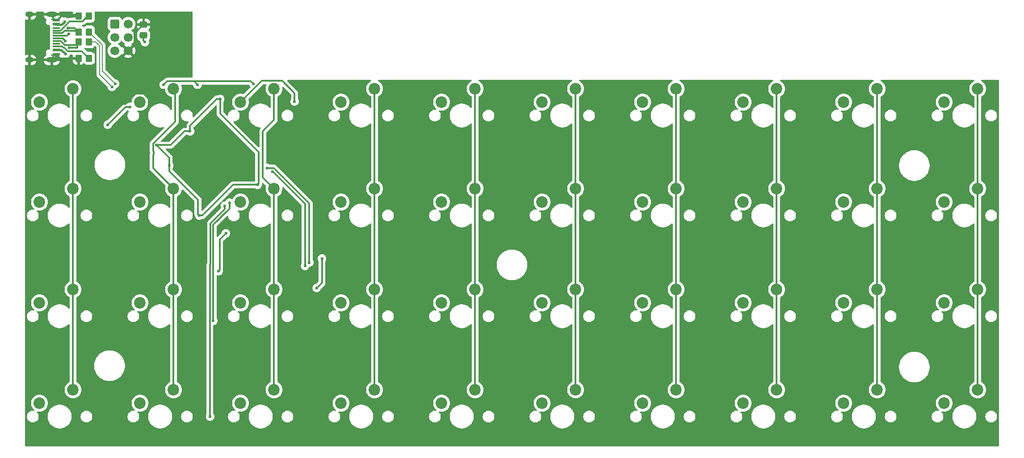
<source format=gtl>
G04 #@! TF.GenerationSoftware,KiCad,Pcbnew,8.0.9-8.0.9-0~ubuntu22.04.1*
G04 #@! TF.CreationDate,2025-05-05T00:51:58+08:00*
G04 #@! TF.ProjectId,macropad,6d616372-6f70-4616-942e-6b696361645f,rev?*
G04 #@! TF.SameCoordinates,Original*
G04 #@! TF.FileFunction,Copper,L1,Top*
G04 #@! TF.FilePolarity,Positive*
%FSLAX46Y46*%
G04 Gerber Fmt 4.6, Leading zero omitted, Abs format (unit mm)*
G04 Created by KiCad (PCBNEW 8.0.9-8.0.9-0~ubuntu22.04.1) date 2025-05-05 00:51:58*
%MOMM*%
%LPD*%
G01*
G04 APERTURE LIST*
G04 Aperture macros list*
%AMRoundRect*
0 Rectangle with rounded corners*
0 $1 Rounding radius*
0 $2 $3 $4 $5 $6 $7 $8 $9 X,Y pos of 4 corners*
0 Add a 4 corners polygon primitive as box body*
4,1,4,$2,$3,$4,$5,$6,$7,$8,$9,$2,$3,0*
0 Add four circle primitives for the rounded corners*
1,1,$1+$1,$2,$3*
1,1,$1+$1,$4,$5*
1,1,$1+$1,$6,$7*
1,1,$1+$1,$8,$9*
0 Add four rect primitives between the rounded corners*
20,1,$1+$1,$2,$3,$4,$5,0*
20,1,$1+$1,$4,$5,$6,$7,0*
20,1,$1+$1,$6,$7,$8,$9,0*
20,1,$1+$1,$8,$9,$2,$3,0*%
G04 Aperture macros list end*
G04 #@! TA.AperFunction,ComponentPad*
%ADD10C,2.200000*%
G04 #@! TD*
G04 #@! TA.AperFunction,SMDPad,CuDef*
%ADD11RoundRect,0.250000X-0.475000X0.337500X-0.475000X-0.337500X0.475000X-0.337500X0.475000X0.337500X0*%
G04 #@! TD*
G04 #@! TA.AperFunction,ComponentPad*
%ADD12RoundRect,0.250000X-0.600000X-0.600000X0.600000X-0.600000X0.600000X0.600000X-0.600000X0.600000X0*%
G04 #@! TD*
G04 #@! TA.AperFunction,ComponentPad*
%ADD13C,1.700000*%
G04 #@! TD*
G04 #@! TA.AperFunction,SMDPad,CuDef*
%ADD14RoundRect,0.250000X0.350000X0.450000X-0.350000X0.450000X-0.350000X-0.450000X0.350000X-0.450000X0*%
G04 #@! TD*
G04 #@! TA.AperFunction,SMDPad,CuDef*
%ADD15RoundRect,0.250000X-0.350000X-0.450000X0.350000X-0.450000X0.350000X0.450000X-0.350000X0.450000X0*%
G04 #@! TD*
G04 #@! TA.AperFunction,SMDPad,CuDef*
%ADD16R,1.450000X0.600000*%
G04 #@! TD*
G04 #@! TA.AperFunction,SMDPad,CuDef*
%ADD17R,1.450000X0.300000*%
G04 #@! TD*
G04 #@! TA.AperFunction,HeatsinkPad*
%ADD18O,2.100000X1.000000*%
G04 #@! TD*
G04 #@! TA.AperFunction,HeatsinkPad*
%ADD19O,1.600000X1.000000*%
G04 #@! TD*
G04 #@! TA.AperFunction,ViaPad*
%ADD20C,0.600000*%
G04 #@! TD*
G04 #@! TA.AperFunction,Conductor*
%ADD21C,0.400000*%
G04 #@! TD*
G04 #@! TA.AperFunction,Conductor*
%ADD22C,0.300000*%
G04 #@! TD*
G04 #@! TA.AperFunction,Conductor*
%ADD23C,0.200000*%
G04 #@! TD*
G04 APERTURE END LIST*
D10*
X198120000Y-109140000D03*
X191770000Y-111680000D03*
X217170000Y-147320000D03*
X210820000Y-149860000D03*
X160020000Y-109140000D03*
X153670000Y-111680000D03*
X236220000Y-90170000D03*
X229870000Y-92710000D03*
D11*
X97200000Y-77962500D03*
X97200000Y-80037500D03*
D10*
X198120000Y-147320000D03*
X191770000Y-149860000D03*
X102870000Y-90170000D03*
X96520000Y-92710000D03*
X160020000Y-147320000D03*
X153670000Y-149860000D03*
X198120000Y-90170000D03*
X191770000Y-92710000D03*
X236220000Y-109140000D03*
X229870000Y-111680000D03*
X179070000Y-128270000D03*
X172720000Y-130810000D03*
X255270000Y-109140000D03*
X248920000Y-111680000D03*
X140970000Y-128270000D03*
X134620000Y-130810000D03*
X121920000Y-90170000D03*
X115570000Y-92710000D03*
X217170000Y-90170000D03*
X210820000Y-92710000D03*
X217170000Y-109140000D03*
X210820000Y-111680000D03*
X83820000Y-90170000D03*
X77470000Y-92710000D03*
X236220000Y-128270000D03*
X229870000Y-130810000D03*
X198120000Y-128270000D03*
X191770000Y-130810000D03*
X83820000Y-128270000D03*
X77470000Y-130810000D03*
X255270000Y-128270000D03*
X248920000Y-130810000D03*
X121920000Y-128270000D03*
X115570000Y-130810000D03*
X255270000Y-147320000D03*
X248920000Y-149860000D03*
X102870000Y-109140000D03*
X96520000Y-111680000D03*
X140970000Y-109140000D03*
X134620000Y-111680000D03*
X83820000Y-147320000D03*
X77470000Y-149860000D03*
D12*
X91730000Y-77855000D03*
D13*
X94270000Y-77855000D03*
X91730000Y-80395000D03*
X94270000Y-80395000D03*
X91730000Y-82935000D03*
X94270000Y-82935000D03*
D10*
X102870000Y-128270000D03*
X96520000Y-130810000D03*
X121920000Y-109140000D03*
X115570000Y-111680000D03*
X140970000Y-90170000D03*
X134620000Y-92710000D03*
X179070000Y-109140000D03*
X172720000Y-111680000D03*
X179070000Y-147320000D03*
X172720000Y-149860000D03*
X160020000Y-90170000D03*
X153670000Y-92710000D03*
X160020000Y-128270000D03*
X153670000Y-130810000D03*
D14*
X86865000Y-84375000D03*
X84865000Y-84375000D03*
D10*
X236220000Y-147320000D03*
X229870000Y-149860000D03*
X255270000Y-90170000D03*
X248920000Y-92710000D03*
X179070000Y-90170000D03*
X172720000Y-92710000D03*
D14*
X86865000Y-79375000D03*
X84865000Y-79375000D03*
D10*
X121920000Y-147320000D03*
X115570000Y-149860000D03*
D15*
X84865000Y-81285000D03*
X86865000Y-81285000D03*
D16*
X80685000Y-77125000D03*
X80685000Y-77925000D03*
D17*
X80685000Y-79125000D03*
X80685000Y-80125000D03*
X80685000Y-80625000D03*
X80685000Y-81625000D03*
D16*
X80685000Y-82825000D03*
X80685000Y-83625000D03*
X80685000Y-83625000D03*
X80685000Y-82825000D03*
D17*
X80685000Y-82125000D03*
X80685000Y-81125000D03*
X80685000Y-79625000D03*
X80685000Y-78625000D03*
D16*
X80685000Y-77925000D03*
X80685000Y-77125000D03*
D18*
X79770000Y-76055000D03*
D19*
X75590000Y-76055000D03*
D18*
X79770000Y-84695000D03*
D19*
X75590000Y-84695000D03*
D10*
X83820000Y-109140000D03*
X77470000Y-111680000D03*
X102870000Y-147320000D03*
X96520000Y-149860000D03*
X140970000Y-147320000D03*
X134620000Y-149860000D03*
X217170000Y-128270000D03*
X210820000Y-130810000D03*
D14*
X86865000Y-76400000D03*
X84865000Y-76400000D03*
D20*
X104000000Y-79000000D03*
X104000000Y-80000000D03*
X103000000Y-80000000D03*
X103000000Y-79000000D03*
X94000000Y-86000000D03*
X94000000Y-87000000D03*
X93000000Y-87000000D03*
X93000000Y-86000000D03*
X127000000Y-128000000D03*
X126000000Y-128000000D03*
X125000000Y-128000000D03*
X135000000Y-97000000D03*
X187000000Y-96000000D03*
X187000000Y-95000000D03*
X187000000Y-94000000D03*
X187000000Y-93000000D03*
X187000000Y-92000000D03*
X150000000Y-94000000D03*
X150000000Y-95000000D03*
X150000000Y-93000000D03*
X150000000Y-92000000D03*
X150000000Y-91000000D03*
X125000000Y-118000000D03*
X125000000Y-119000000D03*
X125000000Y-120000000D03*
X124000000Y-120000000D03*
X124000000Y-119000000D03*
X124000000Y-118000000D03*
X101000000Y-118000000D03*
X101000000Y-119000000D03*
X101000000Y-120000000D03*
X100000000Y-120000000D03*
X100000000Y-119000000D03*
X100000000Y-118000000D03*
X118000000Y-92000000D03*
X119000000Y-92000000D03*
X101000000Y-92000000D03*
X100000000Y-92000000D03*
X99000000Y-92000000D03*
X105000000Y-93000000D03*
X105000000Y-92000000D03*
X114000000Y-90000000D03*
X113000000Y-90000000D03*
X112000000Y-90000000D03*
X111000000Y-90000000D03*
X108991332Y-104000000D03*
X110000000Y-105000000D03*
X111000000Y-104000000D03*
X110000000Y-103000000D03*
X113000000Y-104000000D03*
X112000000Y-105000000D03*
X111000000Y-106000000D03*
X110000000Y-107000000D03*
X108991332Y-106000000D03*
X108000000Y-105000000D03*
X112000000Y-103000000D03*
X111000000Y-102000000D03*
X110000000Y-101000000D03*
X109000000Y-102000000D03*
X107934314Y-103065686D03*
X107000000Y-104000000D03*
X97600000Y-102200000D03*
X128600000Y-123150000D03*
X120600000Y-105200000D03*
X127800000Y-123800000D03*
X121640520Y-105890670D03*
X83030870Y-79775000D03*
X83115000Y-82375000D03*
X130000000Y-128000000D03*
X112800000Y-117600000D03*
X111400000Y-124800000D03*
X131000000Y-122400000D03*
X82400000Y-83600000D03*
X118800000Y-108400000D03*
X107750000Y-114250000D03*
X106000000Y-98250000D03*
X99650000Y-100875000D03*
X82225761Y-77425761D03*
X102050000Y-104750000D03*
X111700000Y-92100000D03*
X109800000Y-152400000D03*
X112600000Y-112400000D03*
X110400000Y-134200000D03*
X113470000Y-111800000D03*
X94600000Y-93600000D03*
X90400000Y-97000000D03*
X107400000Y-89400000D03*
X118000000Y-89200000D03*
X101000000Y-89400000D03*
X125800000Y-92600000D03*
X82865000Y-78625000D03*
X82380870Y-81109130D03*
X97450000Y-81300000D03*
X91199479Y-89800521D03*
X91800521Y-89199479D03*
D21*
X93650000Y-92950000D02*
X91111522Y-92950000D01*
X97600000Y-102200000D02*
X97400000Y-102000000D01*
X84865000Y-85622718D02*
X90616116Y-91373834D01*
X91111522Y-92950000D02*
X90616116Y-92454594D01*
X97400000Y-94400000D02*
X98200000Y-93600000D01*
D22*
X97200000Y-77962500D02*
X95470000Y-79692500D01*
X75355000Y-76055000D02*
X79535000Y-76055000D01*
D21*
X95600000Y-91000000D02*
X95600000Y-84265000D01*
D22*
X79535000Y-84695000D02*
X75355000Y-84695000D01*
X79535000Y-84695000D02*
X79535000Y-84540000D01*
D21*
X98200000Y-93600000D02*
X98200000Y-92000000D01*
X98200000Y-92000000D02*
X97200000Y-91000000D01*
D22*
X95470000Y-81735000D02*
X94270000Y-82935000D01*
X80552500Y-77175000D02*
X80815000Y-77175000D01*
X79535000Y-76055000D02*
X79535000Y-76210000D01*
D21*
X84865000Y-84375000D02*
X84865000Y-85622718D01*
X95600000Y-84265000D02*
X94270000Y-82935000D01*
D22*
X95470000Y-79692500D02*
X95470000Y-81735000D01*
D21*
X97400000Y-102000000D02*
X97400000Y-94400000D01*
D22*
X81865000Y-76125000D02*
X84865000Y-76125000D01*
X80815000Y-77175000D02*
X81865000Y-76125000D01*
D21*
X90616116Y-92454594D02*
X90616116Y-92383884D01*
D22*
X79535000Y-76210000D02*
X80450000Y-77125000D01*
D21*
X97200000Y-91000000D02*
X95600000Y-91000000D01*
X80552500Y-83575000D02*
X81352500Y-84375000D01*
X90616116Y-91373834D02*
X90616116Y-92383884D01*
X81352500Y-84375000D02*
X84865000Y-84375000D01*
X95600000Y-91000000D02*
X93650000Y-92950000D01*
D22*
X79535000Y-84540000D02*
X80450000Y-83625000D01*
X217170000Y-90170000D02*
X217170000Y-109140000D01*
X217170000Y-109140000D02*
X217170000Y-128270000D01*
X217170000Y-128270000D02*
X217170000Y-147320000D01*
X83820000Y-128270000D02*
X83820000Y-147320000D01*
X83820000Y-90170000D02*
X83820000Y-109140000D01*
X83820000Y-109140000D02*
X83820000Y-128270000D01*
X120600000Y-105200000D02*
X121869089Y-105200000D01*
X121869089Y-105200000D02*
X128600000Y-111930911D01*
X128600000Y-111930911D02*
X128600000Y-123150000D01*
X255270000Y-109140000D02*
X255270000Y-128270000D01*
X255270000Y-90170000D02*
X255270000Y-109140000D01*
X255270000Y-128270000D02*
X255270000Y-147320000D01*
X160020000Y-109140000D02*
X160020000Y-90170000D01*
X160020000Y-128270000D02*
X160020000Y-109140000D01*
X160020000Y-147320000D02*
X160020000Y-128270000D01*
X236220000Y-147320000D02*
X236220000Y-128270000D01*
X121690670Y-105890670D02*
X127800000Y-112000000D01*
X127800000Y-112000000D02*
X127800000Y-123800000D01*
X121640520Y-105890670D02*
X121690670Y-105890670D01*
X236220000Y-109140000D02*
X236220000Y-90170000D01*
X236220000Y-128270000D02*
X236220000Y-109140000D01*
X80552500Y-80125000D02*
X82680870Y-80125000D01*
X82227500Y-81875000D02*
X84275000Y-81875000D01*
X84615000Y-82375000D02*
X84615000Y-81535000D01*
X84275000Y-81875000D02*
X84865000Y-81285000D01*
X81477500Y-81125000D02*
X82227500Y-81875000D01*
X83115000Y-82375000D02*
X84615000Y-82375000D01*
X84615000Y-81535000D02*
X84865000Y-81285000D01*
X80450000Y-81125000D02*
X81477500Y-81125000D01*
X82680870Y-80125000D02*
X83030870Y-79775000D01*
X121920000Y-96104113D02*
X121920000Y-90170000D01*
X119800000Y-98224113D02*
X121920000Y-96104113D01*
X121920000Y-147320000D02*
X121920000Y-128270000D01*
X121920000Y-128270000D02*
X121920000Y-109140000D01*
X121920000Y-109140000D02*
X119800000Y-107020000D01*
X119800000Y-107020000D02*
X119800000Y-98224113D01*
X140970000Y-90170000D02*
X140970000Y-109140000D01*
X140970000Y-109140000D02*
X140970000Y-128270000D01*
X140970000Y-128270000D02*
X140970000Y-147320000D01*
X99000000Y-102005761D02*
X99000000Y-100600000D01*
X102870000Y-109140000D02*
X99000000Y-105270000D01*
X99000000Y-105270000D02*
X99000000Y-102694239D01*
X103200000Y-96400000D02*
X103200000Y-90500000D01*
X99000000Y-102694239D02*
X99075000Y-102619239D01*
X102870000Y-109140000D02*
X102870000Y-128270000D01*
X102870000Y-128270000D02*
X102870000Y-147320000D01*
X99000000Y-100600000D02*
X103200000Y-96400000D01*
X103200000Y-90500000D02*
X102870000Y-90170000D01*
X99075000Y-102619239D02*
X99075000Y-102080761D01*
X99075000Y-102080761D02*
X99000000Y-102005761D01*
X111600000Y-118800000D02*
X112800000Y-117600000D01*
X130000000Y-128000000D02*
X131000000Y-127000000D01*
X131000000Y-127000000D02*
X131000000Y-122400000D01*
X111400000Y-124800000D02*
X111600000Y-124600000D01*
X111600000Y-124600000D02*
X111600000Y-118800000D01*
X198120000Y-147320000D02*
X198120000Y-128270000D01*
X198120000Y-128270000D02*
X198120000Y-109140000D01*
X198120000Y-109140000D02*
X198120000Y-90170000D01*
X102050000Y-105800000D02*
X102050000Y-104750000D01*
X118800000Y-108400000D02*
X114200000Y-108400000D01*
X107500000Y-111250000D02*
X102050000Y-105800000D01*
X107750000Y-114250000D02*
X107500000Y-114000000D01*
D21*
X82225761Y-77425761D02*
X81676522Y-77975000D01*
D22*
X106000000Y-98250000D02*
X104925000Y-98250000D01*
X114200000Y-108400000D02*
X108350000Y-114250000D01*
X107500000Y-114000000D02*
X107500000Y-111250000D01*
X102300000Y-100875000D02*
X99650000Y-100875000D01*
X118800000Y-108400000D02*
X119000000Y-108200000D01*
X99650000Y-100875000D02*
X102050000Y-103275000D01*
X119000000Y-102200000D02*
X111700000Y-94900000D01*
X106000000Y-98250000D02*
X106000000Y-97175000D01*
D21*
X82400000Y-83600000D02*
X81575000Y-82775000D01*
D22*
X119000000Y-108200000D02*
X119000000Y-102200000D01*
X102050000Y-103275000D02*
X102050000Y-104750000D01*
X104925000Y-98250000D02*
X102300000Y-100875000D01*
X111700000Y-94900000D02*
X111700000Y-92100000D01*
X111075000Y-92100000D02*
X111700000Y-92100000D01*
X108350000Y-114250000D02*
X107750000Y-114250000D01*
D21*
X81676522Y-77975000D02*
X80552500Y-77975000D01*
X81575000Y-82775000D02*
X80552500Y-82775000D01*
D22*
X106000000Y-97175000D02*
X111075000Y-92100000D01*
X109900000Y-115700000D02*
X109900000Y-123500000D01*
X112600000Y-113000000D02*
X109900000Y-115700000D01*
X109750000Y-123650000D02*
X109750000Y-152350000D01*
X109900000Y-123500000D02*
X109750000Y-123650000D01*
X112600000Y-112400000D02*
X112600000Y-113000000D01*
X109750000Y-152350000D02*
X109800000Y-152400000D01*
X179070000Y-109140000D02*
X179070000Y-128270000D01*
X179070000Y-90170000D02*
X179070000Y-109140000D01*
X179070000Y-128270000D02*
X179070000Y-147320000D01*
X110400000Y-116000000D02*
X110400000Y-134200000D01*
X113470000Y-112930000D02*
X110400000Y-116000000D01*
X113470000Y-111800000D02*
X113470000Y-112930000D01*
X94600000Y-93600000D02*
X93800000Y-93600000D01*
X118000000Y-89200000D02*
X117520000Y-88720000D01*
X107000000Y-88720000D02*
X101680000Y-88720000D01*
X107000000Y-88720000D02*
X107000000Y-89000000D01*
X107000000Y-89000000D02*
X107400000Y-89400000D01*
X101680000Y-88720000D02*
X101000000Y-89400000D01*
X93800000Y-93600000D02*
X90400000Y-97000000D01*
X117520000Y-88720000D02*
X107000000Y-88720000D01*
X125800000Y-92600000D02*
X125800000Y-91000000D01*
X123450000Y-88650000D02*
X119630000Y-88650000D01*
X119630000Y-88650000D02*
X115570000Y-92710000D01*
X125800000Y-91000000D02*
X123450000Y-88650000D01*
X81896740Y-80625000D02*
X82380870Y-81109130D01*
X82227500Y-79125000D02*
X84615000Y-79125000D01*
X84615000Y-79125000D02*
X84865000Y-79375000D01*
X82865000Y-78625000D02*
X84115000Y-78625000D01*
X81727500Y-79625000D02*
X82227500Y-79125000D01*
X84115000Y-78625000D02*
X84865000Y-79375000D01*
X80450000Y-80625000D02*
X81896740Y-80625000D01*
X80450000Y-79625000D02*
X81727500Y-79625000D01*
X97200000Y-81050000D02*
X97200000Y-80037500D01*
X97450000Y-81300000D02*
X97200000Y-81050000D01*
X82195000Y-82375000D02*
X82020393Y-82375000D01*
X85515000Y-83025000D02*
X82845000Y-83025000D01*
X86865000Y-84375000D02*
X85515000Y-83025000D01*
X82020393Y-82375000D02*
X81770393Y-82125000D01*
X81770393Y-82125000D02*
X80552500Y-82125000D01*
X82845000Y-83025000D02*
X82195000Y-82375000D01*
X83195761Y-77375000D02*
X85615000Y-77375000D01*
X85615000Y-77375000D02*
X86865000Y-76125000D01*
X80552500Y-79125000D02*
X81445761Y-79125000D01*
X81445761Y-79125000D02*
X83195761Y-77375000D01*
D23*
X86865000Y-81285000D02*
X88138603Y-81285000D01*
X88138603Y-81285000D02*
X88890000Y-82036397D01*
X88890000Y-82036397D02*
X88890000Y-87491042D01*
X88890000Y-87491042D02*
X91199479Y-89800521D01*
X86865000Y-79375000D02*
X89340000Y-81850000D01*
X89340000Y-86738958D02*
X91800521Y-89199479D01*
X89340000Y-81850000D02*
X89340000Y-86738958D01*
G04 #@! TA.AperFunction,Conductor*
G36*
X93084855Y-81061546D02*
G01*
X93101575Y-81080842D01*
X93231500Y-81266395D01*
X93231505Y-81266401D01*
X93398599Y-81433495D01*
X93571288Y-81554413D01*
X93584595Y-81563731D01*
X93628219Y-81618308D01*
X93635412Y-81687807D01*
X93603890Y-81750161D01*
X93584594Y-81766881D01*
X93508627Y-81820073D01*
X93508626Y-81820073D01*
X94140591Y-82452037D01*
X94077007Y-82469075D01*
X93962993Y-82534901D01*
X93869901Y-82627993D01*
X93804075Y-82742007D01*
X93787037Y-82805590D01*
X93155073Y-82173626D01*
X93155072Y-82173627D01*
X93101880Y-82249595D01*
X93047303Y-82293220D01*
X92977805Y-82300414D01*
X92915450Y-82268891D01*
X92898730Y-82249595D01*
X92898182Y-82248813D01*
X92786657Y-82089537D01*
X92768494Y-82063597D01*
X92601402Y-81896506D01*
X92601396Y-81896501D01*
X92415842Y-81766575D01*
X92372217Y-81711998D01*
X92365023Y-81642500D01*
X92396546Y-81580145D01*
X92415842Y-81563425D01*
X92438026Y-81547891D01*
X92601401Y-81433495D01*
X92768495Y-81266401D01*
X92898425Y-81080842D01*
X92953002Y-81037217D01*
X93022500Y-81030023D01*
X93084855Y-81061546D01*
G37*
G04 #@! TD.AperFunction*
G04 #@! TA.AperFunction,Conductor*
G36*
X78248749Y-75520185D02*
G01*
X78294504Y-75572989D01*
X78304448Y-75642147D01*
X78296271Y-75671952D01*
X78258430Y-75763307D01*
X78258430Y-75763309D01*
X78250138Y-75805000D01*
X79053012Y-75805000D01*
X79035795Y-75814940D01*
X78979940Y-75870795D01*
X78940444Y-75939204D01*
X78920000Y-76015504D01*
X78920000Y-76094496D01*
X78940444Y-76170796D01*
X78979940Y-76239205D01*
X79035795Y-76295060D01*
X79053012Y-76305000D01*
X78250138Y-76305000D01*
X78258430Y-76346690D01*
X78258430Y-76346692D01*
X78333807Y-76528671D01*
X78333814Y-76528684D01*
X78443248Y-76692462D01*
X78443251Y-76692466D01*
X78582533Y-76831748D01*
X78582537Y-76831751D01*
X78751387Y-76944574D01*
X78750430Y-76946005D01*
X78794425Y-76989211D01*
X78809895Y-77057346D01*
X78786072Y-77123029D01*
X78784309Y-77125094D01*
X78784432Y-77125189D01*
X78779485Y-77131635D01*
X78703719Y-77262863D01*
X78664500Y-77409234D01*
X78664500Y-77560766D01*
X78669515Y-77579481D01*
X78703719Y-77707136D01*
X78706816Y-77712500D01*
X78779485Y-77838365D01*
X78886635Y-77945515D01*
X79017865Y-78021281D01*
X79164234Y-78060500D01*
X79164236Y-78060500D01*
X79315759Y-78060500D01*
X79315766Y-78060500D01*
X79315772Y-78060498D01*
X79319304Y-78060033D01*
X79322300Y-78060500D01*
X79323894Y-78060500D01*
X79323894Y-78060748D01*
X79388340Y-78070793D01*
X79440600Y-78117168D01*
X79459500Y-78182970D01*
X79459500Y-78272869D01*
X79459501Y-78272879D01*
X79466367Y-78336751D01*
X79466367Y-78363257D01*
X79465909Y-78367516D01*
X79465909Y-78367517D01*
X79459500Y-78427127D01*
X79459500Y-78427132D01*
X79459500Y-78427133D01*
X79459500Y-78822869D01*
X79459501Y-78822878D01*
X79463679Y-78861745D01*
X79463679Y-78888250D01*
X79459500Y-78927122D01*
X79459500Y-79322869D01*
X79459501Y-79322878D01*
X79463679Y-79361745D01*
X79463679Y-79388250D01*
X79459500Y-79427122D01*
X79459500Y-79822869D01*
X79459501Y-79822878D01*
X79463679Y-79861745D01*
X79463679Y-79888250D01*
X79459500Y-79927122D01*
X79459500Y-80322869D01*
X79459501Y-80322878D01*
X79463679Y-80361745D01*
X79463679Y-80388250D01*
X79459500Y-80427122D01*
X79459500Y-80822869D01*
X79459501Y-80822878D01*
X79463679Y-80861745D01*
X79463679Y-80888250D01*
X79459500Y-80927122D01*
X79459500Y-81322869D01*
X79459501Y-81322878D01*
X79463679Y-81361745D01*
X79463679Y-81388250D01*
X79459500Y-81427122D01*
X79459500Y-81822869D01*
X79459501Y-81822878D01*
X79463679Y-81861745D01*
X79463679Y-81888250D01*
X79459500Y-81927122D01*
X79459500Y-82322870D01*
X79459501Y-82322879D01*
X79466367Y-82386751D01*
X79466367Y-82413257D01*
X79465909Y-82417516D01*
X79465909Y-82417517D01*
X79459500Y-82477127D01*
X79459500Y-82477134D01*
X79459500Y-82567028D01*
X79439815Y-82634067D01*
X79387011Y-82679822D01*
X79323893Y-82689281D01*
X79323893Y-82689500D01*
X79322432Y-82689500D01*
X79319316Y-82689967D01*
X79315769Y-82689500D01*
X79315766Y-82689500D01*
X79164234Y-82689500D01*
X79017863Y-82728719D01*
X78886635Y-82804485D01*
X78886632Y-82804487D01*
X78779487Y-82911632D01*
X78779485Y-82911635D01*
X78703719Y-83042863D01*
X78680909Y-83127993D01*
X78664500Y-83189234D01*
X78664500Y-83340766D01*
X78680011Y-83398655D01*
X78703719Y-83487136D01*
X78741602Y-83552750D01*
X78779485Y-83618365D01*
X78779488Y-83618368D01*
X78784432Y-83624811D01*
X78781612Y-83626974D01*
X78807302Y-83674020D01*
X78802318Y-83743712D01*
X78760446Y-83799645D01*
X78751379Y-83805416D01*
X78751387Y-83805427D01*
X78582536Y-83918248D01*
X78443251Y-84057533D01*
X78443248Y-84057537D01*
X78333814Y-84221315D01*
X78333807Y-84221328D01*
X78258430Y-84403307D01*
X78258430Y-84403309D01*
X78250138Y-84445000D01*
X79053012Y-84445000D01*
X79035795Y-84454940D01*
X78979940Y-84510795D01*
X78940444Y-84579204D01*
X78920000Y-84655504D01*
X78920000Y-84734496D01*
X78940444Y-84810796D01*
X78979940Y-84879205D01*
X79035795Y-84935060D01*
X79053012Y-84945000D01*
X78250138Y-84945000D01*
X78258430Y-84986690D01*
X78258430Y-84986692D01*
X78333807Y-85168671D01*
X78333814Y-85168684D01*
X78443248Y-85332462D01*
X78443251Y-85332466D01*
X78582533Y-85471748D01*
X78582537Y-85471751D01*
X78746315Y-85581185D01*
X78746328Y-85581192D01*
X78928306Y-85656569D01*
X78928318Y-85656572D01*
X79121504Y-85694999D01*
X79121508Y-85695000D01*
X79520000Y-85695000D01*
X79520000Y-84995000D01*
X80020000Y-84995000D01*
X80020000Y-85695000D01*
X80418492Y-85695000D01*
X80418495Y-85694999D01*
X80611681Y-85656572D01*
X80611693Y-85656569D01*
X80793671Y-85581192D01*
X80793684Y-85581185D01*
X80957462Y-85471751D01*
X80957466Y-85471748D01*
X81096748Y-85332466D01*
X81096751Y-85332462D01*
X81206185Y-85168684D01*
X81206192Y-85168671D01*
X81281569Y-84986692D01*
X81281569Y-84986690D01*
X81289862Y-84945000D01*
X80486988Y-84945000D01*
X80504205Y-84935060D01*
X80560060Y-84879205D01*
X80562496Y-84874986D01*
X83765001Y-84874986D01*
X83775494Y-84977697D01*
X83830641Y-85144119D01*
X83830643Y-85144124D01*
X83922684Y-85293345D01*
X84046654Y-85417315D01*
X84195875Y-85509356D01*
X84195880Y-85509358D01*
X84362302Y-85564505D01*
X84362309Y-85564506D01*
X84465019Y-85574999D01*
X84614999Y-85574999D01*
X84615000Y-85574998D01*
X84615000Y-84625000D01*
X83765001Y-84625000D01*
X83765001Y-84874986D01*
X80562496Y-84874986D01*
X80599556Y-84810796D01*
X80620000Y-84734496D01*
X80620000Y-84655504D01*
X80599556Y-84579204D01*
X80560060Y-84510795D01*
X80504205Y-84454940D01*
X80435796Y-84415444D01*
X80435000Y-84415230D01*
X80435000Y-83875000D01*
X79743242Y-83875000D01*
X79676203Y-83855315D01*
X79630448Y-83802511D01*
X79620504Y-83733353D01*
X79649529Y-83669797D01*
X79655545Y-83663334D01*
X79684930Y-83633949D01*
X79746249Y-83600466D01*
X79815941Y-83605449D01*
X79815942Y-83605450D01*
X79835060Y-83612580D01*
X79852517Y-83619091D01*
X79912127Y-83625500D01*
X80811001Y-83625499D01*
X80878039Y-83645183D01*
X80923794Y-83697987D01*
X80935000Y-83749499D01*
X80935000Y-84445000D01*
X81306265Y-84445000D01*
X81326818Y-84431000D01*
X81364924Y-84425000D01*
X81457828Y-84425000D01*
X81457844Y-84424999D01*
X81517372Y-84418598D01*
X81517379Y-84418596D01*
X81652086Y-84368354D01*
X81652088Y-84368352D01*
X81767186Y-84282190D01*
X81773456Y-84275921D01*
X81774376Y-84276841D01*
X81823064Y-84240392D01*
X81892755Y-84235405D01*
X81932374Y-84251579D01*
X82050475Y-84325788D01*
X82220745Y-84385368D01*
X82220750Y-84385369D01*
X82399996Y-84405565D01*
X82400000Y-84405565D01*
X82400004Y-84405565D01*
X82579249Y-84385369D01*
X82579252Y-84385368D01*
X82579255Y-84385368D01*
X82749522Y-84325789D01*
X82902262Y-84229816D01*
X83029816Y-84102262D01*
X83125789Y-83949522D01*
X83185368Y-83779255D01*
X83185368Y-83779253D01*
X83186917Y-83772468D01*
X83189886Y-83773145D01*
X83211736Y-83721181D01*
X83269340Y-83681639D01*
X83307872Y-83675500D01*
X83648070Y-83675500D01*
X83715109Y-83695185D01*
X83760864Y-83747989D01*
X83771428Y-83812103D01*
X83765000Y-83875013D01*
X83765000Y-84125000D01*
X84741000Y-84125000D01*
X84808039Y-84144685D01*
X84853794Y-84197489D01*
X84865000Y-84249000D01*
X84865000Y-84375000D01*
X84991000Y-84375000D01*
X85058039Y-84394685D01*
X85103794Y-84447489D01*
X85115000Y-84499000D01*
X85115000Y-85574999D01*
X85264972Y-85574999D01*
X85264986Y-85574998D01*
X85367697Y-85564505D01*
X85534119Y-85509358D01*
X85534124Y-85509356D01*
X85683342Y-85417317D01*
X85776964Y-85323695D01*
X85838287Y-85290210D01*
X85907979Y-85295194D01*
X85952327Y-85323695D01*
X86046344Y-85417712D01*
X86195666Y-85509814D01*
X86362203Y-85564999D01*
X86464991Y-85575500D01*
X87265008Y-85575499D01*
X87265016Y-85575498D01*
X87265019Y-85575498D01*
X87321302Y-85569748D01*
X87367797Y-85564999D01*
X87534334Y-85509814D01*
X87683656Y-85417712D01*
X87807712Y-85293656D01*
X87899814Y-85144334D01*
X87954999Y-84977797D01*
X87965500Y-84875009D01*
X87965499Y-83874992D01*
X87958492Y-83806402D01*
X87954999Y-83772203D01*
X87954998Y-83772200D01*
X87929871Y-83696372D01*
X87899814Y-83605666D01*
X87807712Y-83456344D01*
X87683656Y-83332288D01*
X87590888Y-83275069D01*
X87534336Y-83240187D01*
X87534331Y-83240185D01*
X87532862Y-83239698D01*
X87367797Y-83185001D01*
X87367795Y-83185000D01*
X87265016Y-83174500D01*
X87265009Y-83174500D01*
X86635808Y-83174500D01*
X86568769Y-83154815D01*
X86548127Y-83138181D01*
X85990936Y-82580990D01*
X85957451Y-82519667D01*
X85962435Y-82449975D01*
X86004307Y-82394042D01*
X86069771Y-82369625D01*
X86138044Y-82384477D01*
X86143713Y-82387770D01*
X86162730Y-82399499D01*
X86195666Y-82419814D01*
X86362203Y-82474999D01*
X86464991Y-82485500D01*
X87265008Y-82485499D01*
X87265016Y-82485498D01*
X87265019Y-82485498D01*
X87321302Y-82479748D01*
X87367797Y-82474999D01*
X87534334Y-82419814D01*
X87683656Y-82327712D01*
X87807712Y-82203656D01*
X87878101Y-82089535D01*
X87930047Y-82042812D01*
X87999010Y-82031589D01*
X88063092Y-82059432D01*
X88071320Y-82066952D01*
X88253181Y-82248813D01*
X88286666Y-82310136D01*
X88289500Y-82336494D01*
X88289500Y-87404372D01*
X88289499Y-87404390D01*
X88289499Y-87570096D01*
X88289498Y-87570096D01*
X88330423Y-87722827D01*
X88359358Y-87772942D01*
X88359359Y-87772946D01*
X88359360Y-87772946D01*
X88409479Y-87859756D01*
X88409481Y-87859759D01*
X88528349Y-87978627D01*
X88528355Y-87978632D01*
X90368777Y-89819055D01*
X90402262Y-89880378D01*
X90404316Y-89892852D01*
X90414109Y-89979770D01*
X90414110Y-89979775D01*
X90414111Y-89979776D01*
X90415425Y-89983532D01*
X90473689Y-90150042D01*
X90569663Y-90302783D01*
X90697217Y-90430337D01*
X90849957Y-90526310D01*
X91018612Y-90585325D01*
X91020224Y-90585889D01*
X91020229Y-90585890D01*
X91199475Y-90606086D01*
X91199479Y-90606086D01*
X91199483Y-90606086D01*
X91378728Y-90585890D01*
X91378731Y-90585889D01*
X91378734Y-90585889D01*
X91549001Y-90526310D01*
X91701741Y-90430337D01*
X91829295Y-90302783D01*
X91925268Y-90150043D01*
X91963809Y-90039896D01*
X92004531Y-89983121D01*
X92039895Y-89963809D01*
X92150043Y-89925268D01*
X92302783Y-89829295D01*
X92430337Y-89701741D01*
X92526310Y-89549001D01*
X92585889Y-89378734D01*
X92586383Y-89374352D01*
X92606086Y-89199482D01*
X92606086Y-89199475D01*
X92585890Y-89020229D01*
X92585889Y-89020224D01*
X92543029Y-88897737D01*
X92526310Y-88849957D01*
X92430337Y-88697217D01*
X92302783Y-88569663D01*
X92232073Y-88525233D01*
X92150042Y-88473689D01*
X91979770Y-88414109D01*
X91892851Y-88404316D01*
X91828437Y-88377249D01*
X91819054Y-88368777D01*
X89976819Y-86526542D01*
X89943334Y-86465219D01*
X89940500Y-86438861D01*
X89940500Y-81939060D01*
X89940501Y-81939047D01*
X89940501Y-81770944D01*
X89940501Y-81770943D01*
X89899577Y-81618216D01*
X89899453Y-81618002D01*
X89820524Y-81481290D01*
X89820518Y-81481282D01*
X88734235Y-80394999D01*
X90374341Y-80394999D01*
X90374341Y-80395000D01*
X90394936Y-80630403D01*
X90394938Y-80630413D01*
X90456094Y-80858655D01*
X90456096Y-80858659D01*
X90456097Y-80858663D01*
X90498911Y-80950478D01*
X90555965Y-81072830D01*
X90555967Y-81072834D01*
X90591846Y-81124074D01*
X90691501Y-81266396D01*
X90691506Y-81266402D01*
X90858597Y-81433493D01*
X90858603Y-81433498D01*
X91044158Y-81563425D01*
X91087783Y-81618002D01*
X91094977Y-81687500D01*
X91063454Y-81749855D01*
X91044158Y-81766575D01*
X90858597Y-81896505D01*
X90691505Y-82063597D01*
X90555965Y-82257169D01*
X90555964Y-82257171D01*
X90456098Y-82471335D01*
X90456094Y-82471344D01*
X90394938Y-82699586D01*
X90394936Y-82699596D01*
X90374341Y-82934999D01*
X90374341Y-82935000D01*
X90394936Y-83170403D01*
X90394938Y-83170413D01*
X90456094Y-83398655D01*
X90456096Y-83398659D01*
X90456097Y-83398663D01*
X90537072Y-83572314D01*
X90555965Y-83612830D01*
X90555967Y-83612834D01*
X90618312Y-83701871D01*
X90691505Y-83806401D01*
X90858599Y-83973495D01*
X90955384Y-84041265D01*
X91052165Y-84109032D01*
X91052167Y-84109033D01*
X91052170Y-84109035D01*
X91266337Y-84208903D01*
X91494592Y-84270063D01*
X91682918Y-84286539D01*
X91729999Y-84290659D01*
X91730000Y-84290659D01*
X91730001Y-84290659D01*
X91769234Y-84287226D01*
X91965408Y-84270063D01*
X92193663Y-84208903D01*
X92407830Y-84109035D01*
X92601401Y-83973495D01*
X92768495Y-83806401D01*
X92898730Y-83620405D01*
X92953307Y-83576781D01*
X93022805Y-83569587D01*
X93085160Y-83601110D01*
X93101879Y-83620405D01*
X93155072Y-83696372D01*
X93155073Y-83696372D01*
X93787037Y-83064408D01*
X93804075Y-83127993D01*
X93869901Y-83242007D01*
X93962993Y-83335099D01*
X94077007Y-83400925D01*
X94140591Y-83417962D01*
X93508626Y-84049926D01*
X93592417Y-84108598D01*
X93592421Y-84108600D01*
X93806507Y-84208429D01*
X93806516Y-84208433D01*
X94034673Y-84269567D01*
X94034684Y-84269569D01*
X94269998Y-84290157D01*
X94270002Y-84290157D01*
X94505315Y-84269569D01*
X94505326Y-84269567D01*
X94733483Y-84208433D01*
X94733492Y-84208429D01*
X94947580Y-84108599D01*
X95031371Y-84049925D01*
X94399408Y-83417962D01*
X94462993Y-83400925D01*
X94577007Y-83335099D01*
X94670099Y-83242007D01*
X94735925Y-83127993D01*
X94752962Y-83064408D01*
X95384925Y-83696371D01*
X95443599Y-83612580D01*
X95543429Y-83398492D01*
X95543433Y-83398483D01*
X95604567Y-83170326D01*
X95604569Y-83170315D01*
X95625157Y-82935001D01*
X95625157Y-82934998D01*
X95604569Y-82699684D01*
X95604567Y-82699673D01*
X95543433Y-82471516D01*
X95543429Y-82471507D01*
X95443601Y-82257424D01*
X95384925Y-82173626D01*
X94752962Y-82805590D01*
X94735925Y-82742007D01*
X94670099Y-82627993D01*
X94577007Y-82534901D01*
X94462993Y-82469075D01*
X94399409Y-82452037D01*
X95031372Y-81820073D01*
X95031372Y-81820072D01*
X94955405Y-81766879D01*
X94911780Y-81712302D01*
X94904588Y-81642804D01*
X94936110Y-81580449D01*
X94955406Y-81563730D01*
X94955842Y-81563425D01*
X95141401Y-81433495D01*
X95308495Y-81266401D01*
X95444035Y-81072830D01*
X95543903Y-80858663D01*
X95605063Y-80630408D01*
X95625659Y-80395000D01*
X95625068Y-80388250D01*
X95605063Y-80159596D01*
X95605063Y-80159592D01*
X95543903Y-79931337D01*
X95444035Y-79717171D01*
X95438425Y-79709158D01*
X95396990Y-79649983D01*
X95974500Y-79649983D01*
X95974500Y-80425001D01*
X95974501Y-80425019D01*
X95985000Y-80527796D01*
X95985001Y-80527799D01*
X96038698Y-80689843D01*
X96040186Y-80694334D01*
X96132288Y-80843656D01*
X96256344Y-80967712D01*
X96405666Y-81059814D01*
X96405667Y-81059814D01*
X96405670Y-81059816D01*
X96479566Y-81084302D01*
X96537011Y-81124074D01*
X96562180Y-81177815D01*
X96570332Y-81218796D01*
X96571467Y-81224500D01*
X96574499Y-81239743D01*
X96623533Y-81358124D01*
X96639809Y-81382483D01*
X96659925Y-81437485D01*
X96664632Y-81479255D01*
X96665342Y-81481284D01*
X96724210Y-81649521D01*
X96733936Y-81665000D01*
X96820184Y-81802262D01*
X96947738Y-81929816D01*
X97100478Y-82025789D01*
X97208527Y-82063597D01*
X97270745Y-82085368D01*
X97270750Y-82085369D01*
X97449996Y-82105565D01*
X97450000Y-82105565D01*
X97450004Y-82105565D01*
X97629249Y-82085369D01*
X97629252Y-82085368D01*
X97629255Y-82085368D01*
X97799522Y-82025789D01*
X97952262Y-81929816D01*
X98079816Y-81802262D01*
X98175789Y-81649522D01*
X98235368Y-81479255D01*
X98235369Y-81479249D01*
X98255565Y-81300003D01*
X98255565Y-81299996D01*
X98235369Y-81120750D01*
X98235366Y-81120737D01*
X98197661Y-81012983D01*
X98194099Y-80943204D01*
X98227022Y-80884346D01*
X98267709Y-80843659D01*
X98267709Y-80843658D01*
X98267712Y-80843656D01*
X98359814Y-80694334D01*
X98414999Y-80527797D01*
X98425500Y-80425009D01*
X98425499Y-79649992D01*
X98414999Y-79547203D01*
X98359814Y-79380666D01*
X98267712Y-79231344D01*
X98143656Y-79107288D01*
X98140342Y-79105243D01*
X98138546Y-79103248D01*
X98137989Y-79102807D01*
X98138064Y-79102711D01*
X98093618Y-79053297D01*
X98082397Y-78984334D01*
X98110240Y-78920252D01*
X98140348Y-78894165D01*
X98143342Y-78892318D01*
X98267315Y-78768345D01*
X98359356Y-78619124D01*
X98359358Y-78619119D01*
X98414505Y-78452697D01*
X98414506Y-78452690D01*
X98424999Y-78349986D01*
X98425000Y-78349973D01*
X98425000Y-78212500D01*
X95975001Y-78212500D01*
X95975001Y-78349986D01*
X95985494Y-78452697D01*
X96040641Y-78619119D01*
X96040643Y-78619124D01*
X96132684Y-78768345D01*
X96256655Y-78892316D01*
X96256659Y-78892319D01*
X96259656Y-78894168D01*
X96261279Y-78895972D01*
X96262323Y-78896798D01*
X96262181Y-78896976D01*
X96306381Y-78946116D01*
X96317602Y-79015079D01*
X96289759Y-79079161D01*
X96259661Y-79105241D01*
X96256349Y-79107283D01*
X96256343Y-79107288D01*
X96132289Y-79231342D01*
X96040187Y-79380663D01*
X96040186Y-79380666D01*
X95985001Y-79547203D01*
X95985001Y-79547204D01*
X95985000Y-79547204D01*
X95974500Y-79649983D01*
X95396990Y-79649983D01*
X95308494Y-79523597D01*
X95141402Y-79356506D01*
X95141396Y-79356501D01*
X94955842Y-79226575D01*
X94912217Y-79171998D01*
X94905023Y-79102500D01*
X94936546Y-79040145D01*
X94955842Y-79023425D01*
X94978026Y-79007891D01*
X95141401Y-78893495D01*
X95308495Y-78726401D01*
X95444035Y-78532830D01*
X95543903Y-78318663D01*
X95605063Y-78090408D01*
X95625659Y-77855000D01*
X95605063Y-77619592D01*
X95593118Y-77575013D01*
X95975000Y-77575013D01*
X95975000Y-77712500D01*
X96950000Y-77712500D01*
X97450000Y-77712500D01*
X98424999Y-77712500D01*
X98424999Y-77575028D01*
X98424998Y-77575013D01*
X98414505Y-77472302D01*
X98359358Y-77305880D01*
X98359356Y-77305875D01*
X98267315Y-77156654D01*
X98143345Y-77032684D01*
X97994124Y-76940643D01*
X97994119Y-76940641D01*
X97827697Y-76885494D01*
X97827690Y-76885493D01*
X97724986Y-76875000D01*
X97450000Y-76875000D01*
X97450000Y-77712500D01*
X96950000Y-77712500D01*
X96950000Y-76875000D01*
X96675029Y-76875000D01*
X96675012Y-76875001D01*
X96572302Y-76885494D01*
X96405880Y-76940641D01*
X96405875Y-76940643D01*
X96256654Y-77032684D01*
X96132684Y-77156654D01*
X96040643Y-77305875D01*
X96040641Y-77305880D01*
X95985494Y-77472302D01*
X95985493Y-77472309D01*
X95975000Y-77575013D01*
X95593118Y-77575013D01*
X95557668Y-77442710D01*
X95543905Y-77391344D01*
X95543904Y-77391343D01*
X95543903Y-77391337D01*
X95444035Y-77177171D01*
X95438548Y-77169334D01*
X95308494Y-76983597D01*
X95141402Y-76816506D01*
X95141395Y-76816501D01*
X94947834Y-76680967D01*
X94947830Y-76680965D01*
X94888747Y-76653414D01*
X94733663Y-76581097D01*
X94733659Y-76581096D01*
X94733655Y-76581094D01*
X94505413Y-76519938D01*
X94505403Y-76519936D01*
X94270001Y-76499341D01*
X94269999Y-76499341D01*
X94034596Y-76519936D01*
X94034586Y-76519938D01*
X93806344Y-76581094D01*
X93806335Y-76581098D01*
X93592171Y-76680964D01*
X93592169Y-76680965D01*
X93398597Y-76816505D01*
X93231503Y-76983599D01*
X93230349Y-76984975D01*
X93229688Y-76985414D01*
X93227676Y-76987427D01*
X93227271Y-76987022D01*
X93172173Y-77023671D01*
X93102312Y-77024772D01*
X93042946Y-76987928D01*
X93017663Y-76944265D01*
X93014814Y-76935666D01*
X92922712Y-76786344D01*
X92798656Y-76662288D01*
X92669957Y-76582906D01*
X92649336Y-76570187D01*
X92649331Y-76570185D01*
X92647862Y-76569698D01*
X92482797Y-76515001D01*
X92482795Y-76515000D01*
X92380010Y-76504500D01*
X91079998Y-76504500D01*
X91079981Y-76504501D01*
X90977203Y-76515000D01*
X90977200Y-76515001D01*
X90810668Y-76570185D01*
X90810663Y-76570187D01*
X90661342Y-76662289D01*
X90537289Y-76786342D01*
X90445187Y-76935663D01*
X90445185Y-76935668D01*
X90428701Y-76985414D01*
X90390001Y-77102203D01*
X90390001Y-77102204D01*
X90390000Y-77102204D01*
X90379500Y-77204983D01*
X90379500Y-78505001D01*
X90379501Y-78505018D01*
X90390000Y-78607796D01*
X90390001Y-78607799D01*
X90429303Y-78726402D01*
X90445186Y-78774334D01*
X90537288Y-78923656D01*
X90661344Y-79047712D01*
X90810666Y-79139814D01*
X90819264Y-79142663D01*
X90876707Y-79182433D01*
X90903531Y-79246948D01*
X90891217Y-79315724D01*
X90862234Y-79352483D01*
X90862427Y-79352676D01*
X90860798Y-79354304D01*
X90859975Y-79355349D01*
X90858599Y-79356503D01*
X90691505Y-79523597D01*
X90555965Y-79717169D01*
X90555964Y-79717171D01*
X90456098Y-79931335D01*
X90456094Y-79931344D01*
X90394938Y-80159586D01*
X90394936Y-80159596D01*
X90374341Y-80394999D01*
X88734235Y-80394999D01*
X88001818Y-79662582D01*
X87968333Y-79601259D01*
X87965499Y-79574901D01*
X87965499Y-78874998D01*
X87965498Y-78874981D01*
X87954999Y-78772203D01*
X87954998Y-78772200D01*
X87938553Y-78722573D01*
X87899814Y-78605666D01*
X87807712Y-78456344D01*
X87683656Y-78332288D01*
X87534334Y-78240186D01*
X87367797Y-78185001D01*
X87367795Y-78185000D01*
X87265010Y-78174500D01*
X86464998Y-78174500D01*
X86464980Y-78174501D01*
X86362203Y-78185000D01*
X86362200Y-78185001D01*
X86195668Y-78240185D01*
X86195663Y-78240187D01*
X86046342Y-78332289D01*
X85952681Y-78425951D01*
X85891358Y-78459436D01*
X85821666Y-78454452D01*
X85777319Y-78425951D01*
X85683657Y-78332289D01*
X85683656Y-78332288D01*
X85558413Y-78255038D01*
X85511690Y-78203091D01*
X85500467Y-78134129D01*
X85528311Y-78070046D01*
X85586379Y-78031190D01*
X85623511Y-78025500D01*
X85679071Y-78025500D01*
X85763615Y-78008682D01*
X85804744Y-78000501D01*
X85923127Y-77951465D01*
X85929051Y-77947506D01*
X85932034Y-77945514D01*
X85956607Y-77929094D01*
X86029669Y-77880277D01*
X86282200Y-77627744D01*
X86343519Y-77594262D01*
X86382477Y-77592070D01*
X86464991Y-77600500D01*
X87265008Y-77600499D01*
X87265016Y-77600498D01*
X87265019Y-77600498D01*
X87347523Y-77592070D01*
X87367797Y-77589999D01*
X87534334Y-77534814D01*
X87683656Y-77442712D01*
X87807712Y-77318656D01*
X87899814Y-77169334D01*
X87954999Y-77002797D01*
X87965500Y-76900009D01*
X87965499Y-75899992D01*
X87962516Y-75870795D01*
X87954999Y-75797203D01*
X87947789Y-75775444D01*
X87910694Y-75663502D01*
X87908293Y-75593676D01*
X87944024Y-75533634D01*
X88006545Y-75502441D01*
X88028401Y-75500500D01*
X106375500Y-75500500D01*
X106442539Y-75520185D01*
X106488294Y-75572989D01*
X106499500Y-75624500D01*
X106499500Y-87945500D01*
X106479815Y-88012539D01*
X106427011Y-88058294D01*
X106375500Y-88069500D01*
X101615929Y-88069500D01*
X101490261Y-88094497D01*
X101490255Y-88094499D01*
X101371875Y-88143533D01*
X101371866Y-88143538D01*
X101265331Y-88214723D01*
X101265327Y-88214726D01*
X100901775Y-88578277D01*
X100840452Y-88611762D01*
X100827988Y-88613815D01*
X100820752Y-88614630D01*
X100820744Y-88614632D01*
X100650478Y-88674210D01*
X100497737Y-88770184D01*
X100370184Y-88897737D01*
X100274211Y-89050476D01*
X100214631Y-89220745D01*
X100214630Y-89220750D01*
X100194435Y-89399996D01*
X100194435Y-89400003D01*
X100214630Y-89579249D01*
X100214631Y-89579254D01*
X100274211Y-89749523D01*
X100332543Y-89842357D01*
X100370184Y-89902262D01*
X100497738Y-90029816D01*
X100650478Y-90125789D01*
X100776826Y-90170000D01*
X100820745Y-90185368D01*
X100820750Y-90185369D01*
X100999996Y-90205565D01*
X101000000Y-90205565D01*
X101000003Y-90205565D01*
X101137560Y-90190066D01*
X101206382Y-90202120D01*
X101257762Y-90249469D01*
X101275062Y-90303556D01*
X101284317Y-90421148D01*
X101284318Y-90421151D01*
X101343126Y-90666110D01*
X101439533Y-90898859D01*
X101571160Y-91113653D01*
X101571161Y-91113656D01*
X101608178Y-91156997D01*
X101734776Y-91305224D01*
X101858811Y-91411160D01*
X101926343Y-91468838D01*
X101926346Y-91468839D01*
X102141140Y-91600466D01*
X102219499Y-91632923D01*
X102373889Y-91696873D01*
X102434132Y-91711336D01*
X102454447Y-91716213D01*
X102515039Y-91751003D01*
X102547203Y-91813029D01*
X102549500Y-91836787D01*
X102549500Y-94130511D01*
X102529815Y-94197550D01*
X102477011Y-94243305D01*
X102407853Y-94253249D01*
X102344297Y-94224224D01*
X102318113Y-94192511D01*
X102205238Y-93997006D01*
X102025647Y-93762959D01*
X102025641Y-93762952D01*
X101817047Y-93554358D01*
X101817040Y-93554352D01*
X101582993Y-93374761D01*
X101327510Y-93227258D01*
X101327500Y-93227254D01*
X101054961Y-93114364D01*
X101054954Y-93114362D01*
X101054952Y-93114361D01*
X100769993Y-93038007D01*
X100721113Y-93031571D01*
X100477513Y-92999500D01*
X100477506Y-92999500D01*
X100182494Y-92999500D01*
X100182486Y-92999500D01*
X99904085Y-93036153D01*
X99890007Y-93038007D01*
X99605048Y-93114361D01*
X99605038Y-93114364D01*
X99332499Y-93227254D01*
X99332489Y-93227258D01*
X99077006Y-93374761D01*
X98842959Y-93554352D01*
X98842952Y-93554358D01*
X98634358Y-93762952D01*
X98634352Y-93762959D01*
X98454761Y-93997006D01*
X98307258Y-94252489D01*
X98307254Y-94252499D01*
X98194364Y-94525038D01*
X98194361Y-94525048D01*
X98118008Y-94810004D01*
X98118006Y-94810015D01*
X98079500Y-95102486D01*
X98079500Y-95397513D01*
X98103522Y-95579970D01*
X98118007Y-95689993D01*
X98192212Y-95966930D01*
X98194361Y-95974951D01*
X98194364Y-95974961D01*
X98307254Y-96247500D01*
X98307258Y-96247510D01*
X98454761Y-96502993D01*
X98634352Y-96737040D01*
X98634358Y-96737047D01*
X98842952Y-96945641D01*
X98842959Y-96945647D01*
X99077006Y-97125238D01*
X99332489Y-97272741D01*
X99332490Y-97272741D01*
X99332493Y-97272743D01*
X99605048Y-97385639D01*
X99890007Y-97461993D01*
X100182494Y-97500500D01*
X100182501Y-97500500D01*
X100477499Y-97500500D01*
X100477506Y-97500500D01*
X100769993Y-97461993D01*
X100935062Y-97417763D01*
X101004908Y-97419426D01*
X101062771Y-97458588D01*
X101090275Y-97522817D01*
X101078689Y-97591719D01*
X101054833Y-97625219D01*
X98494724Y-100185328D01*
X98451847Y-100249498D01*
X98451848Y-100249499D01*
X98423534Y-100291874D01*
X98374499Y-100410255D01*
X98374497Y-100410261D01*
X98349500Y-100535928D01*
X98349500Y-102069831D01*
X98362649Y-102135930D01*
X98362649Y-102135932D01*
X98369387Y-102169808D01*
X98374499Y-102195505D01*
X98389093Y-102230739D01*
X98415061Y-102293429D01*
X98424500Y-102340882D01*
X98424500Y-102359116D01*
X98415061Y-102406568D01*
X98374500Y-102504490D01*
X98374497Y-102504500D01*
X98349500Y-102630167D01*
X98349500Y-105334070D01*
X98363456Y-105404226D01*
X98363456Y-105404228D01*
X98374497Y-105459737D01*
X98374499Y-105459744D01*
X98423534Y-105578125D01*
X98494726Y-105684673D01*
X98494727Y-105684674D01*
X101316997Y-108506943D01*
X101350482Y-108568266D01*
X101345498Y-108637958D01*
X101343879Y-108642071D01*
X101343128Y-108643882D01*
X101343127Y-108643887D01*
X101284317Y-108888848D01*
X101264551Y-109140000D01*
X101284317Y-109391151D01*
X101343126Y-109636110D01*
X101439533Y-109868859D01*
X101571160Y-110083653D01*
X101571161Y-110083656D01*
X101626604Y-110148571D01*
X101734776Y-110275224D01*
X101858811Y-110381160D01*
X101926343Y-110438838D01*
X101926345Y-110438838D01*
X102141141Y-110570466D01*
X102142938Y-110571210D01*
X102143519Y-110571678D01*
X102145485Y-110572680D01*
X102145274Y-110573092D01*
X102197347Y-110615044D01*
X102219420Y-110681336D01*
X102219500Y-110685777D01*
X102219500Y-112627449D01*
X102199815Y-112694488D01*
X102147011Y-112740243D01*
X102077853Y-112750187D01*
X102014297Y-112721162D01*
X102007819Y-112715130D01*
X101817047Y-112524358D01*
X101817040Y-112524352D01*
X101582993Y-112344761D01*
X101327510Y-112197258D01*
X101327500Y-112197254D01*
X101054961Y-112084364D01*
X101054954Y-112084362D01*
X101054952Y-112084361D01*
X100769993Y-112008007D01*
X100721113Y-112001571D01*
X100477513Y-111969500D01*
X100477506Y-111969500D01*
X100182494Y-111969500D01*
X100182486Y-111969500D01*
X99904085Y-112006153D01*
X99890007Y-112008007D01*
X99731502Y-112050478D01*
X99605048Y-112084361D01*
X99605038Y-112084364D01*
X99332499Y-112197254D01*
X99332489Y-112197258D01*
X99077006Y-112344761D01*
X98842959Y-112524352D01*
X98842952Y-112524358D01*
X98634358Y-112732952D01*
X98634352Y-112732959D01*
X98454761Y-112967006D01*
X98307258Y-113222489D01*
X98307254Y-113222499D01*
X98194364Y-113495038D01*
X98194361Y-113495048D01*
X98118008Y-113780004D01*
X98118006Y-113780015D01*
X98079500Y-114072486D01*
X98079500Y-114367513D01*
X98110046Y-114599521D01*
X98118007Y-114659993D01*
X98192212Y-114936930D01*
X98194361Y-114944951D01*
X98194364Y-114944961D01*
X98307254Y-115217500D01*
X98307258Y-115217510D01*
X98454761Y-115472993D01*
X98634352Y-115707040D01*
X98634358Y-115707047D01*
X98842952Y-115915641D01*
X98842959Y-115915647D01*
X99077006Y-116095238D01*
X99332489Y-116242741D01*
X99332490Y-116242741D01*
X99332493Y-116242743D01*
X99605048Y-116355639D01*
X99890007Y-116431993D01*
X100182494Y-116470500D01*
X100182501Y-116470500D01*
X100477499Y-116470500D01*
X100477506Y-116470500D01*
X100769993Y-116431993D01*
X101054952Y-116355639D01*
X101327507Y-116242743D01*
X101582994Y-116095238D01*
X101817042Y-115915646D01*
X101817047Y-115915641D01*
X102007819Y-115724870D01*
X102069142Y-115691385D01*
X102138834Y-115696369D01*
X102194767Y-115738241D01*
X102219184Y-115803705D01*
X102219500Y-115812551D01*
X102219500Y-126724222D01*
X102199815Y-126791261D01*
X102147011Y-126837016D01*
X102142969Y-126838776D01*
X102141145Y-126839531D01*
X102141137Y-126839535D01*
X101926346Y-126971160D01*
X101926343Y-126971161D01*
X101734776Y-127134776D01*
X101571161Y-127326343D01*
X101571160Y-127326346D01*
X101439533Y-127541140D01*
X101343126Y-127773889D01*
X101284317Y-128018848D01*
X101264551Y-128270000D01*
X101284317Y-128521151D01*
X101343126Y-128766110D01*
X101439533Y-128998859D01*
X101571160Y-129213653D01*
X101571161Y-129213656D01*
X101626604Y-129278571D01*
X101734776Y-129405224D01*
X101858811Y-129511160D01*
X101926343Y-129568838D01*
X101926345Y-129568838D01*
X102141141Y-129700466D01*
X102142938Y-129701210D01*
X102143519Y-129701678D01*
X102145485Y-129702680D01*
X102145274Y-129703092D01*
X102197347Y-129745044D01*
X102219420Y-129811336D01*
X102219500Y-129815777D01*
X102219500Y-131757449D01*
X102199815Y-131824488D01*
X102147011Y-131870243D01*
X102077853Y-131880187D01*
X102014297Y-131851162D01*
X102007819Y-131845130D01*
X101817047Y-131654358D01*
X101817040Y-131654352D01*
X101582993Y-131474761D01*
X101327510Y-131327258D01*
X101327500Y-131327254D01*
X101054961Y-131214364D01*
X101054954Y-131214362D01*
X101054952Y-131214361D01*
X100769993Y-131138007D01*
X100721113Y-131131571D01*
X100477513Y-131099500D01*
X100477506Y-131099500D01*
X100182494Y-131099500D01*
X100182486Y-131099500D01*
X99904085Y-131136153D01*
X99890007Y-131138007D01*
X99605048Y-131214361D01*
X99605038Y-131214364D01*
X99332499Y-131327254D01*
X99332489Y-131327258D01*
X99077006Y-131474761D01*
X98842959Y-131654352D01*
X98842952Y-131654358D01*
X98634358Y-131862952D01*
X98634352Y-131862959D01*
X98454761Y-132097006D01*
X98307258Y-132352489D01*
X98307254Y-132352499D01*
X98194364Y-132625038D01*
X98194361Y-132625048D01*
X98118008Y-132910004D01*
X98118006Y-132910015D01*
X98079500Y-133202486D01*
X98079500Y-133497513D01*
X98105492Y-133694931D01*
X98118007Y-133789993D01*
X98192212Y-134066930D01*
X98194361Y-134074951D01*
X98194364Y-134074961D01*
X98307254Y-134347500D01*
X98307258Y-134347510D01*
X98454761Y-134602993D01*
X98634352Y-134837040D01*
X98634358Y-134837047D01*
X98842952Y-135045641D01*
X98842959Y-135045647D01*
X99077006Y-135225238D01*
X99332489Y-135372741D01*
X99332490Y-135372741D01*
X99332493Y-135372743D01*
X99605048Y-135485639D01*
X99890007Y-135561993D01*
X100182494Y-135600500D01*
X100182501Y-135600500D01*
X100477499Y-135600500D01*
X100477506Y-135600500D01*
X100769993Y-135561993D01*
X101054952Y-135485639D01*
X101327507Y-135372743D01*
X101582994Y-135225238D01*
X101817042Y-135045646D01*
X101877321Y-134985367D01*
X102007819Y-134854870D01*
X102069142Y-134821385D01*
X102138834Y-134826369D01*
X102194767Y-134868241D01*
X102219184Y-134933705D01*
X102219500Y-134942551D01*
X102219500Y-145774222D01*
X102199815Y-145841261D01*
X102147011Y-145887016D01*
X102142969Y-145888776D01*
X102141145Y-145889531D01*
X102141137Y-145889535D01*
X101926346Y-146021160D01*
X101926343Y-146021161D01*
X101734776Y-146184776D01*
X101571161Y-146376343D01*
X101571160Y-146376346D01*
X101439533Y-146591140D01*
X101343126Y-146823889D01*
X101284317Y-147068848D01*
X101264551Y-147320000D01*
X101284317Y-147571151D01*
X101343126Y-147816110D01*
X101439533Y-148048859D01*
X101571160Y-148263653D01*
X101571161Y-148263656D01*
X101626604Y-148328571D01*
X101734776Y-148455224D01*
X101858811Y-148561160D01*
X101926343Y-148618838D01*
X101926346Y-148618839D01*
X102141140Y-148750466D01*
X102373889Y-148846873D01*
X102618852Y-148905683D01*
X102870000Y-148925449D01*
X103121148Y-148905683D01*
X103366111Y-148846873D01*
X103598859Y-148750466D01*
X103813659Y-148618836D01*
X104005224Y-148455224D01*
X104168836Y-148263659D01*
X104300466Y-148048859D01*
X104396873Y-147816111D01*
X104455683Y-147571148D01*
X104475449Y-147320000D01*
X104455683Y-147068852D01*
X104396873Y-146823889D01*
X104300466Y-146591141D01*
X104300466Y-146591140D01*
X104168839Y-146376346D01*
X104168838Y-146376343D01*
X104131875Y-146333066D01*
X104005224Y-146184776D01*
X103878571Y-146076604D01*
X103813656Y-146021161D01*
X103813653Y-146021160D01*
X103598862Y-145889535D01*
X103598854Y-145889531D01*
X103597031Y-145888776D01*
X103596446Y-145888304D01*
X103594525Y-145887326D01*
X103594730Y-145886921D01*
X103542634Y-145844927D01*
X103520578Y-145778630D01*
X103520500Y-145774222D01*
X103520500Y-133263389D01*
X104309500Y-133263389D01*
X104309500Y-133436611D01*
X104336598Y-133607701D01*
X104390127Y-133772445D01*
X104468768Y-133926788D01*
X104570586Y-134066928D01*
X104693072Y-134189414D01*
X104833212Y-134291232D01*
X104987555Y-134369873D01*
X105152299Y-134423402D01*
X105323389Y-134450500D01*
X105323390Y-134450500D01*
X105496610Y-134450500D01*
X105496611Y-134450500D01*
X105667701Y-134423402D01*
X105832445Y-134369873D01*
X105986788Y-134291232D01*
X106126928Y-134189414D01*
X106249414Y-134066928D01*
X106351232Y-133926788D01*
X106429873Y-133772445D01*
X106483402Y-133607701D01*
X106510500Y-133436611D01*
X106510500Y-133263389D01*
X106483402Y-133092299D01*
X106429873Y-132927555D01*
X106351232Y-132773212D01*
X106249414Y-132633072D01*
X106126928Y-132510586D01*
X105986788Y-132408768D01*
X105832445Y-132330127D01*
X105667701Y-132276598D01*
X105667699Y-132276597D01*
X105667698Y-132276597D01*
X105536271Y-132255781D01*
X105496611Y-132249500D01*
X105323389Y-132249500D01*
X105283728Y-132255781D01*
X105152302Y-132276597D01*
X104987552Y-132330128D01*
X104833211Y-132408768D01*
X104753256Y-132466859D01*
X104693072Y-132510586D01*
X104693070Y-132510588D01*
X104693069Y-132510588D01*
X104570588Y-132633069D01*
X104570588Y-132633070D01*
X104570586Y-132633072D01*
X104526859Y-132693256D01*
X104468768Y-132773211D01*
X104390128Y-132927552D01*
X104336597Y-133092302D01*
X104319146Y-133202486D01*
X104309500Y-133263389D01*
X103520500Y-133263389D01*
X103520500Y-129815777D01*
X103540185Y-129748738D01*
X103592989Y-129702983D01*
X103597046Y-129701216D01*
X103598859Y-129700466D01*
X103813659Y-129568836D01*
X104005224Y-129405224D01*
X104168836Y-129213659D01*
X104300466Y-128998859D01*
X104396873Y-128766111D01*
X104455683Y-128521148D01*
X104475449Y-128270000D01*
X104455683Y-128018852D01*
X104396873Y-127773889D01*
X104300466Y-127541141D01*
X104300466Y-127541140D01*
X104168839Y-127326346D01*
X104168838Y-127326343D01*
X104073427Y-127214632D01*
X104005224Y-127134776D01*
X103878571Y-127026604D01*
X103813656Y-126971161D01*
X103813653Y-126971160D01*
X103598862Y-126839535D01*
X103598854Y-126839531D01*
X103597031Y-126838776D01*
X103596446Y-126838304D01*
X103594525Y-126837326D01*
X103594730Y-126836921D01*
X103542634Y-126794927D01*
X103520578Y-126728630D01*
X103520500Y-126724222D01*
X103520500Y-114133389D01*
X104309500Y-114133389D01*
X104309500Y-114306611D01*
X104336598Y-114477701D01*
X104390127Y-114642445D01*
X104468768Y-114796788D01*
X104570586Y-114936928D01*
X104693072Y-115059414D01*
X104833212Y-115161232D01*
X104987555Y-115239873D01*
X105152299Y-115293402D01*
X105323389Y-115320500D01*
X105323390Y-115320500D01*
X105496610Y-115320500D01*
X105496611Y-115320500D01*
X105667701Y-115293402D01*
X105832445Y-115239873D01*
X105986788Y-115161232D01*
X106126928Y-115059414D01*
X106249414Y-114936928D01*
X106351232Y-114796788D01*
X106429873Y-114642445D01*
X106483402Y-114477701D01*
X106510500Y-114306611D01*
X106510500Y-114133389D01*
X106483402Y-113962299D01*
X106429873Y-113797555D01*
X106351232Y-113643212D01*
X106249414Y-113503072D01*
X106126928Y-113380586D01*
X105986788Y-113278768D01*
X105832445Y-113200127D01*
X105667701Y-113146598D01*
X105667699Y-113146597D01*
X105667698Y-113146597D01*
X105536271Y-113125781D01*
X105496611Y-113119500D01*
X105323389Y-113119500D01*
X105283728Y-113125781D01*
X105152302Y-113146597D01*
X104987552Y-113200128D01*
X104833211Y-113278768D01*
X104779390Y-113317872D01*
X104693072Y-113380586D01*
X104693070Y-113380588D01*
X104693069Y-113380588D01*
X104570588Y-113503069D01*
X104570588Y-113503070D01*
X104570586Y-113503072D01*
X104551346Y-113529554D01*
X104468768Y-113643211D01*
X104390128Y-113797552D01*
X104336597Y-113962302D01*
X104320479Y-114064069D01*
X104309500Y-114133389D01*
X103520500Y-114133389D01*
X103520500Y-110685777D01*
X103540185Y-110618738D01*
X103592989Y-110572983D01*
X103597046Y-110571216D01*
X103598859Y-110570466D01*
X103813659Y-110438836D01*
X104005224Y-110275224D01*
X104168836Y-110083659D01*
X104300466Y-109868859D01*
X104396873Y-109636111D01*
X104455398Y-109392331D01*
X104490188Y-109331741D01*
X104552215Y-109299577D01*
X104621784Y-109306053D01*
X104663653Y-109333599D01*
X106813181Y-111483127D01*
X106846666Y-111544450D01*
X106849500Y-111570808D01*
X106849500Y-114064070D01*
X106863289Y-114133388D01*
X106863289Y-114133390D01*
X106874497Y-114189736D01*
X106874499Y-114189744D01*
X106923533Y-114308124D01*
X106939809Y-114332483D01*
X106959925Y-114387485D01*
X106964632Y-114429254D01*
X107024210Y-114599521D01*
X107062202Y-114659984D01*
X107120184Y-114752262D01*
X107247738Y-114879816D01*
X107310904Y-114919506D01*
X107351415Y-114944961D01*
X107400478Y-114975789D01*
X107570739Y-115035366D01*
X107570745Y-115035368D01*
X107570750Y-115035369D01*
X107749996Y-115055565D01*
X107750000Y-115055565D01*
X107750004Y-115055565D01*
X107929249Y-115035369D01*
X107929251Y-115035368D01*
X107929255Y-115035368D01*
X107929258Y-115035366D01*
X107929262Y-115035366D01*
X108019377Y-115003832D01*
X108099522Y-114975789D01*
X108189096Y-114919505D01*
X108255068Y-114900500D01*
X108414071Y-114900500D01*
X108498615Y-114883682D01*
X108539744Y-114875501D01*
X108658127Y-114826465D01*
X108702542Y-114796788D01*
X108702542Y-114796787D01*
X108702544Y-114796787D01*
X108733605Y-114776032D01*
X108764669Y-114755277D01*
X111780295Y-111739651D01*
X111841618Y-111706166D01*
X111911310Y-111711150D01*
X111913253Y-111712605D01*
X111904780Y-111649078D01*
X111934452Y-111585822D01*
X111939651Y-111580295D01*
X114433127Y-109086819D01*
X114494450Y-109053334D01*
X114520808Y-109050500D01*
X118294932Y-109050500D01*
X118360904Y-109069506D01*
X118450477Y-109125789D01*
X118450481Y-109125790D01*
X118620737Y-109185366D01*
X118620743Y-109185367D01*
X118620745Y-109185368D01*
X118620746Y-109185368D01*
X118620750Y-109185369D01*
X118799996Y-109205565D01*
X118800000Y-109205565D01*
X118800004Y-109205565D01*
X118979249Y-109185369D01*
X118979252Y-109185368D01*
X118979255Y-109185368D01*
X119149522Y-109125789D01*
X119302262Y-109029816D01*
X119429816Y-108902262D01*
X119525789Y-108749522D01*
X119585368Y-108579255D01*
X119597743Y-108469411D01*
X119606403Y-108435847D01*
X119616638Y-108411141D01*
X119616639Y-108411140D01*
X119618367Y-108406965D01*
X119625501Y-108389744D01*
X119650500Y-108264069D01*
X119650500Y-108089808D01*
X119670185Y-108022769D01*
X119722989Y-107977014D01*
X119792147Y-107967070D01*
X119855703Y-107996095D01*
X119862181Y-108002127D01*
X120366997Y-108506943D01*
X120400482Y-108568266D01*
X120395498Y-108637958D01*
X120393879Y-108642071D01*
X120393128Y-108643882D01*
X120393127Y-108643887D01*
X120334317Y-108888848D01*
X120314551Y-109140000D01*
X120334317Y-109391151D01*
X120393126Y-109636110D01*
X120489533Y-109868859D01*
X120621160Y-110083653D01*
X120621161Y-110083656D01*
X120676604Y-110148571D01*
X120784776Y-110275224D01*
X120908811Y-110381160D01*
X120976343Y-110438838D01*
X120976345Y-110438838D01*
X121191141Y-110570466D01*
X121192938Y-110571210D01*
X121193519Y-110571678D01*
X121195485Y-110572680D01*
X121195274Y-110573092D01*
X121247347Y-110615044D01*
X121269420Y-110681336D01*
X121269500Y-110685777D01*
X121269500Y-112627449D01*
X121249815Y-112694488D01*
X121197011Y-112740243D01*
X121127853Y-112750187D01*
X121064297Y-112721162D01*
X121057819Y-112715130D01*
X120867047Y-112524358D01*
X120867040Y-112524352D01*
X120632993Y-112344761D01*
X120377510Y-112197258D01*
X120377500Y-112197254D01*
X120104961Y-112084364D01*
X120104954Y-112084362D01*
X120104952Y-112084361D01*
X119819993Y-112008007D01*
X119771113Y-112001571D01*
X119527513Y-111969500D01*
X119527506Y-111969500D01*
X119232494Y-111969500D01*
X119232486Y-111969500D01*
X118954085Y-112006153D01*
X118940007Y-112008007D01*
X118781502Y-112050478D01*
X118655048Y-112084361D01*
X118655038Y-112084364D01*
X118382499Y-112197254D01*
X118382489Y-112197258D01*
X118127006Y-112344761D01*
X117892959Y-112524352D01*
X117892952Y-112524358D01*
X117684358Y-112732952D01*
X117684352Y-112732959D01*
X117504761Y-112967006D01*
X117357258Y-113222489D01*
X117357254Y-113222499D01*
X117244364Y-113495038D01*
X117244361Y-113495048D01*
X117168008Y-113780004D01*
X117168006Y-113780015D01*
X117129500Y-114072486D01*
X117129500Y-114367513D01*
X117160046Y-114599521D01*
X117168007Y-114659993D01*
X117242212Y-114936930D01*
X117244361Y-114944951D01*
X117244364Y-114944961D01*
X117357254Y-115217500D01*
X117357258Y-115217510D01*
X117504761Y-115472993D01*
X117684352Y-115707040D01*
X117684358Y-115707047D01*
X117892952Y-115915641D01*
X117892959Y-115915647D01*
X118127006Y-116095238D01*
X118382489Y-116242741D01*
X118382490Y-116242741D01*
X118382493Y-116242743D01*
X118655048Y-116355639D01*
X118940007Y-116431993D01*
X119232494Y-116470500D01*
X119232501Y-116470500D01*
X119527499Y-116470500D01*
X119527506Y-116470500D01*
X119819993Y-116431993D01*
X120104952Y-116355639D01*
X120377507Y-116242743D01*
X120632994Y-116095238D01*
X120867042Y-115915646D01*
X120867047Y-115915641D01*
X121057819Y-115724870D01*
X121119142Y-115691385D01*
X121188834Y-115696369D01*
X121244767Y-115738241D01*
X121269184Y-115803705D01*
X121269500Y-115812551D01*
X121269500Y-126724222D01*
X121249815Y-126791261D01*
X121197011Y-126837016D01*
X121192969Y-126838776D01*
X121191145Y-126839531D01*
X121191137Y-126839535D01*
X120976346Y-126971160D01*
X120976343Y-126971161D01*
X120784776Y-127134776D01*
X120621161Y-127326343D01*
X120621160Y-127326346D01*
X120489533Y-127541140D01*
X120393126Y-127773889D01*
X120334317Y-128018848D01*
X120314551Y-128270000D01*
X120334317Y-128521151D01*
X120393126Y-128766110D01*
X120489533Y-128998859D01*
X120621160Y-129213653D01*
X120621161Y-129213656D01*
X120676604Y-129278571D01*
X120784776Y-129405224D01*
X120908811Y-129511160D01*
X120976343Y-129568838D01*
X120976345Y-129568838D01*
X121191141Y-129700466D01*
X121192938Y-129701210D01*
X121193519Y-129701678D01*
X121195485Y-129702680D01*
X121195274Y-129703092D01*
X121247347Y-129745044D01*
X121269420Y-129811336D01*
X121269500Y-129815777D01*
X121269500Y-131757449D01*
X121249815Y-131824488D01*
X121197011Y-131870243D01*
X121127853Y-131880187D01*
X121064297Y-131851162D01*
X121057819Y-131845130D01*
X120867047Y-131654358D01*
X120867040Y-131654352D01*
X120632993Y-131474761D01*
X120377510Y-131327258D01*
X120377500Y-131327254D01*
X120104961Y-131214364D01*
X120104954Y-131214362D01*
X120104952Y-131214361D01*
X119819993Y-131138007D01*
X119771113Y-131131571D01*
X119527513Y-131099500D01*
X119527506Y-131099500D01*
X119232494Y-131099500D01*
X119232486Y-131099500D01*
X118954085Y-131136153D01*
X118940007Y-131138007D01*
X118655048Y-131214361D01*
X118655038Y-131214364D01*
X118382499Y-131327254D01*
X118382489Y-131327258D01*
X118127006Y-131474761D01*
X117892959Y-131654352D01*
X117892952Y-131654358D01*
X117684358Y-131862952D01*
X117684352Y-131862959D01*
X117504761Y-132097006D01*
X117357258Y-132352489D01*
X117357254Y-132352499D01*
X117244364Y-132625038D01*
X117244361Y-132625048D01*
X117168008Y-132910004D01*
X117168006Y-132910015D01*
X117129500Y-133202486D01*
X117129500Y-133497513D01*
X117155492Y-133694931D01*
X117168007Y-133789993D01*
X117242212Y-134066930D01*
X117244361Y-134074951D01*
X117244364Y-134074961D01*
X117357254Y-134347500D01*
X117357258Y-134347510D01*
X117504761Y-134602993D01*
X117684352Y-134837040D01*
X117684358Y-134837047D01*
X117892952Y-135045641D01*
X117892959Y-135045647D01*
X118127006Y-135225238D01*
X118382489Y-135372741D01*
X118382490Y-135372741D01*
X118382493Y-135372743D01*
X118655048Y-135485639D01*
X118940007Y-135561993D01*
X119232494Y-135600500D01*
X119232501Y-135600500D01*
X119527499Y-135600500D01*
X119527506Y-135600500D01*
X119819993Y-135561993D01*
X120104952Y-135485639D01*
X120377507Y-135372743D01*
X120632994Y-135225238D01*
X120867042Y-135045646D01*
X120927321Y-134985367D01*
X121057819Y-134854870D01*
X121119142Y-134821385D01*
X121188834Y-134826369D01*
X121244767Y-134868241D01*
X121269184Y-134933705D01*
X121269500Y-134942551D01*
X121269500Y-145774222D01*
X121249815Y-145841261D01*
X121197011Y-145887016D01*
X121192969Y-145888776D01*
X121191145Y-145889531D01*
X121191137Y-145889535D01*
X120976346Y-146021160D01*
X120976343Y-146021161D01*
X120784776Y-146184776D01*
X120621161Y-146376343D01*
X120621160Y-146376346D01*
X120489533Y-146591140D01*
X120393126Y-146823889D01*
X120334317Y-147068848D01*
X120314551Y-147320000D01*
X120334317Y-147571151D01*
X120393126Y-147816110D01*
X120489533Y-148048859D01*
X120621160Y-148263653D01*
X120621161Y-148263656D01*
X120676604Y-148328571D01*
X120784776Y-148455224D01*
X120908811Y-148561160D01*
X120976343Y-148618838D01*
X120976346Y-148618839D01*
X121191140Y-148750466D01*
X121423889Y-148846873D01*
X121668852Y-148905683D01*
X121920000Y-148925449D01*
X122171148Y-148905683D01*
X122416111Y-148846873D01*
X122648859Y-148750466D01*
X122863659Y-148618836D01*
X123055224Y-148455224D01*
X123218836Y-148263659D01*
X123350466Y-148048859D01*
X123446873Y-147816111D01*
X123505683Y-147571148D01*
X123525449Y-147320000D01*
X123505683Y-147068852D01*
X123446873Y-146823889D01*
X123350466Y-146591141D01*
X123350466Y-146591140D01*
X123218839Y-146376346D01*
X123218838Y-146376343D01*
X123181875Y-146333066D01*
X123055224Y-146184776D01*
X122928571Y-146076604D01*
X122863656Y-146021161D01*
X122863653Y-146021160D01*
X122648862Y-145889535D01*
X122648854Y-145889531D01*
X122647031Y-145888776D01*
X122646446Y-145888304D01*
X122644525Y-145887326D01*
X122644730Y-145886921D01*
X122592634Y-145844927D01*
X122570578Y-145778630D01*
X122570500Y-145774222D01*
X122570500Y-133263389D01*
X123359500Y-133263389D01*
X123359500Y-133436611D01*
X123386598Y-133607701D01*
X123440127Y-133772445D01*
X123518768Y-133926788D01*
X123620586Y-134066928D01*
X123743072Y-134189414D01*
X123883212Y-134291232D01*
X124037555Y-134369873D01*
X124202299Y-134423402D01*
X124373389Y-134450500D01*
X124373390Y-134450500D01*
X124546610Y-134450500D01*
X124546611Y-134450500D01*
X124717701Y-134423402D01*
X124882445Y-134369873D01*
X125036788Y-134291232D01*
X125176928Y-134189414D01*
X125299414Y-134066928D01*
X125401232Y-133926788D01*
X125479873Y-133772445D01*
X125533402Y-133607701D01*
X125560500Y-133436611D01*
X125560500Y-133263389D01*
X132249500Y-133263389D01*
X132249500Y-133436611D01*
X132276598Y-133607701D01*
X132330127Y-133772445D01*
X132408768Y-133926788D01*
X132510586Y-134066928D01*
X132633072Y-134189414D01*
X132773212Y-134291232D01*
X132927555Y-134369873D01*
X133092299Y-134423402D01*
X133263389Y-134450500D01*
X133263390Y-134450500D01*
X133436610Y-134450500D01*
X133436611Y-134450500D01*
X133607701Y-134423402D01*
X133772445Y-134369873D01*
X133926788Y-134291232D01*
X134066928Y-134189414D01*
X134189414Y-134066928D01*
X134291232Y-133926788D01*
X134369873Y-133772445D01*
X134423402Y-133607701D01*
X134450500Y-133436611D01*
X134450500Y-133263389D01*
X134423402Y-133092299D01*
X134369873Y-132927555D01*
X134291232Y-132773212D01*
X134189414Y-132633072D01*
X134131232Y-132574890D01*
X134097747Y-132513567D01*
X134102731Y-132443875D01*
X134144603Y-132387942D01*
X134210067Y-132363525D01*
X134247856Y-132366634D01*
X134368852Y-132395683D01*
X134620000Y-132415449D01*
X134871148Y-132395683D01*
X135116111Y-132336873D01*
X135348859Y-132240466D01*
X135563659Y-132108836D01*
X135755224Y-131945224D01*
X135918836Y-131753659D01*
X136050466Y-131538859D01*
X136146873Y-131306111D01*
X136205683Y-131061148D01*
X136225449Y-130810000D01*
X136205683Y-130558852D01*
X136146873Y-130313889D01*
X136050466Y-130081141D01*
X136050466Y-130081140D01*
X135918839Y-129866346D01*
X135918838Y-129866343D01*
X135871857Y-129811336D01*
X135755224Y-129674776D01*
X135628571Y-129566604D01*
X135563656Y-129511161D01*
X135563653Y-129511160D01*
X135348859Y-129379533D01*
X135116110Y-129283126D01*
X134871151Y-129224317D01*
X134620000Y-129204551D01*
X134368848Y-129224317D01*
X134123889Y-129283126D01*
X133891140Y-129379533D01*
X133676346Y-129511160D01*
X133676343Y-129511161D01*
X133484776Y-129674776D01*
X133321161Y-129866343D01*
X133321160Y-129866346D01*
X133189533Y-130081140D01*
X133093126Y-130313889D01*
X133034317Y-130558848D01*
X133014551Y-130810000D01*
X133034317Y-131061151D01*
X133093126Y-131306110D01*
X133189533Y-131538859D01*
X133321160Y-131753653D01*
X133321161Y-131753656D01*
X133321164Y-131753659D01*
X133484776Y-131945224D01*
X133598783Y-132042595D01*
X133636976Y-132101102D01*
X133637474Y-132170970D01*
X133600121Y-132230016D01*
X133536774Y-132259494D01*
X133498854Y-132259358D01*
X133436611Y-132249500D01*
X133263389Y-132249500D01*
X133223728Y-132255781D01*
X133092302Y-132276597D01*
X132927552Y-132330128D01*
X132773211Y-132408768D01*
X132693256Y-132466859D01*
X132633072Y-132510586D01*
X132633070Y-132510588D01*
X132633069Y-132510588D01*
X132510588Y-132633069D01*
X132510588Y-132633070D01*
X132510586Y-132633072D01*
X132466859Y-132693256D01*
X132408768Y-132773211D01*
X132330128Y-132927552D01*
X132276597Y-133092302D01*
X132259146Y-133202486D01*
X132249500Y-133263389D01*
X125560500Y-133263389D01*
X125533402Y-133092299D01*
X125479873Y-132927555D01*
X125401232Y-132773212D01*
X125299414Y-132633072D01*
X125176928Y-132510586D01*
X125036788Y-132408768D01*
X124882445Y-132330127D01*
X124717701Y-132276598D01*
X124717699Y-132276597D01*
X124717698Y-132276597D01*
X124586271Y-132255781D01*
X124546611Y-132249500D01*
X124373389Y-132249500D01*
X124333728Y-132255781D01*
X124202302Y-132276597D01*
X124037552Y-132330128D01*
X123883211Y-132408768D01*
X123803256Y-132466859D01*
X123743072Y-132510586D01*
X123743070Y-132510588D01*
X123743069Y-132510588D01*
X123620588Y-132633069D01*
X123620588Y-132633070D01*
X123620586Y-132633072D01*
X123576859Y-132693256D01*
X123518768Y-132773211D01*
X123440128Y-132927552D01*
X123386597Y-133092302D01*
X123369146Y-133202486D01*
X123359500Y-133263389D01*
X122570500Y-133263389D01*
X122570500Y-129815777D01*
X122590185Y-129748738D01*
X122642989Y-129702983D01*
X122647046Y-129701216D01*
X122648859Y-129700466D01*
X122863659Y-129568836D01*
X123055224Y-129405224D01*
X123218836Y-129213659D01*
X123350466Y-128998859D01*
X123446873Y-128766111D01*
X123505683Y-128521148D01*
X123525449Y-128270000D01*
X123505683Y-128018852D01*
X123501156Y-127999996D01*
X129194435Y-127999996D01*
X129194435Y-128000003D01*
X129214630Y-128179249D01*
X129214631Y-128179254D01*
X129274211Y-128349523D01*
X129370184Y-128502262D01*
X129497738Y-128629816D01*
X129650478Y-128725789D01*
X129765709Y-128766110D01*
X129820745Y-128785368D01*
X129820750Y-128785369D01*
X129999996Y-128805565D01*
X130000000Y-128805565D01*
X130000004Y-128805565D01*
X130179249Y-128785369D01*
X130179252Y-128785368D01*
X130179255Y-128785368D01*
X130349522Y-128725789D01*
X130502262Y-128629816D01*
X130629816Y-128502262D01*
X130725789Y-128349522D01*
X130785368Y-128179255D01*
X130786182Y-128172025D01*
X130813245Y-128107611D01*
X130821712Y-128098232D01*
X131505277Y-127414669D01*
X131576466Y-127308126D01*
X131615192Y-127214632D01*
X131615531Y-127213815D01*
X131625499Y-127189748D01*
X131625501Y-127189744D01*
X131650500Y-127064069D01*
X131650500Y-122905067D01*
X131669507Y-122839094D01*
X131725788Y-122749524D01*
X131785368Y-122579254D01*
X131785369Y-122579249D01*
X131805565Y-122400003D01*
X131805565Y-122399996D01*
X131785369Y-122220750D01*
X131785368Y-122220745D01*
X131776277Y-122194765D01*
X131725789Y-122050478D01*
X131629816Y-121897738D01*
X131502262Y-121770184D01*
X131349523Y-121674211D01*
X131179254Y-121614631D01*
X131179249Y-121614630D01*
X131000004Y-121594435D01*
X130999996Y-121594435D01*
X130820750Y-121614630D01*
X130820745Y-121614631D01*
X130650476Y-121674211D01*
X130497737Y-121770184D01*
X130370184Y-121897737D01*
X130274211Y-122050476D01*
X130214631Y-122220745D01*
X130214630Y-122220750D01*
X130194435Y-122399996D01*
X130194435Y-122400003D01*
X130214630Y-122579249D01*
X130214631Y-122579254D01*
X130274211Y-122749524D01*
X130330493Y-122839094D01*
X130349500Y-122905067D01*
X130349500Y-126679191D01*
X130329815Y-126746230D01*
X130313181Y-126766872D01*
X129901775Y-127178277D01*
X129840452Y-127211762D01*
X129827988Y-127213815D01*
X129820752Y-127214630D01*
X129820744Y-127214632D01*
X129650478Y-127274210D01*
X129497737Y-127370184D01*
X129370184Y-127497737D01*
X129274211Y-127650476D01*
X129214631Y-127820745D01*
X129214630Y-127820750D01*
X129194435Y-127999996D01*
X123501156Y-127999996D01*
X123446873Y-127773889D01*
X123350466Y-127541141D01*
X123350466Y-127541140D01*
X123218839Y-127326346D01*
X123218838Y-127326343D01*
X123123427Y-127214632D01*
X123055224Y-127134776D01*
X122928571Y-127026604D01*
X122863656Y-126971161D01*
X122863653Y-126971160D01*
X122648862Y-126839535D01*
X122648854Y-126839531D01*
X122647031Y-126838776D01*
X122646446Y-126838304D01*
X122644525Y-126837326D01*
X122644730Y-126836921D01*
X122592634Y-126794927D01*
X122570578Y-126728630D01*
X122570500Y-126724222D01*
X122570500Y-114133389D01*
X123359500Y-114133389D01*
X123359500Y-114306611D01*
X123386598Y-114477701D01*
X123440127Y-114642445D01*
X123518768Y-114796788D01*
X123620586Y-114936928D01*
X123743072Y-115059414D01*
X123883212Y-115161232D01*
X124037555Y-115239873D01*
X124202299Y-115293402D01*
X124373389Y-115320500D01*
X124373390Y-115320500D01*
X124546610Y-115320500D01*
X124546611Y-115320500D01*
X124717701Y-115293402D01*
X124882445Y-115239873D01*
X125036788Y-115161232D01*
X125176928Y-115059414D01*
X125299414Y-114936928D01*
X125401232Y-114796788D01*
X125479873Y-114642445D01*
X125533402Y-114477701D01*
X125560500Y-114306611D01*
X125560500Y-114133389D01*
X125533402Y-113962299D01*
X125479873Y-113797555D01*
X125401232Y-113643212D01*
X125299414Y-113503072D01*
X125176928Y-113380586D01*
X125036788Y-113278768D01*
X124882445Y-113200127D01*
X124717701Y-113146598D01*
X124717699Y-113146597D01*
X124717698Y-113146597D01*
X124586271Y-113125781D01*
X124546611Y-113119500D01*
X124373389Y-113119500D01*
X124333728Y-113125781D01*
X124202302Y-113146597D01*
X124037552Y-113200128D01*
X123883211Y-113278768D01*
X123829390Y-113317872D01*
X123743072Y-113380586D01*
X123743070Y-113380588D01*
X123743069Y-113380588D01*
X123620588Y-113503069D01*
X123620588Y-113503070D01*
X123620586Y-113503072D01*
X123601346Y-113529554D01*
X123518768Y-113643211D01*
X123440128Y-113797552D01*
X123386597Y-113962302D01*
X123370479Y-114064069D01*
X123359500Y-114133389D01*
X122570500Y-114133389D01*
X122570500Y-110685777D01*
X122590185Y-110618738D01*
X122642989Y-110572983D01*
X122647046Y-110571216D01*
X122648859Y-110570466D01*
X122863659Y-110438836D01*
X123055224Y-110275224D01*
X123218836Y-110083659D01*
X123350466Y-109868859D01*
X123446873Y-109636111D01*
X123505683Y-109391148D01*
X123525449Y-109140000D01*
X123509568Y-108938217D01*
X123523931Y-108869845D01*
X123572982Y-108820088D01*
X123641147Y-108804749D01*
X123706784Y-108828697D01*
X123720866Y-108840812D01*
X127113181Y-112233127D01*
X127146666Y-112294450D01*
X127149500Y-112320808D01*
X127149500Y-123294931D01*
X127130494Y-123360903D01*
X127074211Y-123450477D01*
X127074209Y-123450481D01*
X127014633Y-123620737D01*
X127014630Y-123620750D01*
X126994435Y-123799996D01*
X126994435Y-123800003D01*
X127014630Y-123979249D01*
X127014631Y-123979254D01*
X127074211Y-124149523D01*
X127170184Y-124302262D01*
X127297738Y-124429816D01*
X127450478Y-124525789D01*
X127620745Y-124585368D01*
X127620750Y-124585369D01*
X127799996Y-124605565D01*
X127800000Y-124605565D01*
X127800004Y-124605565D01*
X127979249Y-124585369D01*
X127979252Y-124585368D01*
X127979255Y-124585368D01*
X128149522Y-124525789D01*
X128302262Y-124429816D01*
X128429816Y-124302262D01*
X128525789Y-124149522D01*
X128567664Y-124029849D01*
X128608384Y-123973075D01*
X128670822Y-123947585D01*
X128716808Y-123942403D01*
X128779249Y-123935369D01*
X128779252Y-123935368D01*
X128779255Y-123935368D01*
X128949522Y-123875789D01*
X129102262Y-123779816D01*
X129229816Y-123652262D01*
X129325789Y-123499522D01*
X129385368Y-123329255D01*
X129385369Y-123329249D01*
X129405565Y-123150003D01*
X129405565Y-123149996D01*
X129385369Y-122970750D01*
X129385366Y-122970737D01*
X129325790Y-122800481D01*
X129325789Y-122800478D01*
X129293771Y-122749522D01*
X129269506Y-122710903D01*
X129250500Y-122644931D01*
X129250500Y-114133389D01*
X132249500Y-114133389D01*
X132249500Y-114306611D01*
X132276598Y-114477701D01*
X132330127Y-114642445D01*
X132408768Y-114796788D01*
X132510586Y-114936928D01*
X132633072Y-115059414D01*
X132773212Y-115161232D01*
X132927555Y-115239873D01*
X133092299Y-115293402D01*
X133263389Y-115320500D01*
X133263390Y-115320500D01*
X133436610Y-115320500D01*
X133436611Y-115320500D01*
X133607701Y-115293402D01*
X133772445Y-115239873D01*
X133926788Y-115161232D01*
X134066928Y-115059414D01*
X134189414Y-114936928D01*
X134291232Y-114796788D01*
X134369873Y-114642445D01*
X134423402Y-114477701D01*
X134450500Y-114306611D01*
X134450500Y-114133389D01*
X134423402Y-113962299D01*
X134369873Y-113797555D01*
X134291232Y-113643212D01*
X134189414Y-113503072D01*
X134131232Y-113444890D01*
X134097747Y-113383567D01*
X134102731Y-113313875D01*
X134144603Y-113257942D01*
X134210067Y-113233525D01*
X134247856Y-113236634D01*
X134368852Y-113265683D01*
X134620000Y-113285449D01*
X134871148Y-113265683D01*
X135116111Y-113206873D01*
X135348859Y-113110466D01*
X135563659Y-112978836D01*
X135755224Y-112815224D01*
X135918836Y-112623659D01*
X136050466Y-112408859D01*
X136146873Y-112176111D01*
X136205683Y-111931148D01*
X136225449Y-111680000D01*
X136205683Y-111428852D01*
X136146873Y-111183889D01*
X136124642Y-111130219D01*
X136050466Y-110951140D01*
X135918839Y-110736346D01*
X135918838Y-110736343D01*
X135871857Y-110681336D01*
X135755224Y-110544776D01*
X135628571Y-110436604D01*
X135563656Y-110381161D01*
X135563653Y-110381160D01*
X135348859Y-110249533D01*
X135116110Y-110153126D01*
X134871151Y-110094317D01*
X134620000Y-110074551D01*
X134368848Y-110094317D01*
X134123889Y-110153126D01*
X133891140Y-110249533D01*
X133676346Y-110381160D01*
X133676343Y-110381161D01*
X133484776Y-110544776D01*
X133321161Y-110736343D01*
X133321160Y-110736346D01*
X133189533Y-110951140D01*
X133093126Y-111183889D01*
X133034317Y-111428848D01*
X133014551Y-111680000D01*
X133034317Y-111931151D01*
X133093126Y-112176110D01*
X133189533Y-112408859D01*
X133321160Y-112623653D01*
X133321161Y-112623656D01*
X133321164Y-112623659D01*
X133484776Y-112815224D01*
X133598783Y-112912595D01*
X133636976Y-112971102D01*
X133637474Y-113040970D01*
X133600121Y-113100016D01*
X133536774Y-113129494D01*
X133498854Y-113129358D01*
X133436611Y-113119500D01*
X133263389Y-113119500D01*
X133223728Y-113125781D01*
X133092302Y-113146597D01*
X132927552Y-113200128D01*
X132773211Y-113278768D01*
X132719390Y-113317872D01*
X132633072Y-113380586D01*
X132633070Y-113380588D01*
X132633069Y-113380588D01*
X132510588Y-113503069D01*
X132510588Y-113503070D01*
X132510586Y-113503072D01*
X132491346Y-113529554D01*
X132408768Y-113643211D01*
X132330128Y-113797552D01*
X132276597Y-113962302D01*
X132260479Y-114064069D01*
X132249500Y-114133389D01*
X129250500Y-114133389D01*
X129250500Y-111866839D01*
X129225502Y-111741172D01*
X129225501Y-111741171D01*
X129225501Y-111741167D01*
X129197767Y-111674211D01*
X129176466Y-111622785D01*
X129171018Y-111614632D01*
X129105278Y-111516243D01*
X129105272Y-111516236D01*
X122283762Y-104694726D01*
X122283758Y-104694723D01*
X122177216Y-104623535D01*
X122058833Y-104574499D01*
X122058827Y-104574497D01*
X121933160Y-104549500D01*
X121933158Y-104549500D01*
X121105068Y-104549500D01*
X121039096Y-104530494D01*
X120949522Y-104474210D01*
X120949518Y-104474209D01*
X120779262Y-104414633D01*
X120779249Y-104414630D01*
X120600004Y-104394435D01*
X120600001Y-104394435D01*
X120600000Y-104394435D01*
X120595975Y-104394888D01*
X120588380Y-104395744D01*
X120519558Y-104383687D01*
X120468180Y-104336336D01*
X120450500Y-104272523D01*
X120450500Y-98544921D01*
X120470185Y-98477882D01*
X120486819Y-98457240D01*
X122425273Y-96518786D01*
X122425277Y-96518782D01*
X122496465Y-96412240D01*
X122513885Y-96370184D01*
X122545501Y-96293857D01*
X122570500Y-96168182D01*
X122570500Y-95163389D01*
X123359500Y-95163389D01*
X123359500Y-95336610D01*
X123376570Y-95444390D01*
X123386598Y-95507701D01*
X123440127Y-95672445D01*
X123518768Y-95826788D01*
X123620586Y-95966928D01*
X123743072Y-96089414D01*
X123883212Y-96191232D01*
X124037555Y-96269873D01*
X124202299Y-96323402D01*
X124373389Y-96350500D01*
X124373390Y-96350500D01*
X124546610Y-96350500D01*
X124546611Y-96350500D01*
X124717701Y-96323402D01*
X124882445Y-96269873D01*
X125036788Y-96191232D01*
X125176928Y-96089414D01*
X125299414Y-95966928D01*
X125401232Y-95826788D01*
X125479873Y-95672445D01*
X125533402Y-95507701D01*
X125560500Y-95336611D01*
X125560500Y-95163389D01*
X132249500Y-95163389D01*
X132249500Y-95336610D01*
X132266570Y-95444390D01*
X132276598Y-95507701D01*
X132330127Y-95672445D01*
X132408768Y-95826788D01*
X132510586Y-95966928D01*
X132633072Y-96089414D01*
X132773212Y-96191232D01*
X132927555Y-96269873D01*
X133092299Y-96323402D01*
X133263389Y-96350500D01*
X133263390Y-96350500D01*
X133436610Y-96350500D01*
X133436611Y-96350500D01*
X133607701Y-96323402D01*
X133772445Y-96269873D01*
X133926788Y-96191232D01*
X134066928Y-96089414D01*
X134189414Y-95966928D01*
X134291232Y-95826788D01*
X134369873Y-95672445D01*
X134423402Y-95507701D01*
X134450500Y-95336611D01*
X134450500Y-95163389D01*
X134423402Y-94992299D01*
X134369873Y-94827555D01*
X134291232Y-94673212D01*
X134189414Y-94533072D01*
X134131232Y-94474890D01*
X134097747Y-94413567D01*
X134102731Y-94343875D01*
X134144603Y-94287942D01*
X134210067Y-94263525D01*
X134247856Y-94266634D01*
X134368852Y-94295683D01*
X134620000Y-94315449D01*
X134871148Y-94295683D01*
X135116111Y-94236873D01*
X135348859Y-94140466D01*
X135563659Y-94008836D01*
X135755224Y-93845224D01*
X135918836Y-93653659D01*
X136050466Y-93438859D01*
X136146873Y-93206111D01*
X136205683Y-92961148D01*
X136225449Y-92710000D01*
X136205683Y-92458852D01*
X136146873Y-92213889D01*
X136050466Y-91981141D01*
X136050466Y-91981140D01*
X135918839Y-91766346D01*
X135918838Y-91766343D01*
X135859505Y-91696873D01*
X135755224Y-91574776D01*
X135608545Y-91449500D01*
X135563656Y-91411161D01*
X135563653Y-91411160D01*
X135348859Y-91279533D01*
X135116110Y-91183126D01*
X134871151Y-91124317D01*
X134620000Y-91104551D01*
X134368848Y-91124317D01*
X134123889Y-91183126D01*
X133891140Y-91279533D01*
X133676346Y-91411160D01*
X133676343Y-91411161D01*
X133484776Y-91574776D01*
X133321161Y-91766343D01*
X133321160Y-91766346D01*
X133189533Y-91981140D01*
X133093126Y-92213889D01*
X133034317Y-92458848D01*
X133014551Y-92710000D01*
X133034317Y-92961151D01*
X133093126Y-93206110D01*
X133189533Y-93438859D01*
X133321160Y-93653653D01*
X133321161Y-93653656D01*
X133321164Y-93653659D01*
X133484776Y-93845224D01*
X133598783Y-93942595D01*
X133636976Y-94001102D01*
X133637474Y-94070970D01*
X133600121Y-94130016D01*
X133536774Y-94159494D01*
X133498854Y-94159358D01*
X133436611Y-94149500D01*
X133263389Y-94149500D01*
X133223728Y-94155781D01*
X133092302Y-94176597D01*
X132927552Y-94230128D01*
X132773211Y-94308768D01*
X132706258Y-94357413D01*
X132633072Y-94410586D01*
X132633070Y-94410588D01*
X132633069Y-94410588D01*
X132510588Y-94533069D01*
X132510588Y-94533070D01*
X132510586Y-94533072D01*
X132500219Y-94547341D01*
X132408768Y-94673211D01*
X132330128Y-94827552D01*
X132276597Y-94992302D01*
X132249500Y-95163389D01*
X125560500Y-95163389D01*
X125533402Y-94992299D01*
X125479873Y-94827555D01*
X125401232Y-94673212D01*
X125299414Y-94533072D01*
X125176928Y-94410586D01*
X125036788Y-94308768D01*
X124882445Y-94230127D01*
X124717701Y-94176598D01*
X124717699Y-94176597D01*
X124717698Y-94176597D01*
X124586271Y-94155781D01*
X124546611Y-94149500D01*
X124373389Y-94149500D01*
X124333728Y-94155781D01*
X124202302Y-94176597D01*
X124037552Y-94230128D01*
X123883211Y-94308768D01*
X123816258Y-94357413D01*
X123743072Y-94410586D01*
X123743070Y-94410588D01*
X123743069Y-94410588D01*
X123620588Y-94533069D01*
X123620588Y-94533070D01*
X123620586Y-94533072D01*
X123610219Y-94547341D01*
X123518768Y-94673211D01*
X123440128Y-94827552D01*
X123386597Y-94992302D01*
X123359500Y-95163389D01*
X122570500Y-95163389D01*
X122570500Y-91715777D01*
X122590185Y-91648738D01*
X122642989Y-91602983D01*
X122647046Y-91601216D01*
X122648859Y-91600466D01*
X122863659Y-91468836D01*
X123055224Y-91305224D01*
X123218836Y-91113659D01*
X123350466Y-90898859D01*
X123446873Y-90666111D01*
X123505683Y-90421148D01*
X123525449Y-90170000D01*
X123507005Y-89935657D01*
X123521369Y-89867283D01*
X123570420Y-89817526D01*
X123638585Y-89802187D01*
X123704222Y-89826136D01*
X123718304Y-89838250D01*
X125113181Y-91233127D01*
X125146666Y-91294450D01*
X125149500Y-91320808D01*
X125149500Y-92094931D01*
X125130494Y-92160903D01*
X125074211Y-92250477D01*
X125074209Y-92250481D01*
X125014633Y-92420737D01*
X125014630Y-92420750D01*
X124994435Y-92599996D01*
X124994435Y-92600003D01*
X125014630Y-92779249D01*
X125014631Y-92779254D01*
X125074211Y-92949523D01*
X125089905Y-92974499D01*
X125170184Y-93102262D01*
X125297738Y-93229816D01*
X125450478Y-93325789D01*
X125590432Y-93374761D01*
X125620745Y-93385368D01*
X125620750Y-93385369D01*
X125799996Y-93405565D01*
X125800000Y-93405565D01*
X125800004Y-93405565D01*
X125979249Y-93385369D01*
X125979252Y-93385368D01*
X125979255Y-93385368D01*
X126149522Y-93325789D01*
X126302262Y-93229816D01*
X126429816Y-93102262D01*
X126525789Y-92949522D01*
X126585368Y-92779255D01*
X126593171Y-92710000D01*
X126605565Y-92600003D01*
X126605565Y-92599996D01*
X126585369Y-92420750D01*
X126585366Y-92420737D01*
X126525790Y-92250481D01*
X126525789Y-92250478D01*
X126499805Y-92209125D01*
X126469506Y-92160903D01*
X126450500Y-92094931D01*
X126450500Y-90935928D01*
X126425502Y-90810261D01*
X126425501Y-90810260D01*
X126425501Y-90810256D01*
X126376465Y-90691873D01*
X126375042Y-90689743D01*
X126305277Y-90585331D01*
X126305275Y-90585328D01*
X126305272Y-90585325D01*
X124432127Y-88712181D01*
X124398642Y-88650858D01*
X124403626Y-88581166D01*
X124445498Y-88525233D01*
X124510962Y-88500816D01*
X124519808Y-88500500D01*
X140194829Y-88500500D01*
X140261868Y-88520185D01*
X140307623Y-88572989D01*
X140317567Y-88642147D01*
X140288542Y-88705703D01*
X140245273Y-88736904D01*
X140245485Y-88737320D01*
X140242796Y-88738689D01*
X140242282Y-88739061D01*
X140241140Y-88739533D01*
X140026346Y-88871160D01*
X140026343Y-88871161D01*
X139834776Y-89034776D01*
X139671161Y-89226343D01*
X139671160Y-89226346D01*
X139539533Y-89441140D01*
X139443126Y-89673889D01*
X139384317Y-89918848D01*
X139364551Y-90170000D01*
X139384317Y-90421151D01*
X139443126Y-90666110D01*
X139539533Y-90898859D01*
X139671160Y-91113653D01*
X139671161Y-91113656D01*
X139708178Y-91156997D01*
X139834776Y-91305224D01*
X139958811Y-91411160D01*
X140026343Y-91468838D01*
X140026345Y-91468838D01*
X140241141Y-91600466D01*
X140242938Y-91601210D01*
X140243519Y-91601678D01*
X140245485Y-91602680D01*
X140245274Y-91603092D01*
X140297347Y-91645044D01*
X140319420Y-91711336D01*
X140319500Y-91715777D01*
X140319500Y-93657449D01*
X140299815Y-93724488D01*
X140247011Y-93770243D01*
X140177853Y-93780187D01*
X140114297Y-93751162D01*
X140107819Y-93745130D01*
X139917047Y-93554358D01*
X139917040Y-93554352D01*
X139682993Y-93374761D01*
X139427510Y-93227258D01*
X139427500Y-93227254D01*
X139154961Y-93114364D01*
X139154954Y-93114362D01*
X139154952Y-93114361D01*
X138869993Y-93038007D01*
X138821113Y-93031571D01*
X138577513Y-92999500D01*
X138577506Y-92999500D01*
X138282494Y-92999500D01*
X138282486Y-92999500D01*
X138004085Y-93036153D01*
X137990007Y-93038007D01*
X137705048Y-93114361D01*
X137705038Y-93114364D01*
X137432499Y-93227254D01*
X137432489Y-93227258D01*
X137177006Y-93374761D01*
X136942959Y-93554352D01*
X136942952Y-93554358D01*
X136734358Y-93762952D01*
X136734352Y-93762959D01*
X136554761Y-93997006D01*
X136407258Y-94252489D01*
X136407254Y-94252499D01*
X136294364Y-94525038D01*
X136294361Y-94525048D01*
X136218008Y-94810004D01*
X136218006Y-94810015D01*
X136179500Y-95102486D01*
X136179500Y-95397513D01*
X136203522Y-95579970D01*
X136218007Y-95689993D01*
X136292212Y-95966930D01*
X136294361Y-95974951D01*
X136294364Y-95974961D01*
X136407254Y-96247500D01*
X136407258Y-96247510D01*
X136554761Y-96502993D01*
X136734352Y-96737040D01*
X136734358Y-96737047D01*
X136942952Y-96945641D01*
X136942959Y-96945647D01*
X137177006Y-97125238D01*
X137432489Y-97272741D01*
X137432490Y-97272741D01*
X137432493Y-97272743D01*
X137705048Y-97385639D01*
X137990007Y-97461993D01*
X138282494Y-97500500D01*
X138282501Y-97500500D01*
X138577499Y-97500500D01*
X138577506Y-97500500D01*
X138869993Y-97461993D01*
X139154952Y-97385639D01*
X139427507Y-97272743D01*
X139682994Y-97125238D01*
X139917042Y-96945646D01*
X139995818Y-96866870D01*
X140107819Y-96754870D01*
X140169142Y-96721385D01*
X140238834Y-96726369D01*
X140294767Y-96768241D01*
X140319184Y-96833705D01*
X140319500Y-96842551D01*
X140319500Y-107594222D01*
X140299815Y-107661261D01*
X140247011Y-107707016D01*
X140242969Y-107708776D01*
X140241145Y-107709531D01*
X140241137Y-107709535D01*
X140026346Y-107841160D01*
X140026343Y-107841161D01*
X139834776Y-108004776D01*
X139671161Y-108196343D01*
X139671160Y-108196346D01*
X139539533Y-108411140D01*
X139443126Y-108643889D01*
X139384317Y-108888848D01*
X139364551Y-109140000D01*
X139384317Y-109391151D01*
X139443126Y-109636110D01*
X139539533Y-109868859D01*
X139671160Y-110083653D01*
X139671161Y-110083656D01*
X139726604Y-110148571D01*
X139834776Y-110275224D01*
X139958811Y-110381160D01*
X140026343Y-110438838D01*
X140026345Y-110438838D01*
X140241141Y-110570466D01*
X140242938Y-110571210D01*
X140243519Y-110571678D01*
X140245485Y-110572680D01*
X140245274Y-110573092D01*
X140297347Y-110615044D01*
X140319420Y-110681336D01*
X140319500Y-110685777D01*
X140319500Y-112627449D01*
X140299815Y-112694488D01*
X140247011Y-112740243D01*
X140177853Y-112750187D01*
X140114297Y-112721162D01*
X140107819Y-112715130D01*
X139917047Y-112524358D01*
X139917040Y-112524352D01*
X139682993Y-112344761D01*
X139427510Y-112197258D01*
X139427500Y-112197254D01*
X139154961Y-112084364D01*
X139154954Y-112084362D01*
X139154952Y-112084361D01*
X138869993Y-112008007D01*
X138821113Y-112001571D01*
X138577513Y-111969500D01*
X138577506Y-111969500D01*
X138282494Y-111969500D01*
X138282486Y-111969500D01*
X138004085Y-112006153D01*
X137990007Y-112008007D01*
X137831502Y-112050478D01*
X137705048Y-112084361D01*
X137705038Y-112084364D01*
X137432499Y-112197254D01*
X137432489Y-112197258D01*
X137177006Y-112344761D01*
X136942959Y-112524352D01*
X136942952Y-112524358D01*
X136734358Y-112732952D01*
X136734352Y-112732959D01*
X136554761Y-112967006D01*
X136407258Y-113222489D01*
X136407254Y-113222499D01*
X136294364Y-113495038D01*
X136294361Y-113495048D01*
X136218008Y-113780004D01*
X136218006Y-113780015D01*
X136179500Y-114072486D01*
X136179500Y-114367513D01*
X136210046Y-114599521D01*
X136218007Y-114659993D01*
X136292212Y-114936930D01*
X136294361Y-114944951D01*
X136294364Y-114944961D01*
X136407254Y-115217500D01*
X136407258Y-115217510D01*
X136554761Y-115472993D01*
X136734352Y-115707040D01*
X136734358Y-115707047D01*
X136942952Y-115915641D01*
X136942959Y-115915647D01*
X137177006Y-116095238D01*
X137432489Y-116242741D01*
X137432490Y-116242741D01*
X137432493Y-116242743D01*
X137705048Y-116355639D01*
X137990007Y-116431993D01*
X138282494Y-116470500D01*
X138282501Y-116470500D01*
X138577499Y-116470500D01*
X138577506Y-116470500D01*
X138869993Y-116431993D01*
X139154952Y-116355639D01*
X139427507Y-116242743D01*
X139682994Y-116095238D01*
X139917042Y-115915646D01*
X139917047Y-115915641D01*
X140107819Y-115724870D01*
X140169142Y-115691385D01*
X140238834Y-115696369D01*
X140294767Y-115738241D01*
X140319184Y-115803705D01*
X140319500Y-115812551D01*
X140319500Y-126724222D01*
X140299815Y-126791261D01*
X140247011Y-126837016D01*
X140242969Y-126838776D01*
X140241145Y-126839531D01*
X140241137Y-126839535D01*
X140026346Y-126971160D01*
X140026343Y-126971161D01*
X139834776Y-127134776D01*
X139671161Y-127326343D01*
X139671160Y-127326346D01*
X139539533Y-127541140D01*
X139443126Y-127773889D01*
X139384317Y-128018848D01*
X139364551Y-128270000D01*
X139384317Y-128521151D01*
X139443126Y-128766110D01*
X139539533Y-128998859D01*
X139671160Y-129213653D01*
X139671161Y-129213656D01*
X139726604Y-129278571D01*
X139834776Y-129405224D01*
X139958811Y-129511160D01*
X140026343Y-129568838D01*
X140026345Y-129568838D01*
X140241141Y-129700466D01*
X140242938Y-129701210D01*
X140243519Y-129701678D01*
X140245485Y-129702680D01*
X140245274Y-129703092D01*
X140297347Y-129745044D01*
X140319420Y-129811336D01*
X140319500Y-129815777D01*
X140319500Y-131757449D01*
X140299815Y-131824488D01*
X140247011Y-131870243D01*
X140177853Y-131880187D01*
X140114297Y-131851162D01*
X140107819Y-131845130D01*
X139917047Y-131654358D01*
X139917040Y-131654352D01*
X139682993Y-131474761D01*
X139427510Y-131327258D01*
X139427500Y-131327254D01*
X139154961Y-131214364D01*
X139154954Y-131214362D01*
X139154952Y-131214361D01*
X138869993Y-131138007D01*
X138821113Y-131131571D01*
X138577513Y-131099500D01*
X138577506Y-131099500D01*
X138282494Y-131099500D01*
X138282486Y-131099500D01*
X138004085Y-131136153D01*
X137990007Y-131138007D01*
X137705048Y-131214361D01*
X137705038Y-131214364D01*
X137432499Y-131327254D01*
X137432489Y-131327258D01*
X137177006Y-131474761D01*
X136942959Y-131654352D01*
X136942952Y-131654358D01*
X136734358Y-131862952D01*
X136734352Y-131862959D01*
X136554761Y-132097006D01*
X136407258Y-132352489D01*
X136407254Y-132352499D01*
X136294364Y-132625038D01*
X136294361Y-132625048D01*
X136218008Y-132910004D01*
X136218006Y-132910015D01*
X136179500Y-133202486D01*
X136179500Y-133497513D01*
X136205492Y-133694931D01*
X136218007Y-133789993D01*
X136292212Y-134066930D01*
X136294361Y-134074951D01*
X136294364Y-134074961D01*
X136407254Y-134347500D01*
X136407258Y-134347510D01*
X136554761Y-134602993D01*
X136734352Y-134837040D01*
X136734358Y-134837047D01*
X136942952Y-135045641D01*
X136942959Y-135045647D01*
X137177006Y-135225238D01*
X137432489Y-135372741D01*
X137432490Y-135372741D01*
X137432493Y-135372743D01*
X137705048Y-135485639D01*
X137990007Y-135561993D01*
X138282494Y-135600500D01*
X138282501Y-135600500D01*
X138577499Y-135600500D01*
X138577506Y-135600500D01*
X138869993Y-135561993D01*
X139154952Y-135485639D01*
X139427507Y-135372743D01*
X139682994Y-135225238D01*
X139917042Y-135045646D01*
X139977321Y-134985367D01*
X140107819Y-134854870D01*
X140169142Y-134821385D01*
X140238834Y-134826369D01*
X140294767Y-134868241D01*
X140319184Y-134933705D01*
X140319500Y-134942551D01*
X140319500Y-145774222D01*
X140299815Y-145841261D01*
X140247011Y-145887016D01*
X140242969Y-145888776D01*
X140241145Y-145889531D01*
X140241137Y-145889535D01*
X140026346Y-146021160D01*
X140026343Y-146021161D01*
X139834776Y-146184776D01*
X139671161Y-146376343D01*
X139671160Y-146376346D01*
X139539533Y-146591140D01*
X139443126Y-146823889D01*
X139384317Y-147068848D01*
X139364551Y-147320000D01*
X139384317Y-147571151D01*
X139443126Y-147816110D01*
X139539533Y-148048859D01*
X139671160Y-148263653D01*
X139671161Y-148263656D01*
X139726604Y-148328571D01*
X139834776Y-148455224D01*
X139958811Y-148561160D01*
X140026343Y-148618838D01*
X140026346Y-148618839D01*
X140241140Y-148750466D01*
X140473889Y-148846873D01*
X140718852Y-148905683D01*
X140970000Y-148925449D01*
X141221148Y-148905683D01*
X141466111Y-148846873D01*
X141698859Y-148750466D01*
X141913659Y-148618836D01*
X142105224Y-148455224D01*
X142268836Y-148263659D01*
X142400466Y-148048859D01*
X142496873Y-147816111D01*
X142555683Y-147571148D01*
X142575449Y-147320000D01*
X142555683Y-147068852D01*
X142496873Y-146823889D01*
X142400466Y-146591141D01*
X142400466Y-146591140D01*
X142268839Y-146376346D01*
X142268838Y-146376343D01*
X142231875Y-146333066D01*
X142105224Y-146184776D01*
X141978571Y-146076604D01*
X141913656Y-146021161D01*
X141913653Y-146021160D01*
X141698862Y-145889535D01*
X141698854Y-145889531D01*
X141697031Y-145888776D01*
X141696446Y-145888304D01*
X141694525Y-145887326D01*
X141694730Y-145886921D01*
X141642634Y-145844927D01*
X141620578Y-145778630D01*
X141620500Y-145774222D01*
X141620500Y-133263389D01*
X142409500Y-133263389D01*
X142409500Y-133436611D01*
X142436598Y-133607701D01*
X142490127Y-133772445D01*
X142568768Y-133926788D01*
X142670586Y-134066928D01*
X142793072Y-134189414D01*
X142933212Y-134291232D01*
X143087555Y-134369873D01*
X143252299Y-134423402D01*
X143423389Y-134450500D01*
X143423390Y-134450500D01*
X143596610Y-134450500D01*
X143596611Y-134450500D01*
X143767701Y-134423402D01*
X143932445Y-134369873D01*
X144086788Y-134291232D01*
X144226928Y-134189414D01*
X144349414Y-134066928D01*
X144451232Y-133926788D01*
X144529873Y-133772445D01*
X144583402Y-133607701D01*
X144610500Y-133436611D01*
X144610500Y-133263389D01*
X151299500Y-133263389D01*
X151299500Y-133436611D01*
X151326598Y-133607701D01*
X151380127Y-133772445D01*
X151458768Y-133926788D01*
X151560586Y-134066928D01*
X151683072Y-134189414D01*
X151823212Y-134291232D01*
X151977555Y-134369873D01*
X152142299Y-134423402D01*
X152313389Y-134450500D01*
X152313390Y-134450500D01*
X152486610Y-134450500D01*
X152486611Y-134450500D01*
X152657701Y-134423402D01*
X152822445Y-134369873D01*
X152976788Y-134291232D01*
X153116928Y-134189414D01*
X153239414Y-134066928D01*
X153341232Y-133926788D01*
X153419873Y-133772445D01*
X153473402Y-133607701D01*
X153500500Y-133436611D01*
X153500500Y-133263389D01*
X153473402Y-133092299D01*
X153419873Y-132927555D01*
X153341232Y-132773212D01*
X153239414Y-132633072D01*
X153181232Y-132574890D01*
X153147747Y-132513567D01*
X153152731Y-132443875D01*
X153194603Y-132387942D01*
X153260067Y-132363525D01*
X153297856Y-132366634D01*
X153418852Y-132395683D01*
X153670000Y-132415449D01*
X153921148Y-132395683D01*
X154166111Y-132336873D01*
X154398859Y-132240466D01*
X154613659Y-132108836D01*
X154805224Y-131945224D01*
X154968836Y-131753659D01*
X155100466Y-131538859D01*
X155196873Y-131306111D01*
X155255683Y-131061148D01*
X155275449Y-130810000D01*
X155255683Y-130558852D01*
X155196873Y-130313889D01*
X155100466Y-130081141D01*
X155100466Y-130081140D01*
X154968839Y-129866346D01*
X154968838Y-129866343D01*
X154921857Y-129811336D01*
X154805224Y-129674776D01*
X154678571Y-129566604D01*
X154613656Y-129511161D01*
X154613653Y-129511160D01*
X154398859Y-129379533D01*
X154166110Y-129283126D01*
X153921151Y-129224317D01*
X153670000Y-129204551D01*
X153418848Y-129224317D01*
X153173889Y-129283126D01*
X152941140Y-129379533D01*
X152726346Y-129511160D01*
X152726343Y-129511161D01*
X152534776Y-129674776D01*
X152371161Y-129866343D01*
X152371160Y-129866346D01*
X152239533Y-130081140D01*
X152143126Y-130313889D01*
X152084317Y-130558848D01*
X152064551Y-130810000D01*
X152084317Y-131061151D01*
X152143126Y-131306110D01*
X152239533Y-131538859D01*
X152371160Y-131753653D01*
X152371161Y-131753656D01*
X152371164Y-131753659D01*
X152534776Y-131945224D01*
X152648783Y-132042595D01*
X152686976Y-132101102D01*
X152687474Y-132170970D01*
X152650121Y-132230016D01*
X152586774Y-132259494D01*
X152548854Y-132259358D01*
X152486611Y-132249500D01*
X152313389Y-132249500D01*
X152273728Y-132255781D01*
X152142302Y-132276597D01*
X151977552Y-132330128D01*
X151823211Y-132408768D01*
X151743256Y-132466859D01*
X151683072Y-132510586D01*
X151683070Y-132510588D01*
X151683069Y-132510588D01*
X151560588Y-132633069D01*
X151560588Y-132633070D01*
X151560586Y-132633072D01*
X151516859Y-132693256D01*
X151458768Y-132773211D01*
X151380128Y-132927552D01*
X151326597Y-133092302D01*
X151309146Y-133202486D01*
X151299500Y-133263389D01*
X144610500Y-133263389D01*
X144583402Y-133092299D01*
X144529873Y-132927555D01*
X144451232Y-132773212D01*
X144349414Y-132633072D01*
X144226928Y-132510586D01*
X144086788Y-132408768D01*
X143932445Y-132330127D01*
X143767701Y-132276598D01*
X143767699Y-132276597D01*
X143767698Y-132276597D01*
X143636271Y-132255781D01*
X143596611Y-132249500D01*
X143423389Y-132249500D01*
X143383728Y-132255781D01*
X143252302Y-132276597D01*
X143087552Y-132330128D01*
X142933211Y-132408768D01*
X142853256Y-132466859D01*
X142793072Y-132510586D01*
X142793070Y-132510588D01*
X142793069Y-132510588D01*
X142670588Y-132633069D01*
X142670588Y-132633070D01*
X142670586Y-132633072D01*
X142626859Y-132693256D01*
X142568768Y-132773211D01*
X142490128Y-132927552D01*
X142436597Y-133092302D01*
X142419146Y-133202486D01*
X142409500Y-133263389D01*
X141620500Y-133263389D01*
X141620500Y-129815777D01*
X141640185Y-129748738D01*
X141692989Y-129702983D01*
X141697046Y-129701216D01*
X141698859Y-129700466D01*
X141913659Y-129568836D01*
X142105224Y-129405224D01*
X142268836Y-129213659D01*
X142400466Y-128998859D01*
X142496873Y-128766111D01*
X142555683Y-128521148D01*
X142575449Y-128270000D01*
X142555683Y-128018852D01*
X142496873Y-127773889D01*
X142400466Y-127541141D01*
X142400466Y-127541140D01*
X142268839Y-127326346D01*
X142268838Y-127326343D01*
X142173427Y-127214632D01*
X142105224Y-127134776D01*
X141978571Y-127026604D01*
X141913656Y-126971161D01*
X141913653Y-126971160D01*
X141698862Y-126839535D01*
X141698854Y-126839531D01*
X141697031Y-126838776D01*
X141696446Y-126838304D01*
X141694525Y-126837326D01*
X141694730Y-126836921D01*
X141642634Y-126794927D01*
X141620578Y-126728630D01*
X141620500Y-126724222D01*
X141620500Y-114133389D01*
X142409500Y-114133389D01*
X142409500Y-114306611D01*
X142436598Y-114477701D01*
X142490127Y-114642445D01*
X142568768Y-114796788D01*
X142670586Y-114936928D01*
X142793072Y-115059414D01*
X142933212Y-115161232D01*
X143087555Y-115239873D01*
X143252299Y-115293402D01*
X143423389Y-115320500D01*
X143423390Y-115320500D01*
X143596610Y-115320500D01*
X143596611Y-115320500D01*
X143767701Y-115293402D01*
X143932445Y-115239873D01*
X144086788Y-115161232D01*
X144226928Y-115059414D01*
X144349414Y-114936928D01*
X144451232Y-114796788D01*
X144529873Y-114642445D01*
X144583402Y-114477701D01*
X144610500Y-114306611D01*
X144610500Y-114133389D01*
X151299500Y-114133389D01*
X151299500Y-114306611D01*
X151326598Y-114477701D01*
X151380127Y-114642445D01*
X151458768Y-114796788D01*
X151560586Y-114936928D01*
X151683072Y-115059414D01*
X151823212Y-115161232D01*
X151977555Y-115239873D01*
X152142299Y-115293402D01*
X152313389Y-115320500D01*
X152313390Y-115320500D01*
X152486610Y-115320500D01*
X152486611Y-115320500D01*
X152657701Y-115293402D01*
X152822445Y-115239873D01*
X152976788Y-115161232D01*
X153116928Y-115059414D01*
X153239414Y-114936928D01*
X153341232Y-114796788D01*
X153419873Y-114642445D01*
X153473402Y-114477701D01*
X153500500Y-114306611D01*
X153500500Y-114133389D01*
X153473402Y-113962299D01*
X153419873Y-113797555D01*
X153341232Y-113643212D01*
X153239414Y-113503072D01*
X153181232Y-113444890D01*
X153147747Y-113383567D01*
X153152731Y-113313875D01*
X153194603Y-113257942D01*
X153260067Y-113233525D01*
X153297856Y-113236634D01*
X153418852Y-113265683D01*
X153670000Y-113285449D01*
X153921148Y-113265683D01*
X154166111Y-113206873D01*
X154398859Y-113110466D01*
X154613659Y-112978836D01*
X154805224Y-112815224D01*
X154968836Y-112623659D01*
X155100466Y-112408859D01*
X155196873Y-112176111D01*
X155255683Y-111931148D01*
X155275449Y-111680000D01*
X155255683Y-111428852D01*
X155196873Y-111183889D01*
X155174642Y-111130219D01*
X155100466Y-110951140D01*
X154968839Y-110736346D01*
X154968838Y-110736343D01*
X154921857Y-110681336D01*
X154805224Y-110544776D01*
X154678571Y-110436604D01*
X154613656Y-110381161D01*
X154613653Y-110381160D01*
X154398859Y-110249533D01*
X154166110Y-110153126D01*
X153921151Y-110094317D01*
X153670000Y-110074551D01*
X153418848Y-110094317D01*
X153173889Y-110153126D01*
X152941140Y-110249533D01*
X152726346Y-110381160D01*
X152726343Y-110381161D01*
X152534776Y-110544776D01*
X152371161Y-110736343D01*
X152371160Y-110736346D01*
X152239533Y-110951140D01*
X152143126Y-111183889D01*
X152084317Y-111428848D01*
X152064551Y-111680000D01*
X152084317Y-111931151D01*
X152143126Y-112176110D01*
X152239533Y-112408859D01*
X152371160Y-112623653D01*
X152371161Y-112623656D01*
X152371164Y-112623659D01*
X152534776Y-112815224D01*
X152648783Y-112912595D01*
X152686976Y-112971102D01*
X152687474Y-113040970D01*
X152650121Y-113100016D01*
X152586774Y-113129494D01*
X152548854Y-113129358D01*
X152486611Y-113119500D01*
X152313389Y-113119500D01*
X152273728Y-113125781D01*
X152142302Y-113146597D01*
X151977552Y-113200128D01*
X151823211Y-113278768D01*
X151769390Y-113317872D01*
X151683072Y-113380586D01*
X151683070Y-113380588D01*
X151683069Y-113380588D01*
X151560588Y-113503069D01*
X151560588Y-113503070D01*
X151560586Y-113503072D01*
X151541346Y-113529554D01*
X151458768Y-113643211D01*
X151380128Y-113797552D01*
X151326597Y-113962302D01*
X151310479Y-114064069D01*
X151299500Y-114133389D01*
X144610500Y-114133389D01*
X144583402Y-113962299D01*
X144529873Y-113797555D01*
X144451232Y-113643212D01*
X144349414Y-113503072D01*
X144226928Y-113380586D01*
X144086788Y-113278768D01*
X143932445Y-113200127D01*
X143767701Y-113146598D01*
X143767699Y-113146597D01*
X143767698Y-113146597D01*
X143636271Y-113125781D01*
X143596611Y-113119500D01*
X143423389Y-113119500D01*
X143383728Y-113125781D01*
X143252302Y-113146597D01*
X143087552Y-113200128D01*
X142933211Y-113278768D01*
X142879390Y-113317872D01*
X142793072Y-113380586D01*
X142793070Y-113380588D01*
X142793069Y-113380588D01*
X142670588Y-113503069D01*
X142670588Y-113503070D01*
X142670586Y-113503072D01*
X142651346Y-113529554D01*
X142568768Y-113643211D01*
X142490128Y-113797552D01*
X142436597Y-113962302D01*
X142420479Y-114064069D01*
X142409500Y-114133389D01*
X141620500Y-114133389D01*
X141620500Y-110685777D01*
X141640185Y-110618738D01*
X141692989Y-110572983D01*
X141697046Y-110571216D01*
X141698859Y-110570466D01*
X141913659Y-110438836D01*
X142105224Y-110275224D01*
X142268836Y-110083659D01*
X142400466Y-109868859D01*
X142496873Y-109636111D01*
X142555683Y-109391148D01*
X142575449Y-109140000D01*
X142555683Y-108888852D01*
X142496873Y-108643889D01*
X142464416Y-108565530D01*
X142400466Y-108411140D01*
X142268839Y-108196346D01*
X142268838Y-108196343D01*
X142120591Y-108022769D01*
X142105224Y-108004776D01*
X141976367Y-107894722D01*
X141913656Y-107841161D01*
X141913653Y-107841160D01*
X141698862Y-107709535D01*
X141698854Y-107709531D01*
X141697031Y-107708776D01*
X141696446Y-107708304D01*
X141694525Y-107707326D01*
X141694730Y-107706921D01*
X141642634Y-107664927D01*
X141620578Y-107598630D01*
X141620500Y-107594222D01*
X141620500Y-95163389D01*
X142409500Y-95163389D01*
X142409500Y-95336610D01*
X142426570Y-95444390D01*
X142436598Y-95507701D01*
X142490127Y-95672445D01*
X142568768Y-95826788D01*
X142670586Y-95966928D01*
X142793072Y-96089414D01*
X142933212Y-96191232D01*
X143087555Y-96269873D01*
X143252299Y-96323402D01*
X143423389Y-96350500D01*
X143423390Y-96350500D01*
X143596610Y-96350500D01*
X143596611Y-96350500D01*
X143767701Y-96323402D01*
X143932445Y-96269873D01*
X144086788Y-96191232D01*
X144226928Y-96089414D01*
X144349414Y-95966928D01*
X144451232Y-95826788D01*
X144529873Y-95672445D01*
X144583402Y-95507701D01*
X144610500Y-95336611D01*
X144610500Y-95163389D01*
X151299500Y-95163389D01*
X151299500Y-95336610D01*
X151316570Y-95444390D01*
X151326598Y-95507701D01*
X151380127Y-95672445D01*
X151458768Y-95826788D01*
X151560586Y-95966928D01*
X151683072Y-96089414D01*
X151823212Y-96191232D01*
X151977555Y-96269873D01*
X152142299Y-96323402D01*
X152313389Y-96350500D01*
X152313390Y-96350500D01*
X152486610Y-96350500D01*
X152486611Y-96350500D01*
X152657701Y-96323402D01*
X152822445Y-96269873D01*
X152976788Y-96191232D01*
X153116928Y-96089414D01*
X153239414Y-95966928D01*
X153341232Y-95826788D01*
X153419873Y-95672445D01*
X153473402Y-95507701D01*
X153500500Y-95336611D01*
X153500500Y-95163389D01*
X153473402Y-94992299D01*
X153419873Y-94827555D01*
X153341232Y-94673212D01*
X153239414Y-94533072D01*
X153181232Y-94474890D01*
X153147747Y-94413567D01*
X153152731Y-94343875D01*
X153194603Y-94287942D01*
X153260067Y-94263525D01*
X153297856Y-94266634D01*
X153418852Y-94295683D01*
X153670000Y-94315449D01*
X153921148Y-94295683D01*
X154166111Y-94236873D01*
X154398859Y-94140466D01*
X154613659Y-94008836D01*
X154805224Y-93845224D01*
X154968836Y-93653659D01*
X155100466Y-93438859D01*
X155196873Y-93206111D01*
X155255683Y-92961148D01*
X155275449Y-92710000D01*
X155255683Y-92458852D01*
X155196873Y-92213889D01*
X155100466Y-91981141D01*
X155100466Y-91981140D01*
X154968839Y-91766346D01*
X154968838Y-91766343D01*
X154909505Y-91696873D01*
X154805224Y-91574776D01*
X154658545Y-91449500D01*
X154613656Y-91411161D01*
X154613653Y-91411160D01*
X154398859Y-91279533D01*
X154166110Y-91183126D01*
X153921151Y-91124317D01*
X153670000Y-91104551D01*
X153418848Y-91124317D01*
X153173889Y-91183126D01*
X152941140Y-91279533D01*
X152726346Y-91411160D01*
X152726343Y-91411161D01*
X152534776Y-91574776D01*
X152371161Y-91766343D01*
X152371160Y-91766346D01*
X152239533Y-91981140D01*
X152143126Y-92213889D01*
X152084317Y-92458848D01*
X152064551Y-92710000D01*
X152084317Y-92961151D01*
X152143126Y-93206110D01*
X152239533Y-93438859D01*
X152371160Y-93653653D01*
X152371161Y-93653656D01*
X152371164Y-93653659D01*
X152534776Y-93845224D01*
X152648783Y-93942595D01*
X152686976Y-94001102D01*
X152687474Y-94070970D01*
X152650121Y-94130016D01*
X152586774Y-94159494D01*
X152548854Y-94159358D01*
X152486611Y-94149500D01*
X152313389Y-94149500D01*
X152273728Y-94155781D01*
X152142302Y-94176597D01*
X151977552Y-94230128D01*
X151823211Y-94308768D01*
X151756258Y-94357413D01*
X151683072Y-94410586D01*
X151683070Y-94410588D01*
X151683069Y-94410588D01*
X151560588Y-94533069D01*
X151560588Y-94533070D01*
X151560586Y-94533072D01*
X151550219Y-94547341D01*
X151458768Y-94673211D01*
X151380128Y-94827552D01*
X151326597Y-94992302D01*
X151299500Y-95163389D01*
X144610500Y-95163389D01*
X144583402Y-94992299D01*
X144529873Y-94827555D01*
X144451232Y-94673212D01*
X144349414Y-94533072D01*
X144226928Y-94410586D01*
X144086788Y-94308768D01*
X143932445Y-94230127D01*
X143767701Y-94176598D01*
X143767699Y-94176597D01*
X143767698Y-94176597D01*
X143636271Y-94155781D01*
X143596611Y-94149500D01*
X143423389Y-94149500D01*
X143383728Y-94155781D01*
X143252302Y-94176597D01*
X143087552Y-94230128D01*
X142933211Y-94308768D01*
X142866258Y-94357413D01*
X142793072Y-94410586D01*
X142793070Y-94410588D01*
X142793069Y-94410588D01*
X142670588Y-94533069D01*
X142670588Y-94533070D01*
X142670586Y-94533072D01*
X142660219Y-94547341D01*
X142568768Y-94673211D01*
X142490128Y-94827552D01*
X142436597Y-94992302D01*
X142409500Y-95163389D01*
X141620500Y-95163389D01*
X141620500Y-91715777D01*
X141640185Y-91648738D01*
X141692989Y-91602983D01*
X141697046Y-91601216D01*
X141698859Y-91600466D01*
X141913659Y-91468836D01*
X142105224Y-91305224D01*
X142268836Y-91113659D01*
X142400466Y-90898859D01*
X142496873Y-90666111D01*
X142555683Y-90421148D01*
X142575449Y-90170000D01*
X142555683Y-89918852D01*
X142496873Y-89673889D01*
X142496871Y-89673885D01*
X142400466Y-89441140D01*
X142268839Y-89226346D01*
X142268838Y-89226343D01*
X142231875Y-89183066D01*
X142105224Y-89034776D01*
X141944772Y-88897737D01*
X141913656Y-88871161D01*
X141913653Y-88871160D01*
X141698859Y-88739533D01*
X141697718Y-88739061D01*
X141697350Y-88738764D01*
X141694515Y-88737320D01*
X141694818Y-88736724D01*
X141643315Y-88695220D01*
X141621250Y-88628926D01*
X141638529Y-88561226D01*
X141689667Y-88513616D01*
X141745171Y-88500500D01*
X159244829Y-88500500D01*
X159311868Y-88520185D01*
X159357623Y-88572989D01*
X159367567Y-88642147D01*
X159338542Y-88705703D01*
X159295273Y-88736904D01*
X159295485Y-88737320D01*
X159292796Y-88738689D01*
X159292282Y-88739061D01*
X159291140Y-88739533D01*
X159076346Y-88871160D01*
X159076343Y-88871161D01*
X158884776Y-89034776D01*
X158721161Y-89226343D01*
X158721160Y-89226346D01*
X158589533Y-89441140D01*
X158493126Y-89673889D01*
X158434317Y-89918848D01*
X158414551Y-90170000D01*
X158434317Y-90421151D01*
X158493126Y-90666110D01*
X158589533Y-90898859D01*
X158721160Y-91113653D01*
X158721161Y-91113656D01*
X158758178Y-91156997D01*
X158884776Y-91305224D01*
X159008811Y-91411160D01*
X159076343Y-91468838D01*
X159076345Y-91468838D01*
X159291141Y-91600466D01*
X159292938Y-91601210D01*
X159293519Y-91601678D01*
X159295485Y-91602680D01*
X159295274Y-91603092D01*
X159347347Y-91645044D01*
X159369420Y-91711336D01*
X159369500Y-91715777D01*
X159369500Y-93657449D01*
X159349815Y-93724488D01*
X159297011Y-93770243D01*
X159227853Y-93780187D01*
X159164297Y-93751162D01*
X159157819Y-93745130D01*
X158967047Y-93554358D01*
X158967040Y-93554352D01*
X158732993Y-93374761D01*
X158477510Y-93227258D01*
X158477500Y-93227254D01*
X158204961Y-93114364D01*
X158204954Y-93114362D01*
X158204952Y-93114361D01*
X157919993Y-93038007D01*
X157871113Y-93031571D01*
X157627513Y-92999500D01*
X157627506Y-92999500D01*
X157332494Y-92999500D01*
X157332486Y-92999500D01*
X157054085Y-93036153D01*
X157040007Y-93038007D01*
X156755048Y-93114361D01*
X156755038Y-93114364D01*
X156482499Y-93227254D01*
X156482489Y-93227258D01*
X156227006Y-93374761D01*
X155992959Y-93554352D01*
X155992952Y-93554358D01*
X155784358Y-93762952D01*
X155784352Y-93762959D01*
X155604761Y-93997006D01*
X155457258Y-94252489D01*
X155457254Y-94252499D01*
X155344364Y-94525038D01*
X155344361Y-94525048D01*
X155268008Y-94810004D01*
X155268006Y-94810015D01*
X155229500Y-95102486D01*
X155229500Y-95397513D01*
X155253522Y-95579970D01*
X155268007Y-95689993D01*
X155342212Y-95966930D01*
X155344361Y-95974951D01*
X155344364Y-95974961D01*
X155457254Y-96247500D01*
X155457258Y-96247510D01*
X155604761Y-96502993D01*
X155784352Y-96737040D01*
X155784358Y-96737047D01*
X155992952Y-96945641D01*
X155992959Y-96945647D01*
X156227006Y-97125238D01*
X156482489Y-97272741D01*
X156482490Y-97272741D01*
X156482493Y-97272743D01*
X156755048Y-97385639D01*
X157040007Y-97461993D01*
X157332494Y-97500500D01*
X157332501Y-97500500D01*
X157627499Y-97500500D01*
X157627506Y-97500500D01*
X157919993Y-97461993D01*
X158204952Y-97385639D01*
X158477507Y-97272743D01*
X158732994Y-97125238D01*
X158967042Y-96945646D01*
X159045818Y-96866870D01*
X159157819Y-96754870D01*
X159219142Y-96721385D01*
X159288834Y-96726369D01*
X159344767Y-96768241D01*
X159369184Y-96833705D01*
X159369500Y-96842551D01*
X159369500Y-107594222D01*
X159349815Y-107661261D01*
X159297011Y-107707016D01*
X159292969Y-107708776D01*
X159291145Y-107709531D01*
X159291137Y-107709535D01*
X159076346Y-107841160D01*
X159076343Y-107841161D01*
X158884776Y-108004776D01*
X158721161Y-108196343D01*
X158721160Y-108196346D01*
X158589533Y-108411140D01*
X158493126Y-108643889D01*
X158434317Y-108888848D01*
X158414551Y-109140000D01*
X158434317Y-109391151D01*
X158493126Y-109636110D01*
X158589533Y-109868859D01*
X158721160Y-110083653D01*
X158721161Y-110083656D01*
X158776604Y-110148571D01*
X158884776Y-110275224D01*
X159008811Y-110381160D01*
X159076343Y-110438838D01*
X159076345Y-110438838D01*
X159291141Y-110570466D01*
X159292938Y-110571210D01*
X159293519Y-110571678D01*
X159295485Y-110572680D01*
X159295274Y-110573092D01*
X159347347Y-110615044D01*
X159369420Y-110681336D01*
X159369500Y-110685777D01*
X159369500Y-112627449D01*
X159349815Y-112694488D01*
X159297011Y-112740243D01*
X159227853Y-112750187D01*
X159164297Y-112721162D01*
X159157819Y-112715130D01*
X158967047Y-112524358D01*
X158967040Y-112524352D01*
X158732993Y-112344761D01*
X158477510Y-112197258D01*
X158477500Y-112197254D01*
X158204961Y-112084364D01*
X158204954Y-112084362D01*
X158204952Y-112084361D01*
X157919993Y-112008007D01*
X157871113Y-112001571D01*
X157627513Y-111969500D01*
X157627506Y-111969500D01*
X157332494Y-111969500D01*
X157332486Y-111969500D01*
X157054085Y-112006153D01*
X157040007Y-112008007D01*
X156881502Y-112050478D01*
X156755048Y-112084361D01*
X156755038Y-112084364D01*
X156482499Y-112197254D01*
X156482489Y-112197258D01*
X156227006Y-112344761D01*
X155992959Y-112524352D01*
X155992952Y-112524358D01*
X155784358Y-112732952D01*
X155784352Y-112732959D01*
X155604761Y-112967006D01*
X155457258Y-113222489D01*
X155457254Y-113222499D01*
X155344364Y-113495038D01*
X155344361Y-113495048D01*
X155268008Y-113780004D01*
X155268006Y-113780015D01*
X155229500Y-114072486D01*
X155229500Y-114367513D01*
X155260046Y-114599521D01*
X155268007Y-114659993D01*
X155342212Y-114936930D01*
X155344361Y-114944951D01*
X155344364Y-114944961D01*
X155457254Y-115217500D01*
X155457258Y-115217510D01*
X155604761Y-115472993D01*
X155784352Y-115707040D01*
X155784358Y-115707047D01*
X155992952Y-115915641D01*
X155992959Y-115915647D01*
X156227006Y-116095238D01*
X156482489Y-116242741D01*
X156482490Y-116242741D01*
X156482493Y-116242743D01*
X156755048Y-116355639D01*
X157040007Y-116431993D01*
X157332494Y-116470500D01*
X157332501Y-116470500D01*
X157627499Y-116470500D01*
X157627506Y-116470500D01*
X157919993Y-116431993D01*
X158204952Y-116355639D01*
X158477507Y-116242743D01*
X158732994Y-116095238D01*
X158967042Y-115915646D01*
X158967047Y-115915641D01*
X159157819Y-115724870D01*
X159219142Y-115691385D01*
X159288834Y-115696369D01*
X159344767Y-115738241D01*
X159369184Y-115803705D01*
X159369500Y-115812551D01*
X159369500Y-126724222D01*
X159349815Y-126791261D01*
X159297011Y-126837016D01*
X159292969Y-126838776D01*
X159291145Y-126839531D01*
X159291137Y-126839535D01*
X159076346Y-126971160D01*
X159076343Y-126971161D01*
X158884776Y-127134776D01*
X158721161Y-127326343D01*
X158721160Y-127326346D01*
X158589533Y-127541140D01*
X158493126Y-127773889D01*
X158434317Y-128018848D01*
X158414551Y-128270000D01*
X158434317Y-128521151D01*
X158493126Y-128766110D01*
X158589533Y-128998859D01*
X158721160Y-129213653D01*
X158721161Y-129213656D01*
X158776604Y-129278571D01*
X158884776Y-129405224D01*
X159008811Y-129511160D01*
X159076343Y-129568838D01*
X159076345Y-129568838D01*
X159291141Y-129700466D01*
X159292938Y-129701210D01*
X159293519Y-129701678D01*
X159295485Y-129702680D01*
X159295274Y-129703092D01*
X159347347Y-129745044D01*
X159369420Y-129811336D01*
X159369500Y-129815777D01*
X159369500Y-131757449D01*
X159349815Y-131824488D01*
X159297011Y-131870243D01*
X159227853Y-131880187D01*
X159164297Y-131851162D01*
X159157819Y-131845130D01*
X158967047Y-131654358D01*
X158967040Y-131654352D01*
X158732993Y-131474761D01*
X158477510Y-131327258D01*
X158477500Y-131327254D01*
X158204961Y-131214364D01*
X158204954Y-131214362D01*
X158204952Y-131214361D01*
X157919993Y-131138007D01*
X157871113Y-131131571D01*
X157627513Y-131099500D01*
X157627506Y-131099500D01*
X157332494Y-131099500D01*
X157332486Y-131099500D01*
X157054085Y-131136153D01*
X157040007Y-131138007D01*
X156755048Y-131214361D01*
X156755038Y-131214364D01*
X156482499Y-131327254D01*
X156482489Y-131327258D01*
X156227006Y-131474761D01*
X155992959Y-131654352D01*
X155992952Y-131654358D01*
X155784358Y-131862952D01*
X155784352Y-131862959D01*
X155604761Y-132097006D01*
X155457258Y-132352489D01*
X155457254Y-132352499D01*
X155344364Y-132625038D01*
X155344361Y-132625048D01*
X155268008Y-132910004D01*
X155268006Y-132910015D01*
X155229500Y-133202486D01*
X155229500Y-133497513D01*
X155255492Y-133694931D01*
X155268007Y-133789993D01*
X155342212Y-134066930D01*
X155344361Y-134074951D01*
X155344364Y-134074961D01*
X155457254Y-134347500D01*
X155457258Y-134347510D01*
X155604761Y-134602993D01*
X155784352Y-134837040D01*
X155784358Y-134837047D01*
X155992952Y-135045641D01*
X155992959Y-135045647D01*
X156227006Y-135225238D01*
X156482489Y-135372741D01*
X156482490Y-135372741D01*
X156482493Y-135372743D01*
X156755048Y-135485639D01*
X157040007Y-135561993D01*
X157332494Y-135600500D01*
X157332501Y-135600500D01*
X157627499Y-135600500D01*
X157627506Y-135600500D01*
X157919993Y-135561993D01*
X158204952Y-135485639D01*
X158477507Y-135372743D01*
X158732994Y-135225238D01*
X158967042Y-135045646D01*
X159027321Y-134985367D01*
X159157819Y-134854870D01*
X159219142Y-134821385D01*
X159288834Y-134826369D01*
X159344767Y-134868241D01*
X159369184Y-134933705D01*
X159369500Y-134942551D01*
X159369500Y-145774222D01*
X159349815Y-145841261D01*
X159297011Y-145887016D01*
X159292969Y-145888776D01*
X159291145Y-145889531D01*
X159291137Y-145889535D01*
X159076346Y-146021160D01*
X159076343Y-146021161D01*
X158884776Y-146184776D01*
X158721161Y-146376343D01*
X158721160Y-146376346D01*
X158589533Y-146591140D01*
X158493126Y-146823889D01*
X158434317Y-147068848D01*
X158414551Y-147320000D01*
X158434317Y-147571151D01*
X158493126Y-147816110D01*
X158589533Y-148048859D01*
X158721160Y-148263653D01*
X158721161Y-148263656D01*
X158776604Y-148328571D01*
X158884776Y-148455224D01*
X159008811Y-148561160D01*
X159076343Y-148618838D01*
X159076346Y-148618839D01*
X159291140Y-148750466D01*
X159523889Y-148846873D01*
X159768852Y-148905683D01*
X160020000Y-148925449D01*
X160271148Y-148905683D01*
X160516111Y-148846873D01*
X160748859Y-148750466D01*
X160963659Y-148618836D01*
X161155224Y-148455224D01*
X161318836Y-148263659D01*
X161450466Y-148048859D01*
X161546873Y-147816111D01*
X161605683Y-147571148D01*
X161625449Y-147320000D01*
X161605683Y-147068852D01*
X161546873Y-146823889D01*
X161450466Y-146591141D01*
X161450466Y-146591140D01*
X161318839Y-146376346D01*
X161318838Y-146376343D01*
X161281875Y-146333066D01*
X161155224Y-146184776D01*
X161028571Y-146076604D01*
X160963656Y-146021161D01*
X160963653Y-146021160D01*
X160748862Y-145889535D01*
X160748854Y-145889531D01*
X160747031Y-145888776D01*
X160746446Y-145888304D01*
X160744525Y-145887326D01*
X160744730Y-145886921D01*
X160692634Y-145844927D01*
X160670578Y-145778630D01*
X160670500Y-145774222D01*
X160670500Y-133263389D01*
X161459500Y-133263389D01*
X161459500Y-133436611D01*
X161486598Y-133607701D01*
X161540127Y-133772445D01*
X161618768Y-133926788D01*
X161720586Y-134066928D01*
X161843072Y-134189414D01*
X161983212Y-134291232D01*
X162137555Y-134369873D01*
X162302299Y-134423402D01*
X162473389Y-134450500D01*
X162473390Y-134450500D01*
X162646610Y-134450500D01*
X162646611Y-134450500D01*
X162817701Y-134423402D01*
X162982445Y-134369873D01*
X163136788Y-134291232D01*
X163276928Y-134189414D01*
X163399414Y-134066928D01*
X163501232Y-133926788D01*
X163579873Y-133772445D01*
X163633402Y-133607701D01*
X163660500Y-133436611D01*
X163660500Y-133263389D01*
X170349500Y-133263389D01*
X170349500Y-133436611D01*
X170376598Y-133607701D01*
X170430127Y-133772445D01*
X170508768Y-133926788D01*
X170610586Y-134066928D01*
X170733072Y-134189414D01*
X170873212Y-134291232D01*
X171027555Y-134369873D01*
X171192299Y-134423402D01*
X171363389Y-134450500D01*
X171363390Y-134450500D01*
X171536610Y-134450500D01*
X171536611Y-134450500D01*
X171707701Y-134423402D01*
X171872445Y-134369873D01*
X172026788Y-134291232D01*
X172166928Y-134189414D01*
X172289414Y-134066928D01*
X172391232Y-133926788D01*
X172469873Y-133772445D01*
X172523402Y-133607701D01*
X172550500Y-133436611D01*
X172550500Y-133263389D01*
X172523402Y-133092299D01*
X172469873Y-132927555D01*
X172391232Y-132773212D01*
X172289414Y-132633072D01*
X172231232Y-132574890D01*
X172197747Y-132513567D01*
X172202731Y-132443875D01*
X172244603Y-132387942D01*
X172310067Y-132363525D01*
X172347856Y-132366634D01*
X172468852Y-132395683D01*
X172720000Y-132415449D01*
X172971148Y-132395683D01*
X173216111Y-132336873D01*
X173448859Y-132240466D01*
X173663659Y-132108836D01*
X173855224Y-131945224D01*
X174018836Y-131753659D01*
X174150466Y-131538859D01*
X174246873Y-131306111D01*
X174305683Y-131061148D01*
X174325449Y-130810000D01*
X174305683Y-130558852D01*
X174246873Y-130313889D01*
X174150466Y-130081141D01*
X174150466Y-130081140D01*
X174018839Y-129866346D01*
X174018838Y-129866343D01*
X173971857Y-129811336D01*
X173855224Y-129674776D01*
X173728571Y-129566604D01*
X173663656Y-129511161D01*
X173663653Y-129511160D01*
X173448859Y-129379533D01*
X173216110Y-129283126D01*
X172971151Y-129224317D01*
X172720000Y-129204551D01*
X172468848Y-129224317D01*
X172223889Y-129283126D01*
X171991140Y-129379533D01*
X171776346Y-129511160D01*
X171776343Y-129511161D01*
X171584776Y-129674776D01*
X171421161Y-129866343D01*
X171421160Y-129866346D01*
X171289533Y-130081140D01*
X171193126Y-130313889D01*
X171134317Y-130558848D01*
X171114551Y-130810000D01*
X171134317Y-131061151D01*
X171193126Y-131306110D01*
X171289533Y-131538859D01*
X171421160Y-131753653D01*
X171421161Y-131753656D01*
X171421164Y-131753659D01*
X171584776Y-131945224D01*
X171698783Y-132042595D01*
X171736976Y-132101102D01*
X171737474Y-132170970D01*
X171700121Y-132230016D01*
X171636774Y-132259494D01*
X171598854Y-132259358D01*
X171536611Y-132249500D01*
X171363389Y-132249500D01*
X171323728Y-132255781D01*
X171192302Y-132276597D01*
X171027552Y-132330128D01*
X170873211Y-132408768D01*
X170793256Y-132466859D01*
X170733072Y-132510586D01*
X170733070Y-132510588D01*
X170733069Y-132510588D01*
X170610588Y-132633069D01*
X170610588Y-132633070D01*
X170610586Y-132633072D01*
X170566859Y-132693256D01*
X170508768Y-132773211D01*
X170430128Y-132927552D01*
X170376597Y-133092302D01*
X170359146Y-133202486D01*
X170349500Y-133263389D01*
X163660500Y-133263389D01*
X163633402Y-133092299D01*
X163579873Y-132927555D01*
X163501232Y-132773212D01*
X163399414Y-132633072D01*
X163276928Y-132510586D01*
X163136788Y-132408768D01*
X162982445Y-132330127D01*
X162817701Y-132276598D01*
X162817699Y-132276597D01*
X162817698Y-132276597D01*
X162686271Y-132255781D01*
X162646611Y-132249500D01*
X162473389Y-132249500D01*
X162433728Y-132255781D01*
X162302302Y-132276597D01*
X162137552Y-132330128D01*
X161983211Y-132408768D01*
X161903256Y-132466859D01*
X161843072Y-132510586D01*
X161843070Y-132510588D01*
X161843069Y-132510588D01*
X161720588Y-132633069D01*
X161720588Y-132633070D01*
X161720586Y-132633072D01*
X161676859Y-132693256D01*
X161618768Y-132773211D01*
X161540128Y-132927552D01*
X161486597Y-133092302D01*
X161469146Y-133202486D01*
X161459500Y-133263389D01*
X160670500Y-133263389D01*
X160670500Y-129815777D01*
X160690185Y-129748738D01*
X160742989Y-129702983D01*
X160747046Y-129701216D01*
X160748859Y-129700466D01*
X160963659Y-129568836D01*
X161155224Y-129405224D01*
X161318836Y-129213659D01*
X161450466Y-128998859D01*
X161546873Y-128766111D01*
X161605683Y-128521148D01*
X161625449Y-128270000D01*
X161605683Y-128018852D01*
X161546873Y-127773889D01*
X161450466Y-127541141D01*
X161450466Y-127541140D01*
X161318839Y-127326346D01*
X161318838Y-127326343D01*
X161223427Y-127214632D01*
X161155224Y-127134776D01*
X161028571Y-127026604D01*
X160963656Y-126971161D01*
X160963653Y-126971160D01*
X160748862Y-126839535D01*
X160748854Y-126839531D01*
X160747031Y-126838776D01*
X160746446Y-126838304D01*
X160744525Y-126837326D01*
X160744730Y-126836921D01*
X160692634Y-126794927D01*
X160670578Y-126728630D01*
X160670500Y-126724222D01*
X160670500Y-123437106D01*
X164099500Y-123437106D01*
X164099500Y-123762893D01*
X164135974Y-124086604D01*
X164135976Y-124086620D01*
X164208467Y-124404226D01*
X164208471Y-124404238D01*
X164316066Y-124711725D01*
X164457413Y-125005234D01*
X164457415Y-125005237D01*
X164630739Y-125281081D01*
X164749350Y-125429815D01*
X164825892Y-125525796D01*
X164833857Y-125535783D01*
X165064217Y-125766143D01*
X165318919Y-125969261D01*
X165594763Y-126142585D01*
X165888278Y-126283935D01*
X166119217Y-126364744D01*
X166195761Y-126391528D01*
X166195773Y-126391532D01*
X166513383Y-126464024D01*
X166837106Y-126500499D01*
X166837107Y-126500500D01*
X166837111Y-126500500D01*
X167162893Y-126500500D01*
X167162893Y-126500499D01*
X167486617Y-126464024D01*
X167804227Y-126391532D01*
X168111722Y-126283935D01*
X168405237Y-126142585D01*
X168681081Y-125969261D01*
X168935783Y-125766143D01*
X169166143Y-125535783D01*
X169369261Y-125281081D01*
X169542585Y-125005237D01*
X169683935Y-124711722D01*
X169791532Y-124404227D01*
X169864024Y-124086617D01*
X169900500Y-123762889D01*
X169900500Y-123437111D01*
X169864024Y-123113383D01*
X169791532Y-122795773D01*
X169683935Y-122488278D01*
X169542585Y-122194763D01*
X169369261Y-121918919D01*
X169166143Y-121664217D01*
X168935783Y-121433857D01*
X168681081Y-121230739D01*
X168405237Y-121057415D01*
X168405234Y-121057413D01*
X168111725Y-120916066D01*
X167804238Y-120808471D01*
X167804226Y-120808467D01*
X167486620Y-120735976D01*
X167486604Y-120735974D01*
X167162893Y-120699500D01*
X167162889Y-120699500D01*
X166837111Y-120699500D01*
X166837107Y-120699500D01*
X166513395Y-120735974D01*
X166513379Y-120735976D01*
X166195773Y-120808467D01*
X166195761Y-120808471D01*
X165888274Y-120916066D01*
X165594765Y-121057413D01*
X165318920Y-121230738D01*
X165064217Y-121433856D01*
X164833856Y-121664217D01*
X164630738Y-121918920D01*
X164457413Y-122194765D01*
X164316066Y-122488274D01*
X164208471Y-122795761D01*
X164208467Y-122795773D01*
X164135976Y-123113379D01*
X164135974Y-123113395D01*
X164099500Y-123437106D01*
X160670500Y-123437106D01*
X160670500Y-114133389D01*
X161459500Y-114133389D01*
X161459500Y-114306611D01*
X161486598Y-114477701D01*
X161540127Y-114642445D01*
X161618768Y-114796788D01*
X161720586Y-114936928D01*
X161843072Y-115059414D01*
X161983212Y-115161232D01*
X162137555Y-115239873D01*
X162302299Y-115293402D01*
X162473389Y-115320500D01*
X162473390Y-115320500D01*
X162646610Y-115320500D01*
X162646611Y-115320500D01*
X162817701Y-115293402D01*
X162982445Y-115239873D01*
X163136788Y-115161232D01*
X163276928Y-115059414D01*
X163399414Y-114936928D01*
X163501232Y-114796788D01*
X163579873Y-114642445D01*
X163633402Y-114477701D01*
X163660500Y-114306611D01*
X163660500Y-114133389D01*
X170349500Y-114133389D01*
X170349500Y-114306611D01*
X170376598Y-114477701D01*
X170430127Y-114642445D01*
X170508768Y-114796788D01*
X170610586Y-114936928D01*
X170733072Y-115059414D01*
X170873212Y-115161232D01*
X171027555Y-115239873D01*
X171192299Y-115293402D01*
X171363389Y-115320500D01*
X171363390Y-115320500D01*
X171536610Y-115320500D01*
X171536611Y-115320500D01*
X171707701Y-115293402D01*
X171872445Y-115239873D01*
X172026788Y-115161232D01*
X172166928Y-115059414D01*
X172289414Y-114936928D01*
X172391232Y-114796788D01*
X172469873Y-114642445D01*
X172523402Y-114477701D01*
X172550500Y-114306611D01*
X172550500Y-114133389D01*
X172523402Y-113962299D01*
X172469873Y-113797555D01*
X172391232Y-113643212D01*
X172289414Y-113503072D01*
X172231232Y-113444890D01*
X172197747Y-113383567D01*
X172202731Y-113313875D01*
X172244603Y-113257942D01*
X172310067Y-113233525D01*
X172347856Y-113236634D01*
X172468852Y-113265683D01*
X172720000Y-113285449D01*
X172971148Y-113265683D01*
X173216111Y-113206873D01*
X173448859Y-113110466D01*
X173663659Y-112978836D01*
X173855224Y-112815224D01*
X174018836Y-112623659D01*
X174150466Y-112408859D01*
X174246873Y-112176111D01*
X174305683Y-111931148D01*
X174325449Y-111680000D01*
X174305683Y-111428852D01*
X174246873Y-111183889D01*
X174224642Y-111130219D01*
X174150466Y-110951140D01*
X174018839Y-110736346D01*
X174018838Y-110736343D01*
X173971857Y-110681336D01*
X173855224Y-110544776D01*
X173728571Y-110436604D01*
X173663656Y-110381161D01*
X173663653Y-110381160D01*
X173448859Y-110249533D01*
X173216110Y-110153126D01*
X172971151Y-110094317D01*
X172720000Y-110074551D01*
X172468848Y-110094317D01*
X172223889Y-110153126D01*
X171991140Y-110249533D01*
X171776346Y-110381160D01*
X171776343Y-110381161D01*
X171584776Y-110544776D01*
X171421161Y-110736343D01*
X171421160Y-110736346D01*
X171289533Y-110951140D01*
X171193126Y-111183889D01*
X171134317Y-111428848D01*
X171114551Y-111680000D01*
X171134317Y-111931151D01*
X171193126Y-112176110D01*
X171289533Y-112408859D01*
X171421160Y-112623653D01*
X171421161Y-112623656D01*
X171421164Y-112623659D01*
X171584776Y-112815224D01*
X171698783Y-112912595D01*
X171736976Y-112971102D01*
X171737474Y-113040970D01*
X171700121Y-113100016D01*
X171636774Y-113129494D01*
X171598854Y-113129358D01*
X171536611Y-113119500D01*
X171363389Y-113119500D01*
X171323728Y-113125781D01*
X171192302Y-113146597D01*
X171027552Y-113200128D01*
X170873211Y-113278768D01*
X170819390Y-113317872D01*
X170733072Y-113380586D01*
X170733070Y-113380588D01*
X170733069Y-113380588D01*
X170610588Y-113503069D01*
X170610588Y-113503070D01*
X170610586Y-113503072D01*
X170591346Y-113529554D01*
X170508768Y-113643211D01*
X170430128Y-113797552D01*
X170376597Y-113962302D01*
X170360479Y-114064069D01*
X170349500Y-114133389D01*
X163660500Y-114133389D01*
X163633402Y-113962299D01*
X163579873Y-113797555D01*
X163501232Y-113643212D01*
X163399414Y-113503072D01*
X163276928Y-113380586D01*
X163136788Y-113278768D01*
X162982445Y-113200127D01*
X162817701Y-113146598D01*
X162817699Y-113146597D01*
X162817698Y-113146597D01*
X162686271Y-113125781D01*
X162646611Y-113119500D01*
X162473389Y-113119500D01*
X162433728Y-113125781D01*
X162302302Y-113146597D01*
X162137552Y-113200128D01*
X161983211Y-113278768D01*
X161929390Y-113317872D01*
X161843072Y-113380586D01*
X161843070Y-113380588D01*
X161843069Y-113380588D01*
X161720588Y-113503069D01*
X161720588Y-113503070D01*
X161720586Y-113503072D01*
X161701346Y-113529554D01*
X161618768Y-113643211D01*
X161540128Y-113797552D01*
X161486597Y-113962302D01*
X161470479Y-114064069D01*
X161459500Y-114133389D01*
X160670500Y-114133389D01*
X160670500Y-110685777D01*
X160690185Y-110618738D01*
X160742989Y-110572983D01*
X160747046Y-110571216D01*
X160748859Y-110570466D01*
X160963659Y-110438836D01*
X161155224Y-110275224D01*
X161318836Y-110083659D01*
X161450466Y-109868859D01*
X161546873Y-109636111D01*
X161605683Y-109391148D01*
X161625449Y-109140000D01*
X161605683Y-108888852D01*
X161546873Y-108643889D01*
X161514416Y-108565530D01*
X161450466Y-108411140D01*
X161318839Y-108196346D01*
X161318838Y-108196343D01*
X161170591Y-108022769D01*
X161155224Y-108004776D01*
X161026367Y-107894722D01*
X160963656Y-107841161D01*
X160963653Y-107841160D01*
X160748862Y-107709535D01*
X160748854Y-107709531D01*
X160747031Y-107708776D01*
X160746446Y-107708304D01*
X160744525Y-107707326D01*
X160744730Y-107706921D01*
X160692634Y-107664927D01*
X160670578Y-107598630D01*
X160670500Y-107594222D01*
X160670500Y-95163389D01*
X161459500Y-95163389D01*
X161459500Y-95336610D01*
X161476570Y-95444390D01*
X161486598Y-95507701D01*
X161540127Y-95672445D01*
X161618768Y-95826788D01*
X161720586Y-95966928D01*
X161843072Y-96089414D01*
X161983212Y-96191232D01*
X162137555Y-96269873D01*
X162302299Y-96323402D01*
X162473389Y-96350500D01*
X162473390Y-96350500D01*
X162646610Y-96350500D01*
X162646611Y-96350500D01*
X162817701Y-96323402D01*
X162982445Y-96269873D01*
X163136788Y-96191232D01*
X163276928Y-96089414D01*
X163399414Y-95966928D01*
X163501232Y-95826788D01*
X163579873Y-95672445D01*
X163633402Y-95507701D01*
X163660500Y-95336611D01*
X163660500Y-95163389D01*
X170349500Y-95163389D01*
X170349500Y-95336610D01*
X170366570Y-95444390D01*
X170376598Y-95507701D01*
X170430127Y-95672445D01*
X170508768Y-95826788D01*
X170610586Y-95966928D01*
X170733072Y-96089414D01*
X170873212Y-96191232D01*
X171027555Y-96269873D01*
X171192299Y-96323402D01*
X171363389Y-96350500D01*
X171363390Y-96350500D01*
X171536610Y-96350500D01*
X171536611Y-96350500D01*
X171707701Y-96323402D01*
X171872445Y-96269873D01*
X172026788Y-96191232D01*
X172166928Y-96089414D01*
X172289414Y-95966928D01*
X172391232Y-95826788D01*
X172469873Y-95672445D01*
X172523402Y-95507701D01*
X172550500Y-95336611D01*
X172550500Y-95163389D01*
X172523402Y-94992299D01*
X172469873Y-94827555D01*
X172391232Y-94673212D01*
X172289414Y-94533072D01*
X172231232Y-94474890D01*
X172197747Y-94413567D01*
X172202731Y-94343875D01*
X172244603Y-94287942D01*
X172310067Y-94263525D01*
X172347856Y-94266634D01*
X172468852Y-94295683D01*
X172720000Y-94315449D01*
X172971148Y-94295683D01*
X173216111Y-94236873D01*
X173448859Y-94140466D01*
X173663659Y-94008836D01*
X173855224Y-93845224D01*
X174018836Y-93653659D01*
X174150466Y-93438859D01*
X174246873Y-93206111D01*
X174305683Y-92961148D01*
X174325449Y-92710000D01*
X174305683Y-92458852D01*
X174246873Y-92213889D01*
X174150466Y-91981141D01*
X174150466Y-91981140D01*
X174018839Y-91766346D01*
X174018838Y-91766343D01*
X173959505Y-91696873D01*
X173855224Y-91574776D01*
X173708545Y-91449500D01*
X173663656Y-91411161D01*
X173663653Y-91411160D01*
X173448859Y-91279533D01*
X173216110Y-91183126D01*
X172971151Y-91124317D01*
X172720000Y-91104551D01*
X172468848Y-91124317D01*
X172223889Y-91183126D01*
X171991140Y-91279533D01*
X171776346Y-91411160D01*
X171776343Y-91411161D01*
X171584776Y-91574776D01*
X171421161Y-91766343D01*
X171421160Y-91766346D01*
X171289533Y-91981140D01*
X171193126Y-92213889D01*
X171134317Y-92458848D01*
X171114551Y-92710000D01*
X171134317Y-92961151D01*
X171193126Y-93206110D01*
X171289533Y-93438859D01*
X171421160Y-93653653D01*
X171421161Y-93653656D01*
X171421164Y-93653659D01*
X171584776Y-93845224D01*
X171698783Y-93942595D01*
X171736976Y-94001102D01*
X171737474Y-94070970D01*
X171700121Y-94130016D01*
X171636774Y-94159494D01*
X171598854Y-94159358D01*
X171536611Y-94149500D01*
X171363389Y-94149500D01*
X171323728Y-94155781D01*
X171192302Y-94176597D01*
X171027552Y-94230128D01*
X170873211Y-94308768D01*
X170806258Y-94357413D01*
X170733072Y-94410586D01*
X170733070Y-94410588D01*
X170733069Y-94410588D01*
X170610588Y-94533069D01*
X170610588Y-94533070D01*
X170610586Y-94533072D01*
X170600219Y-94547341D01*
X170508768Y-94673211D01*
X170430128Y-94827552D01*
X170376597Y-94992302D01*
X170349500Y-95163389D01*
X163660500Y-95163389D01*
X163633402Y-94992299D01*
X163579873Y-94827555D01*
X163501232Y-94673212D01*
X163399414Y-94533072D01*
X163276928Y-94410586D01*
X163136788Y-94308768D01*
X162982445Y-94230127D01*
X162817701Y-94176598D01*
X162817699Y-94176597D01*
X162817698Y-94176597D01*
X162686271Y-94155781D01*
X162646611Y-94149500D01*
X162473389Y-94149500D01*
X162433728Y-94155781D01*
X162302302Y-94176597D01*
X162137552Y-94230128D01*
X161983211Y-94308768D01*
X161916258Y-94357413D01*
X161843072Y-94410586D01*
X161843070Y-94410588D01*
X161843069Y-94410588D01*
X161720588Y-94533069D01*
X161720588Y-94533070D01*
X161720586Y-94533072D01*
X161710219Y-94547341D01*
X161618768Y-94673211D01*
X161540128Y-94827552D01*
X161486597Y-94992302D01*
X161459500Y-95163389D01*
X160670500Y-95163389D01*
X160670500Y-91715777D01*
X160690185Y-91648738D01*
X160742989Y-91602983D01*
X160747046Y-91601216D01*
X160748859Y-91600466D01*
X160963659Y-91468836D01*
X161155224Y-91305224D01*
X161318836Y-91113659D01*
X161450466Y-90898859D01*
X161546873Y-90666111D01*
X161605683Y-90421148D01*
X161625449Y-90170000D01*
X161605683Y-89918852D01*
X161546873Y-89673889D01*
X161546871Y-89673885D01*
X161450466Y-89441140D01*
X161318839Y-89226346D01*
X161318838Y-89226343D01*
X161281875Y-89183066D01*
X161155224Y-89034776D01*
X160994772Y-88897737D01*
X160963656Y-88871161D01*
X160963653Y-88871160D01*
X160748859Y-88739533D01*
X160747718Y-88739061D01*
X160747350Y-88738764D01*
X160744515Y-88737320D01*
X160744818Y-88736724D01*
X160693315Y-88695220D01*
X160671250Y-88628926D01*
X160688529Y-88561226D01*
X160739667Y-88513616D01*
X160795171Y-88500500D01*
X178294829Y-88500500D01*
X178361868Y-88520185D01*
X178407623Y-88572989D01*
X178417567Y-88642147D01*
X178388542Y-88705703D01*
X178345273Y-88736904D01*
X178345485Y-88737320D01*
X178342796Y-88738689D01*
X178342282Y-88739061D01*
X178341140Y-88739533D01*
X178126346Y-88871160D01*
X178126343Y-88871161D01*
X177934776Y-89034776D01*
X177771161Y-89226343D01*
X177771160Y-89226346D01*
X177639533Y-89441140D01*
X177543126Y-89673889D01*
X177484317Y-89918848D01*
X177464551Y-90170000D01*
X177484317Y-90421151D01*
X177543126Y-90666110D01*
X177639533Y-90898859D01*
X177771160Y-91113653D01*
X177771161Y-91113656D01*
X177808178Y-91156997D01*
X177934776Y-91305224D01*
X178058811Y-91411160D01*
X178126343Y-91468838D01*
X178126345Y-91468838D01*
X178341141Y-91600466D01*
X178342938Y-91601210D01*
X178343519Y-91601678D01*
X178345485Y-91602680D01*
X178345274Y-91603092D01*
X178397347Y-91645044D01*
X178419420Y-91711336D01*
X178419500Y-91715777D01*
X178419500Y-93657449D01*
X178399815Y-93724488D01*
X178347011Y-93770243D01*
X178277853Y-93780187D01*
X178214297Y-93751162D01*
X178207819Y-93745130D01*
X178017047Y-93554358D01*
X178017040Y-93554352D01*
X177782993Y-93374761D01*
X177527510Y-93227258D01*
X177527500Y-93227254D01*
X177254961Y-93114364D01*
X177254954Y-93114362D01*
X177254952Y-93114361D01*
X176969993Y-93038007D01*
X176921113Y-93031571D01*
X176677513Y-92999500D01*
X176677506Y-92999500D01*
X176382494Y-92999500D01*
X176382486Y-92999500D01*
X176104085Y-93036153D01*
X176090007Y-93038007D01*
X175805048Y-93114361D01*
X175805038Y-93114364D01*
X175532499Y-93227254D01*
X175532489Y-93227258D01*
X175277006Y-93374761D01*
X175042959Y-93554352D01*
X175042952Y-93554358D01*
X174834358Y-93762952D01*
X174834352Y-93762959D01*
X174654761Y-93997006D01*
X174507258Y-94252489D01*
X174507254Y-94252499D01*
X174394364Y-94525038D01*
X174394361Y-94525048D01*
X174318008Y-94810004D01*
X174318006Y-94810015D01*
X174279500Y-95102486D01*
X174279500Y-95397513D01*
X174303522Y-95579970D01*
X174318007Y-95689993D01*
X174392212Y-95966930D01*
X174394361Y-95974951D01*
X174394364Y-95974961D01*
X174507254Y-96247500D01*
X174507258Y-96247510D01*
X174654761Y-96502993D01*
X174834352Y-96737040D01*
X174834358Y-96737047D01*
X175042952Y-96945641D01*
X175042959Y-96945647D01*
X175277006Y-97125238D01*
X175532489Y-97272741D01*
X175532490Y-97272741D01*
X175532493Y-97272743D01*
X175805048Y-97385639D01*
X176090007Y-97461993D01*
X176382494Y-97500500D01*
X176382501Y-97500500D01*
X176677499Y-97500500D01*
X176677506Y-97500500D01*
X176969993Y-97461993D01*
X177254952Y-97385639D01*
X177527507Y-97272743D01*
X177782994Y-97125238D01*
X178017042Y-96945646D01*
X178095818Y-96866870D01*
X178207819Y-96754870D01*
X178269142Y-96721385D01*
X178338834Y-96726369D01*
X178394767Y-96768241D01*
X178419184Y-96833705D01*
X178419500Y-96842551D01*
X178419500Y-107594222D01*
X178399815Y-107661261D01*
X178347011Y-107707016D01*
X178342969Y-107708776D01*
X178341145Y-107709531D01*
X178341137Y-107709535D01*
X178126346Y-107841160D01*
X178126343Y-107841161D01*
X177934776Y-108004776D01*
X177771161Y-108196343D01*
X177771160Y-108196346D01*
X177639533Y-108411140D01*
X177543126Y-108643889D01*
X177484317Y-108888848D01*
X177464551Y-109140000D01*
X177484317Y-109391151D01*
X177543126Y-109636110D01*
X177639533Y-109868859D01*
X177771160Y-110083653D01*
X177771161Y-110083656D01*
X177826604Y-110148571D01*
X177934776Y-110275224D01*
X178058811Y-110381160D01*
X178126343Y-110438838D01*
X178126345Y-110438838D01*
X178341141Y-110570466D01*
X178342938Y-110571210D01*
X178343519Y-110571678D01*
X178345485Y-110572680D01*
X178345274Y-110573092D01*
X178397347Y-110615044D01*
X178419420Y-110681336D01*
X178419500Y-110685777D01*
X178419500Y-112627449D01*
X178399815Y-112694488D01*
X178347011Y-112740243D01*
X178277853Y-112750187D01*
X178214297Y-112721162D01*
X178207819Y-112715130D01*
X178017047Y-112524358D01*
X178017040Y-112524352D01*
X177782993Y-112344761D01*
X177527510Y-112197258D01*
X177527500Y-112197254D01*
X177254961Y-112084364D01*
X177254954Y-112084362D01*
X177254952Y-112084361D01*
X176969993Y-112008007D01*
X176921113Y-112001571D01*
X176677513Y-111969500D01*
X176677506Y-111969500D01*
X176382494Y-111969500D01*
X176382486Y-111969500D01*
X176104085Y-112006153D01*
X176090007Y-112008007D01*
X175931502Y-112050478D01*
X175805048Y-112084361D01*
X175805038Y-112084364D01*
X175532499Y-112197254D01*
X175532489Y-112197258D01*
X175277006Y-112344761D01*
X175042959Y-112524352D01*
X175042952Y-112524358D01*
X174834358Y-112732952D01*
X174834352Y-112732959D01*
X174654761Y-112967006D01*
X174507258Y-113222489D01*
X174507254Y-113222499D01*
X174394364Y-113495038D01*
X174394361Y-113495048D01*
X174318008Y-113780004D01*
X174318006Y-113780015D01*
X174279500Y-114072486D01*
X174279500Y-114367513D01*
X174310046Y-114599521D01*
X174318007Y-114659993D01*
X174392212Y-114936930D01*
X174394361Y-114944951D01*
X174394364Y-114944961D01*
X174507254Y-115217500D01*
X174507258Y-115217510D01*
X174654761Y-115472993D01*
X174834352Y-115707040D01*
X174834358Y-115707047D01*
X175042952Y-115915641D01*
X175042959Y-115915647D01*
X175277006Y-116095238D01*
X175532489Y-116242741D01*
X175532490Y-116242741D01*
X175532493Y-116242743D01*
X175805048Y-116355639D01*
X176090007Y-116431993D01*
X176382494Y-116470500D01*
X176382501Y-116470500D01*
X176677499Y-116470500D01*
X176677506Y-116470500D01*
X176969993Y-116431993D01*
X177254952Y-116355639D01*
X177527507Y-116242743D01*
X177782994Y-116095238D01*
X178017042Y-115915646D01*
X178017047Y-115915641D01*
X178207819Y-115724870D01*
X178269142Y-115691385D01*
X178338834Y-115696369D01*
X178394767Y-115738241D01*
X178419184Y-115803705D01*
X178419500Y-115812551D01*
X178419500Y-126724222D01*
X178399815Y-126791261D01*
X178347011Y-126837016D01*
X178342969Y-126838776D01*
X178341145Y-126839531D01*
X178341137Y-126839535D01*
X178126346Y-126971160D01*
X178126343Y-126971161D01*
X177934776Y-127134776D01*
X177771161Y-127326343D01*
X177771160Y-127326346D01*
X177639533Y-127541140D01*
X177543126Y-127773889D01*
X177484317Y-128018848D01*
X177464551Y-128270000D01*
X177484317Y-128521151D01*
X177543126Y-128766110D01*
X177639533Y-128998859D01*
X177771160Y-129213653D01*
X177771161Y-129213656D01*
X177826604Y-129278571D01*
X177934776Y-129405224D01*
X178058811Y-129511160D01*
X178126343Y-129568838D01*
X178126345Y-129568838D01*
X178341141Y-129700466D01*
X178342938Y-129701210D01*
X178343519Y-129701678D01*
X178345485Y-129702680D01*
X178345274Y-129703092D01*
X178397347Y-129745044D01*
X178419420Y-129811336D01*
X178419500Y-129815777D01*
X178419500Y-131757449D01*
X178399815Y-131824488D01*
X178347011Y-131870243D01*
X178277853Y-131880187D01*
X178214297Y-131851162D01*
X178207819Y-131845130D01*
X178017047Y-131654358D01*
X178017040Y-131654352D01*
X177782993Y-131474761D01*
X177527510Y-131327258D01*
X177527500Y-131327254D01*
X177254961Y-131214364D01*
X177254954Y-131214362D01*
X177254952Y-131214361D01*
X176969993Y-131138007D01*
X176921113Y-131131571D01*
X176677513Y-131099500D01*
X176677506Y-131099500D01*
X176382494Y-131099500D01*
X176382486Y-131099500D01*
X176104085Y-131136153D01*
X176090007Y-131138007D01*
X175805048Y-131214361D01*
X175805038Y-131214364D01*
X175532499Y-131327254D01*
X175532489Y-131327258D01*
X175277006Y-131474761D01*
X175042959Y-131654352D01*
X175042952Y-131654358D01*
X174834358Y-131862952D01*
X174834352Y-131862959D01*
X174654761Y-132097006D01*
X174507258Y-132352489D01*
X174507254Y-132352499D01*
X174394364Y-132625038D01*
X174394361Y-132625048D01*
X174318008Y-132910004D01*
X174318006Y-132910015D01*
X174279500Y-133202486D01*
X174279500Y-133497513D01*
X174305492Y-133694931D01*
X174318007Y-133789993D01*
X174392212Y-134066930D01*
X174394361Y-134074951D01*
X174394364Y-134074961D01*
X174507254Y-134347500D01*
X174507258Y-134347510D01*
X174654761Y-134602993D01*
X174834352Y-134837040D01*
X174834358Y-134837047D01*
X175042952Y-135045641D01*
X175042959Y-135045647D01*
X175277006Y-135225238D01*
X175532489Y-135372741D01*
X175532490Y-135372741D01*
X175532493Y-135372743D01*
X175805048Y-135485639D01*
X176090007Y-135561993D01*
X176382494Y-135600500D01*
X176382501Y-135600500D01*
X176677499Y-135600500D01*
X176677506Y-135600500D01*
X176969993Y-135561993D01*
X177254952Y-135485639D01*
X177527507Y-135372743D01*
X177782994Y-135225238D01*
X178017042Y-135045646D01*
X178077321Y-134985367D01*
X178207819Y-134854870D01*
X178269142Y-134821385D01*
X178338834Y-134826369D01*
X178394767Y-134868241D01*
X178419184Y-134933705D01*
X178419500Y-134942551D01*
X178419500Y-145774222D01*
X178399815Y-145841261D01*
X178347011Y-145887016D01*
X178342969Y-145888776D01*
X178341145Y-145889531D01*
X178341137Y-145889535D01*
X178126346Y-146021160D01*
X178126343Y-146021161D01*
X177934776Y-146184776D01*
X177771161Y-146376343D01*
X177771160Y-146376346D01*
X177639533Y-146591140D01*
X177543126Y-146823889D01*
X177484317Y-147068848D01*
X177464551Y-147320000D01*
X177484317Y-147571151D01*
X177543126Y-147816110D01*
X177639533Y-148048859D01*
X177771160Y-148263653D01*
X177771161Y-148263656D01*
X177826604Y-148328571D01*
X177934776Y-148455224D01*
X178058811Y-148561160D01*
X178126343Y-148618838D01*
X178126346Y-148618839D01*
X178341140Y-148750466D01*
X178573889Y-148846873D01*
X178818852Y-148905683D01*
X179070000Y-148925449D01*
X179321148Y-148905683D01*
X179566111Y-148846873D01*
X179798859Y-148750466D01*
X180013659Y-148618836D01*
X180205224Y-148455224D01*
X180368836Y-148263659D01*
X180500466Y-148048859D01*
X180596873Y-147816111D01*
X180655683Y-147571148D01*
X180675449Y-147320000D01*
X180655683Y-147068852D01*
X180596873Y-146823889D01*
X180500466Y-146591141D01*
X180500466Y-146591140D01*
X180368839Y-146376346D01*
X180368838Y-146376343D01*
X180331875Y-146333066D01*
X180205224Y-146184776D01*
X180078571Y-146076604D01*
X180013656Y-146021161D01*
X180013653Y-146021160D01*
X179798862Y-145889535D01*
X179798854Y-145889531D01*
X179797031Y-145888776D01*
X179796446Y-145888304D01*
X179794525Y-145887326D01*
X179794730Y-145886921D01*
X179742634Y-145844927D01*
X179720578Y-145778630D01*
X179720500Y-145774222D01*
X179720500Y-133263389D01*
X180509500Y-133263389D01*
X180509500Y-133436611D01*
X180536598Y-133607701D01*
X180590127Y-133772445D01*
X180668768Y-133926788D01*
X180770586Y-134066928D01*
X180893072Y-134189414D01*
X181033212Y-134291232D01*
X181187555Y-134369873D01*
X181352299Y-134423402D01*
X181523389Y-134450500D01*
X181523390Y-134450500D01*
X181696610Y-134450500D01*
X181696611Y-134450500D01*
X181867701Y-134423402D01*
X182032445Y-134369873D01*
X182186788Y-134291232D01*
X182326928Y-134189414D01*
X182449414Y-134066928D01*
X182551232Y-133926788D01*
X182629873Y-133772445D01*
X182683402Y-133607701D01*
X182710500Y-133436611D01*
X182710500Y-133263389D01*
X189399500Y-133263389D01*
X189399500Y-133436611D01*
X189426598Y-133607701D01*
X189480127Y-133772445D01*
X189558768Y-133926788D01*
X189660586Y-134066928D01*
X189783072Y-134189414D01*
X189923212Y-134291232D01*
X190077555Y-134369873D01*
X190242299Y-134423402D01*
X190413389Y-134450500D01*
X190413390Y-134450500D01*
X190586610Y-134450500D01*
X190586611Y-134450500D01*
X190757701Y-134423402D01*
X190922445Y-134369873D01*
X191076788Y-134291232D01*
X191216928Y-134189414D01*
X191339414Y-134066928D01*
X191441232Y-133926788D01*
X191519873Y-133772445D01*
X191573402Y-133607701D01*
X191600500Y-133436611D01*
X191600500Y-133263389D01*
X191573402Y-133092299D01*
X191519873Y-132927555D01*
X191441232Y-132773212D01*
X191339414Y-132633072D01*
X191281232Y-132574890D01*
X191247747Y-132513567D01*
X191252731Y-132443875D01*
X191294603Y-132387942D01*
X191360067Y-132363525D01*
X191397856Y-132366634D01*
X191518852Y-132395683D01*
X191770000Y-132415449D01*
X192021148Y-132395683D01*
X192266111Y-132336873D01*
X192498859Y-132240466D01*
X192713659Y-132108836D01*
X192905224Y-131945224D01*
X193068836Y-131753659D01*
X193200466Y-131538859D01*
X193296873Y-131306111D01*
X193355683Y-131061148D01*
X193375449Y-130810000D01*
X193355683Y-130558852D01*
X193296873Y-130313889D01*
X193200466Y-130081141D01*
X193200466Y-130081140D01*
X193068839Y-129866346D01*
X193068838Y-129866343D01*
X193021857Y-129811336D01*
X192905224Y-129674776D01*
X192778571Y-129566604D01*
X192713656Y-129511161D01*
X192713653Y-129511160D01*
X192498859Y-129379533D01*
X192266110Y-129283126D01*
X192021151Y-129224317D01*
X191770000Y-129204551D01*
X191518848Y-129224317D01*
X191273889Y-129283126D01*
X191041140Y-129379533D01*
X190826346Y-129511160D01*
X190826343Y-129511161D01*
X190634776Y-129674776D01*
X190471161Y-129866343D01*
X190471160Y-129866346D01*
X190339533Y-130081140D01*
X190243126Y-130313889D01*
X190184317Y-130558848D01*
X190164551Y-130810000D01*
X190184317Y-131061151D01*
X190243126Y-131306110D01*
X190339533Y-131538859D01*
X190471160Y-131753653D01*
X190471161Y-131753656D01*
X190471164Y-131753659D01*
X190634776Y-131945224D01*
X190748783Y-132042595D01*
X190786976Y-132101102D01*
X190787474Y-132170970D01*
X190750121Y-132230016D01*
X190686774Y-132259494D01*
X190648854Y-132259358D01*
X190586611Y-132249500D01*
X190413389Y-132249500D01*
X190373728Y-132255781D01*
X190242302Y-132276597D01*
X190077552Y-132330128D01*
X189923211Y-132408768D01*
X189843256Y-132466859D01*
X189783072Y-132510586D01*
X189783070Y-132510588D01*
X189783069Y-132510588D01*
X189660588Y-132633069D01*
X189660588Y-132633070D01*
X189660586Y-132633072D01*
X189616859Y-132693256D01*
X189558768Y-132773211D01*
X189480128Y-132927552D01*
X189426597Y-133092302D01*
X189409146Y-133202486D01*
X189399500Y-133263389D01*
X182710500Y-133263389D01*
X182683402Y-133092299D01*
X182629873Y-132927555D01*
X182551232Y-132773212D01*
X182449414Y-132633072D01*
X182326928Y-132510586D01*
X182186788Y-132408768D01*
X182032445Y-132330127D01*
X181867701Y-132276598D01*
X181867699Y-132276597D01*
X181867698Y-132276597D01*
X181736271Y-132255781D01*
X181696611Y-132249500D01*
X181523389Y-132249500D01*
X181483728Y-132255781D01*
X181352302Y-132276597D01*
X181187552Y-132330128D01*
X181033211Y-132408768D01*
X180953256Y-132466859D01*
X180893072Y-132510586D01*
X180893070Y-132510588D01*
X180893069Y-132510588D01*
X180770588Y-132633069D01*
X180770588Y-132633070D01*
X180770586Y-132633072D01*
X180726859Y-132693256D01*
X180668768Y-132773211D01*
X180590128Y-132927552D01*
X180536597Y-133092302D01*
X180519146Y-133202486D01*
X180509500Y-133263389D01*
X179720500Y-133263389D01*
X179720500Y-129815777D01*
X179740185Y-129748738D01*
X179792989Y-129702983D01*
X179797046Y-129701216D01*
X179798859Y-129700466D01*
X180013659Y-129568836D01*
X180205224Y-129405224D01*
X180368836Y-129213659D01*
X180500466Y-128998859D01*
X180596873Y-128766111D01*
X180655683Y-128521148D01*
X180675449Y-128270000D01*
X180655683Y-128018852D01*
X180596873Y-127773889D01*
X180500466Y-127541141D01*
X180500466Y-127541140D01*
X180368839Y-127326346D01*
X180368838Y-127326343D01*
X180273427Y-127214632D01*
X180205224Y-127134776D01*
X180078571Y-127026604D01*
X180013656Y-126971161D01*
X180013653Y-126971160D01*
X179798862Y-126839535D01*
X179798854Y-126839531D01*
X179797031Y-126838776D01*
X179796446Y-126838304D01*
X179794525Y-126837326D01*
X179794730Y-126836921D01*
X179742634Y-126794927D01*
X179720578Y-126728630D01*
X179720500Y-126724222D01*
X179720500Y-114133389D01*
X180509500Y-114133389D01*
X180509500Y-114306611D01*
X180536598Y-114477701D01*
X180590127Y-114642445D01*
X180668768Y-114796788D01*
X180770586Y-114936928D01*
X180893072Y-115059414D01*
X181033212Y-115161232D01*
X181187555Y-115239873D01*
X181352299Y-115293402D01*
X181523389Y-115320500D01*
X181523390Y-115320500D01*
X181696610Y-115320500D01*
X181696611Y-115320500D01*
X181867701Y-115293402D01*
X182032445Y-115239873D01*
X182186788Y-115161232D01*
X182326928Y-115059414D01*
X182449414Y-114936928D01*
X182551232Y-114796788D01*
X182629873Y-114642445D01*
X182683402Y-114477701D01*
X182710500Y-114306611D01*
X182710500Y-114133389D01*
X189399500Y-114133389D01*
X189399500Y-114306611D01*
X189426598Y-114477701D01*
X189480127Y-114642445D01*
X189558768Y-114796788D01*
X189660586Y-114936928D01*
X189783072Y-115059414D01*
X189923212Y-115161232D01*
X190077555Y-115239873D01*
X190242299Y-115293402D01*
X190413389Y-115320500D01*
X190413390Y-115320500D01*
X190586610Y-115320500D01*
X190586611Y-115320500D01*
X190757701Y-115293402D01*
X190922445Y-115239873D01*
X191076788Y-115161232D01*
X191216928Y-115059414D01*
X191339414Y-114936928D01*
X191441232Y-114796788D01*
X191519873Y-114642445D01*
X191573402Y-114477701D01*
X191600500Y-114306611D01*
X191600500Y-114133389D01*
X191573402Y-113962299D01*
X191519873Y-113797555D01*
X191441232Y-113643212D01*
X191339414Y-113503072D01*
X191281232Y-113444890D01*
X191247747Y-113383567D01*
X191252731Y-113313875D01*
X191294603Y-113257942D01*
X191360067Y-113233525D01*
X191397856Y-113236634D01*
X191518852Y-113265683D01*
X191770000Y-113285449D01*
X192021148Y-113265683D01*
X192266111Y-113206873D01*
X192498859Y-113110466D01*
X192713659Y-112978836D01*
X192905224Y-112815224D01*
X193068836Y-112623659D01*
X193200466Y-112408859D01*
X193296873Y-112176111D01*
X193355683Y-111931148D01*
X193375449Y-111680000D01*
X193355683Y-111428852D01*
X193296873Y-111183889D01*
X193274642Y-111130219D01*
X193200466Y-110951140D01*
X193068839Y-110736346D01*
X193068838Y-110736343D01*
X193021857Y-110681336D01*
X192905224Y-110544776D01*
X192778571Y-110436604D01*
X192713656Y-110381161D01*
X192713653Y-110381160D01*
X192498859Y-110249533D01*
X192266110Y-110153126D01*
X192021151Y-110094317D01*
X191770000Y-110074551D01*
X191518848Y-110094317D01*
X191273889Y-110153126D01*
X191041140Y-110249533D01*
X190826346Y-110381160D01*
X190826343Y-110381161D01*
X190634776Y-110544776D01*
X190471161Y-110736343D01*
X190471160Y-110736346D01*
X190339533Y-110951140D01*
X190243126Y-111183889D01*
X190184317Y-111428848D01*
X190164551Y-111680000D01*
X190184317Y-111931151D01*
X190243126Y-112176110D01*
X190339533Y-112408859D01*
X190471160Y-112623653D01*
X190471161Y-112623656D01*
X190471164Y-112623659D01*
X190634776Y-112815224D01*
X190748783Y-112912595D01*
X190786976Y-112971102D01*
X190787474Y-113040970D01*
X190750121Y-113100016D01*
X190686774Y-113129494D01*
X190648854Y-113129358D01*
X190586611Y-113119500D01*
X190413389Y-113119500D01*
X190373728Y-113125781D01*
X190242302Y-113146597D01*
X190077552Y-113200128D01*
X189923211Y-113278768D01*
X189869390Y-113317872D01*
X189783072Y-113380586D01*
X189783070Y-113380588D01*
X189783069Y-113380588D01*
X189660588Y-113503069D01*
X189660588Y-113503070D01*
X189660586Y-113503072D01*
X189641346Y-113529554D01*
X189558768Y-113643211D01*
X189480128Y-113797552D01*
X189426597Y-113962302D01*
X189410479Y-114064069D01*
X189399500Y-114133389D01*
X182710500Y-114133389D01*
X182683402Y-113962299D01*
X182629873Y-113797555D01*
X182551232Y-113643212D01*
X182449414Y-113503072D01*
X182326928Y-113380586D01*
X182186788Y-113278768D01*
X182032445Y-113200127D01*
X181867701Y-113146598D01*
X181867699Y-113146597D01*
X181867698Y-113146597D01*
X181736271Y-113125781D01*
X181696611Y-113119500D01*
X181523389Y-113119500D01*
X181483728Y-113125781D01*
X181352302Y-113146597D01*
X181187552Y-113200128D01*
X181033211Y-113278768D01*
X180979390Y-113317872D01*
X180893072Y-113380586D01*
X180893070Y-113380588D01*
X180893069Y-113380588D01*
X180770588Y-113503069D01*
X180770588Y-113503070D01*
X180770586Y-113503072D01*
X180751346Y-113529554D01*
X180668768Y-113643211D01*
X180590128Y-113797552D01*
X180536597Y-113962302D01*
X180520479Y-114064069D01*
X180509500Y-114133389D01*
X179720500Y-114133389D01*
X179720500Y-110685777D01*
X179740185Y-110618738D01*
X179792989Y-110572983D01*
X179797046Y-110571216D01*
X179798859Y-110570466D01*
X180013659Y-110438836D01*
X180205224Y-110275224D01*
X180368836Y-110083659D01*
X180500466Y-109868859D01*
X180596873Y-109636111D01*
X180655683Y-109391148D01*
X180675449Y-109140000D01*
X180655683Y-108888852D01*
X180596873Y-108643889D01*
X180564416Y-108565530D01*
X180500466Y-108411140D01*
X180368839Y-108196346D01*
X180368838Y-108196343D01*
X180220591Y-108022769D01*
X180205224Y-108004776D01*
X180076367Y-107894722D01*
X180013656Y-107841161D01*
X180013653Y-107841160D01*
X179798862Y-107709535D01*
X179798854Y-107709531D01*
X179797031Y-107708776D01*
X179796446Y-107708304D01*
X179794525Y-107707326D01*
X179794730Y-107706921D01*
X179742634Y-107664927D01*
X179720578Y-107598630D01*
X179720500Y-107594222D01*
X179720500Y-95163389D01*
X180509500Y-95163389D01*
X180509500Y-95336610D01*
X180526570Y-95444390D01*
X180536598Y-95507701D01*
X180590127Y-95672445D01*
X180668768Y-95826788D01*
X180770586Y-95966928D01*
X180893072Y-96089414D01*
X181033212Y-96191232D01*
X181187555Y-96269873D01*
X181352299Y-96323402D01*
X181523389Y-96350500D01*
X181523390Y-96350500D01*
X181696610Y-96350500D01*
X181696611Y-96350500D01*
X181867701Y-96323402D01*
X182032445Y-96269873D01*
X182186788Y-96191232D01*
X182326928Y-96089414D01*
X182449414Y-95966928D01*
X182551232Y-95826788D01*
X182629873Y-95672445D01*
X182683402Y-95507701D01*
X182710500Y-95336611D01*
X182710500Y-95163389D01*
X189399500Y-95163389D01*
X189399500Y-95336610D01*
X189416570Y-95444390D01*
X189426598Y-95507701D01*
X189480127Y-95672445D01*
X189558768Y-95826788D01*
X189660586Y-95966928D01*
X189783072Y-96089414D01*
X189923212Y-96191232D01*
X190077555Y-96269873D01*
X190242299Y-96323402D01*
X190413389Y-96350500D01*
X190413390Y-96350500D01*
X190586610Y-96350500D01*
X190586611Y-96350500D01*
X190757701Y-96323402D01*
X190922445Y-96269873D01*
X191076788Y-96191232D01*
X191216928Y-96089414D01*
X191339414Y-95966928D01*
X191441232Y-95826788D01*
X191519873Y-95672445D01*
X191573402Y-95507701D01*
X191600500Y-95336611D01*
X191600500Y-95163389D01*
X191573402Y-94992299D01*
X191519873Y-94827555D01*
X191441232Y-94673212D01*
X191339414Y-94533072D01*
X191281232Y-94474890D01*
X191247747Y-94413567D01*
X191252731Y-94343875D01*
X191294603Y-94287942D01*
X191360067Y-94263525D01*
X191397856Y-94266634D01*
X191518852Y-94295683D01*
X191770000Y-94315449D01*
X192021148Y-94295683D01*
X192266111Y-94236873D01*
X192498859Y-94140466D01*
X192713659Y-94008836D01*
X192905224Y-93845224D01*
X193068836Y-93653659D01*
X193200466Y-93438859D01*
X193296873Y-93206111D01*
X193355683Y-92961148D01*
X193375449Y-92710000D01*
X193355683Y-92458852D01*
X193296873Y-92213889D01*
X193200466Y-91981141D01*
X193200466Y-91981140D01*
X193068839Y-91766346D01*
X193068838Y-91766343D01*
X193009505Y-91696873D01*
X192905224Y-91574776D01*
X192758545Y-91449500D01*
X192713656Y-91411161D01*
X192713653Y-91411160D01*
X192498859Y-91279533D01*
X192266110Y-91183126D01*
X192021151Y-91124317D01*
X191770000Y-91104551D01*
X191518848Y-91124317D01*
X191273889Y-91183126D01*
X191041140Y-91279533D01*
X190826346Y-91411160D01*
X190826343Y-91411161D01*
X190634776Y-91574776D01*
X190471161Y-91766343D01*
X190471160Y-91766346D01*
X190339533Y-91981140D01*
X190243126Y-92213889D01*
X190184317Y-92458848D01*
X190164551Y-92710000D01*
X190184317Y-92961151D01*
X190243126Y-93206110D01*
X190339533Y-93438859D01*
X190471160Y-93653653D01*
X190471161Y-93653656D01*
X190471164Y-93653659D01*
X190634776Y-93845224D01*
X190748783Y-93942595D01*
X190786976Y-94001102D01*
X190787474Y-94070970D01*
X190750121Y-94130016D01*
X190686774Y-94159494D01*
X190648854Y-94159358D01*
X190586611Y-94149500D01*
X190413389Y-94149500D01*
X190373728Y-94155781D01*
X190242302Y-94176597D01*
X190077552Y-94230128D01*
X189923211Y-94308768D01*
X189856258Y-94357413D01*
X189783072Y-94410586D01*
X189783070Y-94410588D01*
X189783069Y-94410588D01*
X189660588Y-94533069D01*
X189660588Y-94533070D01*
X189660586Y-94533072D01*
X189650219Y-94547341D01*
X189558768Y-94673211D01*
X189480128Y-94827552D01*
X189426597Y-94992302D01*
X189399500Y-95163389D01*
X182710500Y-95163389D01*
X182683402Y-94992299D01*
X182629873Y-94827555D01*
X182551232Y-94673212D01*
X182449414Y-94533072D01*
X182326928Y-94410586D01*
X182186788Y-94308768D01*
X182032445Y-94230127D01*
X181867701Y-94176598D01*
X181867699Y-94176597D01*
X181867698Y-94176597D01*
X181736271Y-94155781D01*
X181696611Y-94149500D01*
X181523389Y-94149500D01*
X181483728Y-94155781D01*
X181352302Y-94176597D01*
X181187552Y-94230128D01*
X181033211Y-94308768D01*
X180966258Y-94357413D01*
X180893072Y-94410586D01*
X180893070Y-94410588D01*
X180893069Y-94410588D01*
X180770588Y-94533069D01*
X180770588Y-94533070D01*
X180770586Y-94533072D01*
X180760219Y-94547341D01*
X180668768Y-94673211D01*
X180590128Y-94827552D01*
X180536597Y-94992302D01*
X180509500Y-95163389D01*
X179720500Y-95163389D01*
X179720500Y-91715777D01*
X179740185Y-91648738D01*
X179792989Y-91602983D01*
X179797046Y-91601216D01*
X179798859Y-91600466D01*
X180013659Y-91468836D01*
X180205224Y-91305224D01*
X180368836Y-91113659D01*
X180500466Y-90898859D01*
X180596873Y-90666111D01*
X180655683Y-90421148D01*
X180675449Y-90170000D01*
X180655683Y-89918852D01*
X180596873Y-89673889D01*
X180596871Y-89673885D01*
X180500466Y-89441140D01*
X180368839Y-89226346D01*
X180368838Y-89226343D01*
X180331875Y-89183066D01*
X180205224Y-89034776D01*
X180044772Y-88897737D01*
X180013656Y-88871161D01*
X180013653Y-88871160D01*
X179798859Y-88739533D01*
X179797718Y-88739061D01*
X179797350Y-88738764D01*
X179794515Y-88737320D01*
X179794818Y-88736724D01*
X179743315Y-88695220D01*
X179721250Y-88628926D01*
X179738529Y-88561226D01*
X179789667Y-88513616D01*
X179845171Y-88500500D01*
X197344829Y-88500500D01*
X197411868Y-88520185D01*
X197457623Y-88572989D01*
X197467567Y-88642147D01*
X197438542Y-88705703D01*
X197395273Y-88736904D01*
X197395485Y-88737320D01*
X197392796Y-88738689D01*
X197392282Y-88739061D01*
X197391140Y-88739533D01*
X197176346Y-88871160D01*
X197176343Y-88871161D01*
X196984776Y-89034776D01*
X196821161Y-89226343D01*
X196821160Y-89226346D01*
X196689533Y-89441140D01*
X196593126Y-89673889D01*
X196534317Y-89918848D01*
X196514551Y-90170000D01*
X196534317Y-90421151D01*
X196593126Y-90666110D01*
X196689533Y-90898859D01*
X196821160Y-91113653D01*
X196821161Y-91113656D01*
X196858178Y-91156997D01*
X196984776Y-91305224D01*
X197108811Y-91411160D01*
X197176343Y-91468838D01*
X197176345Y-91468838D01*
X197391141Y-91600466D01*
X197392938Y-91601210D01*
X197393519Y-91601678D01*
X197395485Y-91602680D01*
X197395274Y-91603092D01*
X197447347Y-91645044D01*
X197469420Y-91711336D01*
X197469500Y-91715777D01*
X197469500Y-93657449D01*
X197449815Y-93724488D01*
X197397011Y-93770243D01*
X197327853Y-93780187D01*
X197264297Y-93751162D01*
X197257819Y-93745130D01*
X197067047Y-93554358D01*
X197067040Y-93554352D01*
X196832993Y-93374761D01*
X196577510Y-93227258D01*
X196577500Y-93227254D01*
X196304961Y-93114364D01*
X196304954Y-93114362D01*
X196304952Y-93114361D01*
X196019993Y-93038007D01*
X195971113Y-93031571D01*
X195727513Y-92999500D01*
X195727506Y-92999500D01*
X195432494Y-92999500D01*
X195432486Y-92999500D01*
X195154085Y-93036153D01*
X195140007Y-93038007D01*
X194855048Y-93114361D01*
X194855038Y-93114364D01*
X194582499Y-93227254D01*
X194582489Y-93227258D01*
X194327006Y-93374761D01*
X194092959Y-93554352D01*
X194092952Y-93554358D01*
X193884358Y-93762952D01*
X193884352Y-93762959D01*
X193704761Y-93997006D01*
X193557258Y-94252489D01*
X193557254Y-94252499D01*
X193444364Y-94525038D01*
X193444361Y-94525048D01*
X193368008Y-94810004D01*
X193368006Y-94810015D01*
X193329500Y-95102486D01*
X193329500Y-95397513D01*
X193353522Y-95579970D01*
X193368007Y-95689993D01*
X193442212Y-95966930D01*
X193444361Y-95974951D01*
X193444364Y-95974961D01*
X193557254Y-96247500D01*
X193557258Y-96247510D01*
X193704761Y-96502993D01*
X193884352Y-96737040D01*
X193884358Y-96737047D01*
X194092952Y-96945641D01*
X194092959Y-96945647D01*
X194327006Y-97125238D01*
X194582489Y-97272741D01*
X194582490Y-97272741D01*
X194582493Y-97272743D01*
X194855048Y-97385639D01*
X195140007Y-97461993D01*
X195432494Y-97500500D01*
X195432501Y-97500500D01*
X195727499Y-97500500D01*
X195727506Y-97500500D01*
X196019993Y-97461993D01*
X196304952Y-97385639D01*
X196577507Y-97272743D01*
X196832994Y-97125238D01*
X197067042Y-96945646D01*
X197145818Y-96866870D01*
X197257819Y-96754870D01*
X197319142Y-96721385D01*
X197388834Y-96726369D01*
X197444767Y-96768241D01*
X197469184Y-96833705D01*
X197469500Y-96842551D01*
X197469500Y-107594222D01*
X197449815Y-107661261D01*
X197397011Y-107707016D01*
X197392969Y-107708776D01*
X197391145Y-107709531D01*
X197391137Y-107709535D01*
X197176346Y-107841160D01*
X197176343Y-107841161D01*
X196984776Y-108004776D01*
X196821161Y-108196343D01*
X196821160Y-108196346D01*
X196689533Y-108411140D01*
X196593126Y-108643889D01*
X196534317Y-108888848D01*
X196514551Y-109140000D01*
X196534317Y-109391151D01*
X196593126Y-109636110D01*
X196689533Y-109868859D01*
X196821160Y-110083653D01*
X196821161Y-110083656D01*
X196876604Y-110148571D01*
X196984776Y-110275224D01*
X197108811Y-110381160D01*
X197176343Y-110438838D01*
X197176345Y-110438838D01*
X197391141Y-110570466D01*
X197392938Y-110571210D01*
X197393519Y-110571678D01*
X197395485Y-110572680D01*
X197395274Y-110573092D01*
X197447347Y-110615044D01*
X197469420Y-110681336D01*
X197469500Y-110685777D01*
X197469500Y-112627449D01*
X197449815Y-112694488D01*
X197397011Y-112740243D01*
X197327853Y-112750187D01*
X197264297Y-112721162D01*
X197257819Y-112715130D01*
X197067047Y-112524358D01*
X197067040Y-112524352D01*
X196832993Y-112344761D01*
X196577510Y-112197258D01*
X196577500Y-112197254D01*
X196304961Y-112084364D01*
X196304954Y-112084362D01*
X196304952Y-112084361D01*
X196019993Y-112008007D01*
X195971113Y-112001571D01*
X195727513Y-111969500D01*
X195727506Y-111969500D01*
X195432494Y-111969500D01*
X195432486Y-111969500D01*
X195154085Y-112006153D01*
X195140007Y-112008007D01*
X194981502Y-112050478D01*
X194855048Y-112084361D01*
X194855038Y-112084364D01*
X194582499Y-112197254D01*
X194582489Y-112197258D01*
X194327006Y-112344761D01*
X194092959Y-112524352D01*
X194092952Y-112524358D01*
X193884358Y-112732952D01*
X193884352Y-112732959D01*
X193704761Y-112967006D01*
X193557258Y-113222489D01*
X193557254Y-113222499D01*
X193444364Y-113495038D01*
X193444361Y-113495048D01*
X193368008Y-113780004D01*
X193368006Y-113780015D01*
X193329500Y-114072486D01*
X193329500Y-114367513D01*
X193360046Y-114599521D01*
X193368007Y-114659993D01*
X193442212Y-114936930D01*
X193444361Y-114944951D01*
X193444364Y-114944961D01*
X193557254Y-115217500D01*
X193557258Y-115217510D01*
X193704761Y-115472993D01*
X193884352Y-115707040D01*
X193884358Y-115707047D01*
X194092952Y-115915641D01*
X194092959Y-115915647D01*
X194327006Y-116095238D01*
X194582489Y-116242741D01*
X194582490Y-116242741D01*
X194582493Y-116242743D01*
X194855048Y-116355639D01*
X195140007Y-116431993D01*
X195432494Y-116470500D01*
X195432501Y-116470500D01*
X195727499Y-116470500D01*
X195727506Y-116470500D01*
X196019993Y-116431993D01*
X196304952Y-116355639D01*
X196577507Y-116242743D01*
X196832994Y-116095238D01*
X197067042Y-115915646D01*
X197067047Y-115915641D01*
X197257819Y-115724870D01*
X197319142Y-115691385D01*
X197388834Y-115696369D01*
X197444767Y-115738241D01*
X197469184Y-115803705D01*
X197469500Y-115812551D01*
X197469500Y-126724222D01*
X197449815Y-126791261D01*
X197397011Y-126837016D01*
X197392969Y-126838776D01*
X197391145Y-126839531D01*
X197391137Y-126839535D01*
X197176346Y-126971160D01*
X197176343Y-126971161D01*
X196984776Y-127134776D01*
X196821161Y-127326343D01*
X196821160Y-127326346D01*
X196689533Y-127541140D01*
X196593126Y-127773889D01*
X196534317Y-128018848D01*
X196514551Y-128270000D01*
X196534317Y-128521151D01*
X196593126Y-128766110D01*
X196689533Y-128998859D01*
X196821160Y-129213653D01*
X196821161Y-129213656D01*
X196876604Y-129278571D01*
X196984776Y-129405224D01*
X197108811Y-129511160D01*
X197176343Y-129568838D01*
X197176345Y-129568838D01*
X197391141Y-129700466D01*
X197392938Y-129701210D01*
X197393519Y-129701678D01*
X197395485Y-129702680D01*
X197395274Y-129703092D01*
X197447347Y-129745044D01*
X197469420Y-129811336D01*
X197469500Y-129815777D01*
X197469500Y-131757449D01*
X197449815Y-131824488D01*
X197397011Y-131870243D01*
X197327853Y-131880187D01*
X197264297Y-131851162D01*
X197257819Y-131845130D01*
X197067047Y-131654358D01*
X197067040Y-131654352D01*
X196832993Y-131474761D01*
X196577510Y-131327258D01*
X196577500Y-131327254D01*
X196304961Y-131214364D01*
X196304954Y-131214362D01*
X196304952Y-131214361D01*
X196019993Y-131138007D01*
X195971113Y-131131571D01*
X195727513Y-131099500D01*
X195727506Y-131099500D01*
X195432494Y-131099500D01*
X195432486Y-131099500D01*
X195154085Y-131136153D01*
X195140007Y-131138007D01*
X194855048Y-131214361D01*
X194855038Y-131214364D01*
X194582499Y-131327254D01*
X194582489Y-131327258D01*
X194327006Y-131474761D01*
X194092959Y-131654352D01*
X194092952Y-131654358D01*
X193884358Y-131862952D01*
X193884352Y-131862959D01*
X193704761Y-132097006D01*
X193557258Y-132352489D01*
X193557254Y-132352499D01*
X193444364Y-132625038D01*
X193444361Y-132625048D01*
X193368008Y-132910004D01*
X193368006Y-132910015D01*
X193329500Y-133202486D01*
X193329500Y-133497513D01*
X193355492Y-133694931D01*
X193368007Y-133789993D01*
X193442212Y-134066930D01*
X193444361Y-134074951D01*
X193444364Y-134074961D01*
X193557254Y-134347500D01*
X193557258Y-134347510D01*
X193704761Y-134602993D01*
X193884352Y-134837040D01*
X193884358Y-134837047D01*
X194092952Y-135045641D01*
X194092959Y-135045647D01*
X194327006Y-135225238D01*
X194582489Y-135372741D01*
X194582490Y-135372741D01*
X194582493Y-135372743D01*
X194855048Y-135485639D01*
X195140007Y-135561993D01*
X195432494Y-135600500D01*
X195432501Y-135600500D01*
X195727499Y-135600500D01*
X195727506Y-135600500D01*
X196019993Y-135561993D01*
X196304952Y-135485639D01*
X196577507Y-135372743D01*
X196832994Y-135225238D01*
X197067042Y-135045646D01*
X197127321Y-134985367D01*
X197257819Y-134854870D01*
X197319142Y-134821385D01*
X197388834Y-134826369D01*
X197444767Y-134868241D01*
X197469184Y-134933705D01*
X197469500Y-134942551D01*
X197469500Y-145774222D01*
X197449815Y-145841261D01*
X197397011Y-145887016D01*
X197392969Y-145888776D01*
X197391145Y-145889531D01*
X197391137Y-145889535D01*
X197176346Y-146021160D01*
X197176343Y-146021161D01*
X196984776Y-146184776D01*
X196821161Y-146376343D01*
X196821160Y-146376346D01*
X196689533Y-146591140D01*
X196593126Y-146823889D01*
X196534317Y-147068848D01*
X196514551Y-147320000D01*
X196534317Y-147571151D01*
X196593126Y-147816110D01*
X196689533Y-148048859D01*
X196821160Y-148263653D01*
X196821161Y-148263656D01*
X196876604Y-148328571D01*
X196984776Y-148455224D01*
X197108811Y-148561160D01*
X197176343Y-148618838D01*
X197176346Y-148618839D01*
X197391140Y-148750466D01*
X197623889Y-148846873D01*
X197868852Y-148905683D01*
X198120000Y-148925449D01*
X198371148Y-148905683D01*
X198616111Y-148846873D01*
X198848859Y-148750466D01*
X199063659Y-148618836D01*
X199255224Y-148455224D01*
X199418836Y-148263659D01*
X199550466Y-148048859D01*
X199646873Y-147816111D01*
X199705683Y-147571148D01*
X199725449Y-147320000D01*
X199705683Y-147068852D01*
X199646873Y-146823889D01*
X199550466Y-146591141D01*
X199550466Y-146591140D01*
X199418839Y-146376346D01*
X199418838Y-146376343D01*
X199381875Y-146333066D01*
X199255224Y-146184776D01*
X199128571Y-146076604D01*
X199063656Y-146021161D01*
X199063653Y-146021160D01*
X198848862Y-145889535D01*
X198848854Y-145889531D01*
X198847031Y-145888776D01*
X198846446Y-145888304D01*
X198844525Y-145887326D01*
X198844730Y-145886921D01*
X198792634Y-145844927D01*
X198770578Y-145778630D01*
X198770500Y-145774222D01*
X198770500Y-133263389D01*
X199559500Y-133263389D01*
X199559500Y-133436611D01*
X199586598Y-133607701D01*
X199640127Y-133772445D01*
X199718768Y-133926788D01*
X199820586Y-134066928D01*
X199943072Y-134189414D01*
X200083212Y-134291232D01*
X200237555Y-134369873D01*
X200402299Y-134423402D01*
X200573389Y-134450500D01*
X200573390Y-134450500D01*
X200746610Y-134450500D01*
X200746611Y-134450500D01*
X200917701Y-134423402D01*
X201082445Y-134369873D01*
X201236788Y-134291232D01*
X201376928Y-134189414D01*
X201499414Y-134066928D01*
X201601232Y-133926788D01*
X201679873Y-133772445D01*
X201733402Y-133607701D01*
X201760500Y-133436611D01*
X201760500Y-133263389D01*
X208449500Y-133263389D01*
X208449500Y-133436611D01*
X208476598Y-133607701D01*
X208530127Y-133772445D01*
X208608768Y-133926788D01*
X208710586Y-134066928D01*
X208833072Y-134189414D01*
X208973212Y-134291232D01*
X209127555Y-134369873D01*
X209292299Y-134423402D01*
X209463389Y-134450500D01*
X209463390Y-134450500D01*
X209636610Y-134450500D01*
X209636611Y-134450500D01*
X209807701Y-134423402D01*
X209972445Y-134369873D01*
X210126788Y-134291232D01*
X210266928Y-134189414D01*
X210389414Y-134066928D01*
X210491232Y-133926788D01*
X210569873Y-133772445D01*
X210623402Y-133607701D01*
X210650500Y-133436611D01*
X210650500Y-133263389D01*
X210623402Y-133092299D01*
X210569873Y-132927555D01*
X210491232Y-132773212D01*
X210389414Y-132633072D01*
X210331232Y-132574890D01*
X210297747Y-132513567D01*
X210302731Y-132443875D01*
X210344603Y-132387942D01*
X210410067Y-132363525D01*
X210447856Y-132366634D01*
X210568852Y-132395683D01*
X210820000Y-132415449D01*
X211071148Y-132395683D01*
X211316111Y-132336873D01*
X211548859Y-132240466D01*
X211763659Y-132108836D01*
X211955224Y-131945224D01*
X212118836Y-131753659D01*
X212250466Y-131538859D01*
X212346873Y-131306111D01*
X212405683Y-131061148D01*
X212425449Y-130810000D01*
X212405683Y-130558852D01*
X212346873Y-130313889D01*
X212250466Y-130081141D01*
X212250466Y-130081140D01*
X212118839Y-129866346D01*
X212118838Y-129866343D01*
X212071857Y-129811336D01*
X211955224Y-129674776D01*
X211828571Y-129566604D01*
X211763656Y-129511161D01*
X211763653Y-129511160D01*
X211548859Y-129379533D01*
X211316110Y-129283126D01*
X211071151Y-129224317D01*
X210820000Y-129204551D01*
X210568848Y-129224317D01*
X210323889Y-129283126D01*
X210091140Y-129379533D01*
X209876346Y-129511160D01*
X209876343Y-129511161D01*
X209684776Y-129674776D01*
X209521161Y-129866343D01*
X209521160Y-129866346D01*
X209389533Y-130081140D01*
X209293126Y-130313889D01*
X209234317Y-130558848D01*
X209214551Y-130810000D01*
X209234317Y-131061151D01*
X209293126Y-131306110D01*
X209389533Y-131538859D01*
X209521160Y-131753653D01*
X209521161Y-131753656D01*
X209521164Y-131753659D01*
X209684776Y-131945224D01*
X209798783Y-132042595D01*
X209836976Y-132101102D01*
X209837474Y-132170970D01*
X209800121Y-132230016D01*
X209736774Y-132259494D01*
X209698854Y-132259358D01*
X209636611Y-132249500D01*
X209463389Y-132249500D01*
X209423728Y-132255781D01*
X209292302Y-132276597D01*
X209127552Y-132330128D01*
X208973211Y-132408768D01*
X208893256Y-132466859D01*
X208833072Y-132510586D01*
X208833070Y-132510588D01*
X208833069Y-132510588D01*
X208710588Y-132633069D01*
X208710588Y-132633070D01*
X208710586Y-132633072D01*
X208666859Y-132693256D01*
X208608768Y-132773211D01*
X208530128Y-132927552D01*
X208476597Y-133092302D01*
X208459146Y-133202486D01*
X208449500Y-133263389D01*
X201760500Y-133263389D01*
X201733402Y-133092299D01*
X201679873Y-132927555D01*
X201601232Y-132773212D01*
X201499414Y-132633072D01*
X201376928Y-132510586D01*
X201236788Y-132408768D01*
X201082445Y-132330127D01*
X200917701Y-132276598D01*
X200917699Y-132276597D01*
X200917698Y-132276597D01*
X200786271Y-132255781D01*
X200746611Y-132249500D01*
X200573389Y-132249500D01*
X200533728Y-132255781D01*
X200402302Y-132276597D01*
X200237552Y-132330128D01*
X200083211Y-132408768D01*
X200003256Y-132466859D01*
X199943072Y-132510586D01*
X199943070Y-132510588D01*
X199943069Y-132510588D01*
X199820588Y-132633069D01*
X199820588Y-132633070D01*
X199820586Y-132633072D01*
X199776859Y-132693256D01*
X199718768Y-132773211D01*
X199640128Y-132927552D01*
X199586597Y-133092302D01*
X199569146Y-133202486D01*
X199559500Y-133263389D01*
X198770500Y-133263389D01*
X198770500Y-129815777D01*
X198790185Y-129748738D01*
X198842989Y-129702983D01*
X198847046Y-129701216D01*
X198848859Y-129700466D01*
X199063659Y-129568836D01*
X199255224Y-129405224D01*
X199418836Y-129213659D01*
X199550466Y-128998859D01*
X199646873Y-128766111D01*
X199705683Y-128521148D01*
X199725449Y-128270000D01*
X199705683Y-128018852D01*
X199646873Y-127773889D01*
X199550466Y-127541141D01*
X199550466Y-127541140D01*
X199418839Y-127326346D01*
X199418838Y-127326343D01*
X199323427Y-127214632D01*
X199255224Y-127134776D01*
X199128571Y-127026604D01*
X199063656Y-126971161D01*
X199063653Y-126971160D01*
X198848862Y-126839535D01*
X198848854Y-126839531D01*
X198847031Y-126838776D01*
X198846446Y-126838304D01*
X198844525Y-126837326D01*
X198844730Y-126836921D01*
X198792634Y-126794927D01*
X198770578Y-126728630D01*
X198770500Y-126724222D01*
X198770500Y-114133389D01*
X199559500Y-114133389D01*
X199559500Y-114306611D01*
X199586598Y-114477701D01*
X199640127Y-114642445D01*
X199718768Y-114796788D01*
X199820586Y-114936928D01*
X199943072Y-115059414D01*
X200083212Y-115161232D01*
X200237555Y-115239873D01*
X200402299Y-115293402D01*
X200573389Y-115320500D01*
X200573390Y-115320500D01*
X200746610Y-115320500D01*
X200746611Y-115320500D01*
X200917701Y-115293402D01*
X201082445Y-115239873D01*
X201236788Y-115161232D01*
X201376928Y-115059414D01*
X201499414Y-114936928D01*
X201601232Y-114796788D01*
X201679873Y-114642445D01*
X201733402Y-114477701D01*
X201760500Y-114306611D01*
X201760500Y-114133389D01*
X208449500Y-114133389D01*
X208449500Y-114306611D01*
X208476598Y-114477701D01*
X208530127Y-114642445D01*
X208608768Y-114796788D01*
X208710586Y-114936928D01*
X208833072Y-115059414D01*
X208973212Y-115161232D01*
X209127555Y-115239873D01*
X209292299Y-115293402D01*
X209463389Y-115320500D01*
X209463390Y-115320500D01*
X209636610Y-115320500D01*
X209636611Y-115320500D01*
X209807701Y-115293402D01*
X209972445Y-115239873D01*
X210126788Y-115161232D01*
X210266928Y-115059414D01*
X210389414Y-114936928D01*
X210491232Y-114796788D01*
X210569873Y-114642445D01*
X210623402Y-114477701D01*
X210650500Y-114306611D01*
X210650500Y-114133389D01*
X210623402Y-113962299D01*
X210569873Y-113797555D01*
X210491232Y-113643212D01*
X210389414Y-113503072D01*
X210331232Y-113444890D01*
X210297747Y-113383567D01*
X210302731Y-113313875D01*
X210344603Y-113257942D01*
X210410067Y-113233525D01*
X210447856Y-113236634D01*
X210568852Y-113265683D01*
X210820000Y-113285449D01*
X211071148Y-113265683D01*
X211316111Y-113206873D01*
X211548859Y-113110466D01*
X211763659Y-112978836D01*
X211955224Y-112815224D01*
X212118836Y-112623659D01*
X212250466Y-112408859D01*
X212346873Y-112176111D01*
X212405683Y-111931148D01*
X212425449Y-111680000D01*
X212405683Y-111428852D01*
X212346873Y-111183889D01*
X212324642Y-111130219D01*
X212250466Y-110951140D01*
X212118839Y-110736346D01*
X212118838Y-110736343D01*
X212071857Y-110681336D01*
X211955224Y-110544776D01*
X211828571Y-110436604D01*
X211763656Y-110381161D01*
X211763653Y-110381160D01*
X211548859Y-110249533D01*
X211316110Y-110153126D01*
X211071151Y-110094317D01*
X210820000Y-110074551D01*
X210568848Y-110094317D01*
X210323889Y-110153126D01*
X210091140Y-110249533D01*
X209876346Y-110381160D01*
X209876343Y-110381161D01*
X209684776Y-110544776D01*
X209521161Y-110736343D01*
X209521160Y-110736346D01*
X209389533Y-110951140D01*
X209293126Y-111183889D01*
X209234317Y-111428848D01*
X209214551Y-111680000D01*
X209234317Y-111931151D01*
X209293126Y-112176110D01*
X209389533Y-112408859D01*
X209521160Y-112623653D01*
X209521161Y-112623656D01*
X209521164Y-112623659D01*
X209684776Y-112815224D01*
X209798783Y-112912595D01*
X209836976Y-112971102D01*
X209837474Y-113040970D01*
X209800121Y-113100016D01*
X209736774Y-113129494D01*
X209698854Y-113129358D01*
X209636611Y-113119500D01*
X209463389Y-113119500D01*
X209423728Y-113125781D01*
X209292302Y-113146597D01*
X209127552Y-113200128D01*
X208973211Y-113278768D01*
X208919390Y-113317872D01*
X208833072Y-113380586D01*
X208833070Y-113380588D01*
X208833069Y-113380588D01*
X208710588Y-113503069D01*
X208710588Y-113503070D01*
X208710586Y-113503072D01*
X208691346Y-113529554D01*
X208608768Y-113643211D01*
X208530128Y-113797552D01*
X208476597Y-113962302D01*
X208460479Y-114064069D01*
X208449500Y-114133389D01*
X201760500Y-114133389D01*
X201733402Y-113962299D01*
X201679873Y-113797555D01*
X201601232Y-113643212D01*
X201499414Y-113503072D01*
X201376928Y-113380586D01*
X201236788Y-113278768D01*
X201082445Y-113200127D01*
X200917701Y-113146598D01*
X200917699Y-113146597D01*
X200917698Y-113146597D01*
X200786271Y-113125781D01*
X200746611Y-113119500D01*
X200573389Y-113119500D01*
X200533728Y-113125781D01*
X200402302Y-113146597D01*
X200237552Y-113200128D01*
X200083211Y-113278768D01*
X200029390Y-113317872D01*
X199943072Y-113380586D01*
X199943070Y-113380588D01*
X199943069Y-113380588D01*
X199820588Y-113503069D01*
X199820588Y-113503070D01*
X199820586Y-113503072D01*
X199801346Y-113529554D01*
X199718768Y-113643211D01*
X199640128Y-113797552D01*
X199586597Y-113962302D01*
X199570479Y-114064069D01*
X199559500Y-114133389D01*
X198770500Y-114133389D01*
X198770500Y-110685777D01*
X198790185Y-110618738D01*
X198842989Y-110572983D01*
X198847046Y-110571216D01*
X198848859Y-110570466D01*
X199063659Y-110438836D01*
X199255224Y-110275224D01*
X199418836Y-110083659D01*
X199550466Y-109868859D01*
X199646873Y-109636111D01*
X199705683Y-109391148D01*
X199725449Y-109140000D01*
X199705683Y-108888852D01*
X199646873Y-108643889D01*
X199614416Y-108565530D01*
X199550466Y-108411140D01*
X199418839Y-108196346D01*
X199418838Y-108196343D01*
X199270591Y-108022769D01*
X199255224Y-108004776D01*
X199126367Y-107894722D01*
X199063656Y-107841161D01*
X199063653Y-107841160D01*
X198848862Y-107709535D01*
X198848854Y-107709531D01*
X198847031Y-107708776D01*
X198846446Y-107708304D01*
X198844525Y-107707326D01*
X198844730Y-107706921D01*
X198792634Y-107664927D01*
X198770578Y-107598630D01*
X198770500Y-107594222D01*
X198770500Y-95163389D01*
X199559500Y-95163389D01*
X199559500Y-95336610D01*
X199576570Y-95444390D01*
X199586598Y-95507701D01*
X199640127Y-95672445D01*
X199718768Y-95826788D01*
X199820586Y-95966928D01*
X199943072Y-96089414D01*
X200083212Y-96191232D01*
X200237555Y-96269873D01*
X200402299Y-96323402D01*
X200573389Y-96350500D01*
X200573390Y-96350500D01*
X200746610Y-96350500D01*
X200746611Y-96350500D01*
X200917701Y-96323402D01*
X201082445Y-96269873D01*
X201236788Y-96191232D01*
X201376928Y-96089414D01*
X201499414Y-95966928D01*
X201601232Y-95826788D01*
X201679873Y-95672445D01*
X201733402Y-95507701D01*
X201760500Y-95336611D01*
X201760500Y-95163389D01*
X208449500Y-95163389D01*
X208449500Y-95336610D01*
X208466570Y-95444390D01*
X208476598Y-95507701D01*
X208530127Y-95672445D01*
X208608768Y-95826788D01*
X208710586Y-95966928D01*
X208833072Y-96089414D01*
X208973212Y-96191232D01*
X209127555Y-96269873D01*
X209292299Y-96323402D01*
X209463389Y-96350500D01*
X209463390Y-96350500D01*
X209636610Y-96350500D01*
X209636611Y-96350500D01*
X209807701Y-96323402D01*
X209972445Y-96269873D01*
X210126788Y-96191232D01*
X210266928Y-96089414D01*
X210389414Y-95966928D01*
X210491232Y-95826788D01*
X210569873Y-95672445D01*
X210623402Y-95507701D01*
X210650500Y-95336611D01*
X210650500Y-95163389D01*
X210623402Y-94992299D01*
X210569873Y-94827555D01*
X210491232Y-94673212D01*
X210389414Y-94533072D01*
X210331232Y-94474890D01*
X210297747Y-94413567D01*
X210302731Y-94343875D01*
X210344603Y-94287942D01*
X210410067Y-94263525D01*
X210447856Y-94266634D01*
X210568852Y-94295683D01*
X210820000Y-94315449D01*
X211071148Y-94295683D01*
X211316111Y-94236873D01*
X211548859Y-94140466D01*
X211763659Y-94008836D01*
X211955224Y-93845224D01*
X212118836Y-93653659D01*
X212250466Y-93438859D01*
X212346873Y-93206111D01*
X212405683Y-92961148D01*
X212425449Y-92710000D01*
X212405683Y-92458852D01*
X212346873Y-92213889D01*
X212250466Y-91981141D01*
X212250466Y-91981140D01*
X212118839Y-91766346D01*
X212118838Y-91766343D01*
X212059505Y-91696873D01*
X211955224Y-91574776D01*
X211808545Y-91449500D01*
X211763656Y-91411161D01*
X211763653Y-91411160D01*
X211548859Y-91279533D01*
X211316110Y-91183126D01*
X211071151Y-91124317D01*
X210820000Y-91104551D01*
X210568848Y-91124317D01*
X210323889Y-91183126D01*
X210091140Y-91279533D01*
X209876346Y-91411160D01*
X209876343Y-91411161D01*
X209684776Y-91574776D01*
X209521161Y-91766343D01*
X209521160Y-91766346D01*
X209389533Y-91981140D01*
X209293126Y-92213889D01*
X209234317Y-92458848D01*
X209214551Y-92710000D01*
X209234317Y-92961151D01*
X209293126Y-93206110D01*
X209389533Y-93438859D01*
X209521160Y-93653653D01*
X209521161Y-93653656D01*
X209521164Y-93653659D01*
X209684776Y-93845224D01*
X209798783Y-93942595D01*
X209836976Y-94001102D01*
X209837474Y-94070970D01*
X209800121Y-94130016D01*
X209736774Y-94159494D01*
X209698854Y-94159358D01*
X209636611Y-94149500D01*
X209463389Y-94149500D01*
X209423728Y-94155781D01*
X209292302Y-94176597D01*
X209127552Y-94230128D01*
X208973211Y-94308768D01*
X208906258Y-94357413D01*
X208833072Y-94410586D01*
X208833070Y-94410588D01*
X208833069Y-94410588D01*
X208710588Y-94533069D01*
X208710588Y-94533070D01*
X208710586Y-94533072D01*
X208700219Y-94547341D01*
X208608768Y-94673211D01*
X208530128Y-94827552D01*
X208476597Y-94992302D01*
X208449500Y-95163389D01*
X201760500Y-95163389D01*
X201733402Y-94992299D01*
X201679873Y-94827555D01*
X201601232Y-94673212D01*
X201499414Y-94533072D01*
X201376928Y-94410586D01*
X201236788Y-94308768D01*
X201082445Y-94230127D01*
X200917701Y-94176598D01*
X200917699Y-94176597D01*
X200917698Y-94176597D01*
X200786271Y-94155781D01*
X200746611Y-94149500D01*
X200573389Y-94149500D01*
X200533728Y-94155781D01*
X200402302Y-94176597D01*
X200237552Y-94230128D01*
X200083211Y-94308768D01*
X200016258Y-94357413D01*
X199943072Y-94410586D01*
X199943070Y-94410588D01*
X199943069Y-94410588D01*
X199820588Y-94533069D01*
X199820588Y-94533070D01*
X199820586Y-94533072D01*
X199810219Y-94547341D01*
X199718768Y-94673211D01*
X199640128Y-94827552D01*
X199586597Y-94992302D01*
X199559500Y-95163389D01*
X198770500Y-95163389D01*
X198770500Y-91715777D01*
X198790185Y-91648738D01*
X198842989Y-91602983D01*
X198847046Y-91601216D01*
X198848859Y-91600466D01*
X199063659Y-91468836D01*
X199255224Y-91305224D01*
X199418836Y-91113659D01*
X199550466Y-90898859D01*
X199646873Y-90666111D01*
X199705683Y-90421148D01*
X199725449Y-90170000D01*
X199705683Y-89918852D01*
X199646873Y-89673889D01*
X199646871Y-89673885D01*
X199550466Y-89441140D01*
X199418839Y-89226346D01*
X199418838Y-89226343D01*
X199381875Y-89183066D01*
X199255224Y-89034776D01*
X199094772Y-88897737D01*
X199063656Y-88871161D01*
X199063653Y-88871160D01*
X198848859Y-88739533D01*
X198847718Y-88739061D01*
X198847350Y-88738764D01*
X198844515Y-88737320D01*
X198844818Y-88736724D01*
X198793315Y-88695220D01*
X198771250Y-88628926D01*
X198788529Y-88561226D01*
X198839667Y-88513616D01*
X198895171Y-88500500D01*
X216394829Y-88500500D01*
X216461868Y-88520185D01*
X216507623Y-88572989D01*
X216517567Y-88642147D01*
X216488542Y-88705703D01*
X216445273Y-88736904D01*
X216445485Y-88737320D01*
X216442796Y-88738689D01*
X216442282Y-88739061D01*
X216441140Y-88739533D01*
X216226346Y-88871160D01*
X216226343Y-88871161D01*
X216034776Y-89034776D01*
X215871161Y-89226343D01*
X215871160Y-89226346D01*
X215739533Y-89441140D01*
X215643126Y-89673889D01*
X215584317Y-89918848D01*
X215564551Y-90170000D01*
X215584317Y-90421151D01*
X215643126Y-90666110D01*
X215739533Y-90898859D01*
X215871160Y-91113653D01*
X215871161Y-91113656D01*
X215908178Y-91156997D01*
X216034776Y-91305224D01*
X216158811Y-91411160D01*
X216226343Y-91468838D01*
X216226345Y-91468838D01*
X216441141Y-91600466D01*
X216442938Y-91601210D01*
X216443519Y-91601678D01*
X216445485Y-91602680D01*
X216445274Y-91603092D01*
X216497347Y-91645044D01*
X216519420Y-91711336D01*
X216519500Y-91715777D01*
X216519500Y-93657449D01*
X216499815Y-93724488D01*
X216447011Y-93770243D01*
X216377853Y-93780187D01*
X216314297Y-93751162D01*
X216307819Y-93745130D01*
X216117047Y-93554358D01*
X216117040Y-93554352D01*
X215882993Y-93374761D01*
X215627510Y-93227258D01*
X215627500Y-93227254D01*
X215354961Y-93114364D01*
X215354954Y-93114362D01*
X215354952Y-93114361D01*
X215069993Y-93038007D01*
X215021113Y-93031571D01*
X214777513Y-92999500D01*
X214777506Y-92999500D01*
X214482494Y-92999500D01*
X214482486Y-92999500D01*
X214204085Y-93036153D01*
X214190007Y-93038007D01*
X213905048Y-93114361D01*
X213905038Y-93114364D01*
X213632499Y-93227254D01*
X213632489Y-93227258D01*
X213377006Y-93374761D01*
X213142959Y-93554352D01*
X213142952Y-93554358D01*
X212934358Y-93762952D01*
X212934352Y-93762959D01*
X212754761Y-93997006D01*
X212607258Y-94252489D01*
X212607254Y-94252499D01*
X212494364Y-94525038D01*
X212494361Y-94525048D01*
X212418008Y-94810004D01*
X212418006Y-94810015D01*
X212379500Y-95102486D01*
X212379500Y-95397513D01*
X212403522Y-95579970D01*
X212418007Y-95689993D01*
X212492212Y-95966930D01*
X212494361Y-95974951D01*
X212494364Y-95974961D01*
X212607254Y-96247500D01*
X212607258Y-96247510D01*
X212754761Y-96502993D01*
X212934352Y-96737040D01*
X212934358Y-96737047D01*
X213142952Y-96945641D01*
X213142959Y-96945647D01*
X213377006Y-97125238D01*
X213632489Y-97272741D01*
X213632490Y-97272741D01*
X213632493Y-97272743D01*
X213905048Y-97385639D01*
X214190007Y-97461993D01*
X214482494Y-97500500D01*
X214482501Y-97500500D01*
X214777499Y-97500500D01*
X214777506Y-97500500D01*
X215069993Y-97461993D01*
X215354952Y-97385639D01*
X215627507Y-97272743D01*
X215882994Y-97125238D01*
X216117042Y-96945646D01*
X216195818Y-96866870D01*
X216307819Y-96754870D01*
X216369142Y-96721385D01*
X216438834Y-96726369D01*
X216494767Y-96768241D01*
X216519184Y-96833705D01*
X216519500Y-96842551D01*
X216519500Y-107594222D01*
X216499815Y-107661261D01*
X216447011Y-107707016D01*
X216442969Y-107708776D01*
X216441145Y-107709531D01*
X216441137Y-107709535D01*
X216226346Y-107841160D01*
X216226343Y-107841161D01*
X216034776Y-108004776D01*
X215871161Y-108196343D01*
X215871160Y-108196346D01*
X215739533Y-108411140D01*
X215643126Y-108643889D01*
X215584317Y-108888848D01*
X215564551Y-109140000D01*
X215584317Y-109391151D01*
X215643126Y-109636110D01*
X215739533Y-109868859D01*
X215871160Y-110083653D01*
X215871161Y-110083656D01*
X215926604Y-110148571D01*
X216034776Y-110275224D01*
X216158811Y-110381160D01*
X216226343Y-110438838D01*
X216226345Y-110438838D01*
X216441141Y-110570466D01*
X216442938Y-110571210D01*
X216443519Y-110571678D01*
X216445485Y-110572680D01*
X216445274Y-110573092D01*
X216497347Y-110615044D01*
X216519420Y-110681336D01*
X216519500Y-110685777D01*
X216519500Y-112627449D01*
X216499815Y-112694488D01*
X216447011Y-112740243D01*
X216377853Y-112750187D01*
X216314297Y-112721162D01*
X216307819Y-112715130D01*
X216117047Y-112524358D01*
X216117040Y-112524352D01*
X215882993Y-112344761D01*
X215627510Y-112197258D01*
X215627500Y-112197254D01*
X215354961Y-112084364D01*
X215354954Y-112084362D01*
X215354952Y-112084361D01*
X215069993Y-112008007D01*
X215021113Y-112001571D01*
X214777513Y-111969500D01*
X214777506Y-111969500D01*
X214482494Y-111969500D01*
X214482486Y-111969500D01*
X214204085Y-112006153D01*
X214190007Y-112008007D01*
X214031502Y-112050478D01*
X213905048Y-112084361D01*
X213905038Y-112084364D01*
X213632499Y-112197254D01*
X213632489Y-112197258D01*
X213377006Y-112344761D01*
X213142959Y-112524352D01*
X213142952Y-112524358D01*
X212934358Y-112732952D01*
X212934352Y-112732959D01*
X212754761Y-112967006D01*
X212607258Y-113222489D01*
X212607254Y-113222499D01*
X212494364Y-113495038D01*
X212494361Y-113495048D01*
X212418008Y-113780004D01*
X212418006Y-113780015D01*
X212379500Y-114072486D01*
X212379500Y-114367513D01*
X212410046Y-114599521D01*
X212418007Y-114659993D01*
X212492212Y-114936930D01*
X212494361Y-114944951D01*
X212494364Y-114944961D01*
X212607254Y-115217500D01*
X212607258Y-115217510D01*
X212754761Y-115472993D01*
X212934352Y-115707040D01*
X212934358Y-115707047D01*
X213142952Y-115915641D01*
X213142959Y-115915647D01*
X213377006Y-116095238D01*
X213632489Y-116242741D01*
X213632490Y-116242741D01*
X213632493Y-116242743D01*
X213905048Y-116355639D01*
X214190007Y-116431993D01*
X214482494Y-116470500D01*
X214482501Y-116470500D01*
X214777499Y-116470500D01*
X214777506Y-116470500D01*
X215069993Y-116431993D01*
X215354952Y-116355639D01*
X215627507Y-116242743D01*
X215882994Y-116095238D01*
X216117042Y-115915646D01*
X216117047Y-115915641D01*
X216307819Y-115724870D01*
X216369142Y-115691385D01*
X216438834Y-115696369D01*
X216494767Y-115738241D01*
X216519184Y-115803705D01*
X216519500Y-115812551D01*
X216519500Y-126724222D01*
X216499815Y-126791261D01*
X216447011Y-126837016D01*
X216442969Y-126838776D01*
X216441145Y-126839531D01*
X216441137Y-126839535D01*
X216226346Y-126971160D01*
X216226343Y-126971161D01*
X216034776Y-127134776D01*
X215871161Y-127326343D01*
X215871160Y-127326346D01*
X215739533Y-127541140D01*
X215643126Y-127773889D01*
X215584317Y-128018848D01*
X215564551Y-128270000D01*
X215584317Y-128521151D01*
X215643126Y-128766110D01*
X215739533Y-128998859D01*
X215871160Y-129213653D01*
X215871161Y-129213656D01*
X215926604Y-129278571D01*
X216034776Y-129405224D01*
X216158811Y-129511160D01*
X216226343Y-129568838D01*
X216226345Y-129568838D01*
X216441141Y-129700466D01*
X216442938Y-129701210D01*
X216443519Y-129701678D01*
X216445485Y-129702680D01*
X216445274Y-129703092D01*
X216497347Y-129745044D01*
X216519420Y-129811336D01*
X216519500Y-129815777D01*
X216519500Y-131757449D01*
X216499815Y-131824488D01*
X216447011Y-131870243D01*
X216377853Y-131880187D01*
X216314297Y-131851162D01*
X216307819Y-131845130D01*
X216117047Y-131654358D01*
X216117040Y-131654352D01*
X215882993Y-131474761D01*
X215627510Y-131327258D01*
X215627500Y-131327254D01*
X215354961Y-131214364D01*
X215354954Y-131214362D01*
X215354952Y-131214361D01*
X215069993Y-131138007D01*
X215021113Y-131131571D01*
X214777513Y-131099500D01*
X214777506Y-131099500D01*
X214482494Y-131099500D01*
X214482486Y-131099500D01*
X214204085Y-131136153D01*
X214190007Y-131138007D01*
X213905048Y-131214361D01*
X213905038Y-131214364D01*
X213632499Y-131327254D01*
X213632489Y-131327258D01*
X213377006Y-131474761D01*
X213142959Y-131654352D01*
X213142952Y-131654358D01*
X212934358Y-131862952D01*
X212934352Y-131862959D01*
X212754761Y-132097006D01*
X212607258Y-132352489D01*
X212607254Y-132352499D01*
X212494364Y-132625038D01*
X212494361Y-132625048D01*
X212418008Y-132910004D01*
X212418006Y-132910015D01*
X212379500Y-133202486D01*
X212379500Y-133497513D01*
X212405492Y-133694931D01*
X212418007Y-133789993D01*
X212492212Y-134066930D01*
X212494361Y-134074951D01*
X212494364Y-134074961D01*
X212607254Y-134347500D01*
X212607258Y-134347510D01*
X212754761Y-134602993D01*
X212934352Y-134837040D01*
X212934358Y-134837047D01*
X213142952Y-135045641D01*
X213142959Y-135045647D01*
X213377006Y-135225238D01*
X213632489Y-135372741D01*
X213632490Y-135372741D01*
X213632493Y-135372743D01*
X213905048Y-135485639D01*
X214190007Y-135561993D01*
X214482494Y-135600500D01*
X214482501Y-135600500D01*
X214777499Y-135600500D01*
X214777506Y-135600500D01*
X215069993Y-135561993D01*
X215354952Y-135485639D01*
X215627507Y-135372743D01*
X215882994Y-135225238D01*
X216117042Y-135045646D01*
X216177321Y-134985367D01*
X216307819Y-134854870D01*
X216369142Y-134821385D01*
X216438834Y-134826369D01*
X216494767Y-134868241D01*
X216519184Y-134933705D01*
X216519500Y-134942551D01*
X216519500Y-145774222D01*
X216499815Y-145841261D01*
X216447011Y-145887016D01*
X216442969Y-145888776D01*
X216441145Y-145889531D01*
X216441137Y-145889535D01*
X216226346Y-146021160D01*
X216226343Y-146021161D01*
X216034776Y-146184776D01*
X215871161Y-146376343D01*
X215871160Y-146376346D01*
X215739533Y-146591140D01*
X215643126Y-146823889D01*
X215584317Y-147068848D01*
X215564551Y-147320000D01*
X215584317Y-147571151D01*
X215643126Y-147816110D01*
X215739533Y-148048859D01*
X215871160Y-148263653D01*
X215871161Y-148263656D01*
X215926604Y-148328571D01*
X216034776Y-148455224D01*
X216158811Y-148561160D01*
X216226343Y-148618838D01*
X216226346Y-148618839D01*
X216441140Y-148750466D01*
X216673889Y-148846873D01*
X216918852Y-148905683D01*
X217170000Y-148925449D01*
X217421148Y-148905683D01*
X217666111Y-148846873D01*
X217898859Y-148750466D01*
X218113659Y-148618836D01*
X218305224Y-148455224D01*
X218468836Y-148263659D01*
X218600466Y-148048859D01*
X218696873Y-147816111D01*
X218755683Y-147571148D01*
X218775449Y-147320000D01*
X218755683Y-147068852D01*
X218696873Y-146823889D01*
X218600466Y-146591141D01*
X218600466Y-146591140D01*
X218468839Y-146376346D01*
X218468838Y-146376343D01*
X218431875Y-146333066D01*
X218305224Y-146184776D01*
X218178571Y-146076604D01*
X218113656Y-146021161D01*
X218113653Y-146021160D01*
X217898862Y-145889535D01*
X217898854Y-145889531D01*
X217897031Y-145888776D01*
X217896446Y-145888304D01*
X217894525Y-145887326D01*
X217894730Y-145886921D01*
X217842634Y-145844927D01*
X217820578Y-145778630D01*
X217820500Y-145774222D01*
X217820500Y-133263389D01*
X218609500Y-133263389D01*
X218609500Y-133436611D01*
X218636598Y-133607701D01*
X218690127Y-133772445D01*
X218768768Y-133926788D01*
X218870586Y-134066928D01*
X218993072Y-134189414D01*
X219133212Y-134291232D01*
X219287555Y-134369873D01*
X219452299Y-134423402D01*
X219623389Y-134450500D01*
X219623390Y-134450500D01*
X219796610Y-134450500D01*
X219796611Y-134450500D01*
X219967701Y-134423402D01*
X220132445Y-134369873D01*
X220286788Y-134291232D01*
X220426928Y-134189414D01*
X220549414Y-134066928D01*
X220651232Y-133926788D01*
X220729873Y-133772445D01*
X220783402Y-133607701D01*
X220810500Y-133436611D01*
X220810500Y-133263389D01*
X227499500Y-133263389D01*
X227499500Y-133436611D01*
X227526598Y-133607701D01*
X227580127Y-133772445D01*
X227658768Y-133926788D01*
X227760586Y-134066928D01*
X227883072Y-134189414D01*
X228023212Y-134291232D01*
X228177555Y-134369873D01*
X228342299Y-134423402D01*
X228513389Y-134450500D01*
X228513390Y-134450500D01*
X228686610Y-134450500D01*
X228686611Y-134450500D01*
X228857701Y-134423402D01*
X229022445Y-134369873D01*
X229176788Y-134291232D01*
X229316928Y-134189414D01*
X229439414Y-134066928D01*
X229541232Y-133926788D01*
X229619873Y-133772445D01*
X229673402Y-133607701D01*
X229700500Y-133436611D01*
X229700500Y-133263389D01*
X229673402Y-133092299D01*
X229619873Y-132927555D01*
X229541232Y-132773212D01*
X229439414Y-132633072D01*
X229381232Y-132574890D01*
X229347747Y-132513567D01*
X229352731Y-132443875D01*
X229394603Y-132387942D01*
X229460067Y-132363525D01*
X229497856Y-132366634D01*
X229618852Y-132395683D01*
X229870000Y-132415449D01*
X230121148Y-132395683D01*
X230366111Y-132336873D01*
X230598859Y-132240466D01*
X230813659Y-132108836D01*
X231005224Y-131945224D01*
X231168836Y-131753659D01*
X231300466Y-131538859D01*
X231396873Y-131306111D01*
X231455683Y-131061148D01*
X231475449Y-130810000D01*
X231455683Y-130558852D01*
X231396873Y-130313889D01*
X231300466Y-130081141D01*
X231300466Y-130081140D01*
X231168839Y-129866346D01*
X231168838Y-129866343D01*
X231121857Y-129811336D01*
X231005224Y-129674776D01*
X230878571Y-129566604D01*
X230813656Y-129511161D01*
X230813653Y-129511160D01*
X230598859Y-129379533D01*
X230366110Y-129283126D01*
X230121151Y-129224317D01*
X229870000Y-129204551D01*
X229618848Y-129224317D01*
X229373889Y-129283126D01*
X229141140Y-129379533D01*
X228926346Y-129511160D01*
X228926343Y-129511161D01*
X228734776Y-129674776D01*
X228571161Y-129866343D01*
X228571160Y-129866346D01*
X228439533Y-130081140D01*
X228343126Y-130313889D01*
X228284317Y-130558848D01*
X228264551Y-130810000D01*
X228284317Y-131061151D01*
X228343126Y-131306110D01*
X228439533Y-131538859D01*
X228571160Y-131753653D01*
X228571161Y-131753656D01*
X228571164Y-131753659D01*
X228734776Y-131945224D01*
X228848783Y-132042595D01*
X228886976Y-132101102D01*
X228887474Y-132170970D01*
X228850121Y-132230016D01*
X228786774Y-132259494D01*
X228748854Y-132259358D01*
X228686611Y-132249500D01*
X228513389Y-132249500D01*
X228473728Y-132255781D01*
X228342302Y-132276597D01*
X228177552Y-132330128D01*
X228023211Y-132408768D01*
X227943256Y-132466859D01*
X227883072Y-132510586D01*
X227883070Y-132510588D01*
X227883069Y-132510588D01*
X227760588Y-132633069D01*
X227760588Y-132633070D01*
X227760586Y-132633072D01*
X227716859Y-132693256D01*
X227658768Y-132773211D01*
X227580128Y-132927552D01*
X227526597Y-133092302D01*
X227509146Y-133202486D01*
X227499500Y-133263389D01*
X220810500Y-133263389D01*
X220783402Y-133092299D01*
X220729873Y-132927555D01*
X220651232Y-132773212D01*
X220549414Y-132633072D01*
X220426928Y-132510586D01*
X220286788Y-132408768D01*
X220132445Y-132330127D01*
X219967701Y-132276598D01*
X219967699Y-132276597D01*
X219967698Y-132276597D01*
X219836271Y-132255781D01*
X219796611Y-132249500D01*
X219623389Y-132249500D01*
X219583728Y-132255781D01*
X219452302Y-132276597D01*
X219287552Y-132330128D01*
X219133211Y-132408768D01*
X219053256Y-132466859D01*
X218993072Y-132510586D01*
X218993070Y-132510588D01*
X218993069Y-132510588D01*
X218870588Y-132633069D01*
X218870588Y-132633070D01*
X218870586Y-132633072D01*
X218826859Y-132693256D01*
X218768768Y-132773211D01*
X218690128Y-132927552D01*
X218636597Y-133092302D01*
X218619146Y-133202486D01*
X218609500Y-133263389D01*
X217820500Y-133263389D01*
X217820500Y-129815777D01*
X217840185Y-129748738D01*
X217892989Y-129702983D01*
X217897046Y-129701216D01*
X217898859Y-129700466D01*
X218113659Y-129568836D01*
X218305224Y-129405224D01*
X218468836Y-129213659D01*
X218600466Y-128998859D01*
X218696873Y-128766111D01*
X218755683Y-128521148D01*
X218775449Y-128270000D01*
X218755683Y-128018852D01*
X218696873Y-127773889D01*
X218600466Y-127541141D01*
X218600466Y-127541140D01*
X218468839Y-127326346D01*
X218468838Y-127326343D01*
X218373427Y-127214632D01*
X218305224Y-127134776D01*
X218178571Y-127026604D01*
X218113656Y-126971161D01*
X218113653Y-126971160D01*
X217898862Y-126839535D01*
X217898854Y-126839531D01*
X217897031Y-126838776D01*
X217896446Y-126838304D01*
X217894525Y-126837326D01*
X217894730Y-126836921D01*
X217842634Y-126794927D01*
X217820578Y-126728630D01*
X217820500Y-126724222D01*
X217820500Y-114133389D01*
X218609500Y-114133389D01*
X218609500Y-114306611D01*
X218636598Y-114477701D01*
X218690127Y-114642445D01*
X218768768Y-114796788D01*
X218870586Y-114936928D01*
X218993072Y-115059414D01*
X219133212Y-115161232D01*
X219287555Y-115239873D01*
X219452299Y-115293402D01*
X219623389Y-115320500D01*
X219623390Y-115320500D01*
X219796610Y-115320500D01*
X219796611Y-115320500D01*
X219967701Y-115293402D01*
X220132445Y-115239873D01*
X220286788Y-115161232D01*
X220426928Y-115059414D01*
X220549414Y-114936928D01*
X220651232Y-114796788D01*
X220729873Y-114642445D01*
X220783402Y-114477701D01*
X220810500Y-114306611D01*
X220810500Y-114133389D01*
X227499500Y-114133389D01*
X227499500Y-114306611D01*
X227526598Y-114477701D01*
X227580127Y-114642445D01*
X227658768Y-114796788D01*
X227760586Y-114936928D01*
X227883072Y-115059414D01*
X228023212Y-115161232D01*
X228177555Y-115239873D01*
X228342299Y-115293402D01*
X228513389Y-115320500D01*
X228513390Y-115320500D01*
X228686610Y-115320500D01*
X228686611Y-115320500D01*
X228857701Y-115293402D01*
X229022445Y-115239873D01*
X229176788Y-115161232D01*
X229316928Y-115059414D01*
X229439414Y-114936928D01*
X229541232Y-114796788D01*
X229619873Y-1146
... [181478 chars truncated]
</source>
